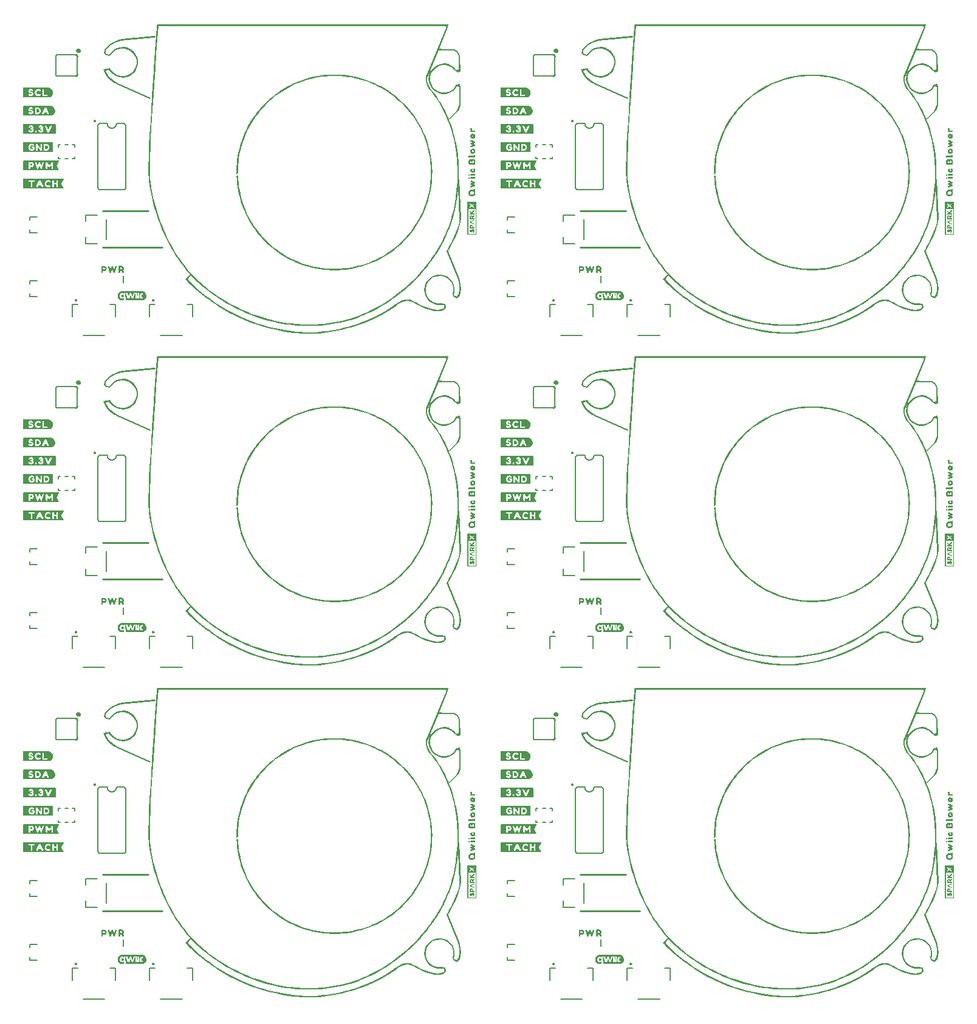
<source format=gto>
G04 EAGLE Gerber RS-274X export*
G75*
%MOMM*%
%FSLAX34Y34*%
%LPD*%
%INSilkscreen Top*%
%IPPOS*%
%AMOC8*
5,1,8,0,0,1.08239X$1,22.5*%
G01*
%ADD10C,0.254000*%
%ADD11C,0.015238*%
%ADD12C,0.152400*%
%ADD13C,0.406400*%
%ADD14C,0.203200*%

G36*
X1084361Y931521D02*
X1084361Y931521D01*
X1084362Y931521D01*
X1089562Y931721D01*
X1089563Y931721D01*
X1094763Y932021D01*
X1094764Y932022D01*
X1094765Y932021D01*
X1099765Y932521D01*
X1099765Y932522D01*
X1099766Y932521D01*
X1104766Y933121D01*
X1104767Y933122D01*
X1104767Y933121D01*
X1109667Y933821D01*
X1109668Y933822D01*
X1109668Y933821D01*
X1114468Y934621D01*
X1114469Y934622D01*
X1119269Y935522D01*
X1119270Y935522D01*
X1123870Y936522D01*
X1123871Y936523D01*
X1123872Y936522D01*
X1128372Y937622D01*
X1128372Y937623D01*
X1128373Y937622D01*
X1132873Y938822D01*
X1132873Y938823D01*
X1137173Y940023D01*
X1137174Y940023D01*
X1137175Y940023D01*
X1141375Y941323D01*
X1145475Y942623D01*
X1145475Y942624D01*
X1145476Y942623D01*
X1151276Y944623D01*
X1151277Y944625D01*
X1151278Y944624D01*
X1157778Y947124D01*
X1157778Y947125D01*
X1157779Y947125D01*
X1163979Y949725D01*
X1163980Y949725D01*
X1169780Y952325D01*
X1169781Y952326D01*
X1169781Y952325D01*
X1175081Y954825D01*
X1175082Y954827D01*
X1175082Y954826D01*
X1179982Y957326D01*
X1179983Y957327D01*
X1179984Y957327D01*
X1184384Y959727D01*
X1184384Y959728D01*
X1184385Y959728D01*
X1188285Y962028D01*
X1188286Y962028D01*
X1191686Y964128D01*
X1191686Y964129D01*
X1191687Y964129D01*
X1194487Y965929D01*
X1194487Y965930D01*
X1194488Y965930D01*
X1196788Y967530D01*
X1196788Y967531D01*
X1196789Y967530D01*
X1199089Y969230D01*
X1204087Y972829D01*
X1208081Y975126D01*
X1211872Y976622D01*
X1216660Y977220D01*
X1221246Y976622D01*
X1225438Y974626D01*
X1229636Y972327D01*
X1229637Y972327D01*
X1229637Y972326D01*
X1234937Y969526D01*
X1234940Y969527D01*
X1234941Y969525D01*
X1240041Y967325D01*
X1240043Y967325D01*
X1240043Y967324D01*
X1244943Y965524D01*
X1244946Y965525D01*
X1244947Y965522D01*
X1249747Y964222D01*
X1249750Y964224D01*
X1249751Y964222D01*
X1254451Y963322D01*
X1254454Y963323D01*
X1254455Y963321D01*
X1259055Y962821D01*
X1259060Y962824D01*
X1259062Y962821D01*
X1263462Y963021D01*
X1263469Y963027D01*
X1263474Y963023D01*
X1268374Y964523D01*
X1268387Y964541D01*
X1268400Y964541D01*
X1270700Y967741D01*
X1270700Y967750D01*
X1270705Y967754D01*
X1270699Y967762D01*
X1270699Y967772D01*
X1270708Y967783D01*
X1269308Y973083D01*
X1269270Y973112D01*
X1269266Y973119D01*
X1264566Y973719D01*
X1264562Y973716D01*
X1264559Y973719D01*
X1259465Y973619D01*
X1254577Y974717D01*
X1250289Y977011D01*
X1246698Y980302D01*
X1244105Y984491D01*
X1242509Y989179D01*
X1242309Y994366D01*
X1243307Y999353D01*
X1245601Y1003642D01*
X1248793Y1007333D01*
X1252882Y1010025D01*
X1257570Y1011621D01*
X1262757Y1012020D01*
X1267644Y1011023D01*
X1272133Y1008828D01*
X1275823Y1005737D01*
X1278616Y1001647D01*
X1280311Y997059D01*
X1280710Y991872D01*
X1279911Y986978D01*
X1279918Y986965D01*
X1279912Y986958D01*
X1280912Y983058D01*
X1280938Y983038D01*
X1280941Y983025D01*
X1285441Y981125D01*
X1285476Y981134D01*
X1285488Y981130D01*
X1289588Y984030D01*
X1289594Y984046D01*
X1289606Y984056D01*
X1289605Y984056D01*
X1289608Y984057D01*
X1290908Y988957D01*
X1290905Y988964D01*
X1290909Y988966D01*
X1291309Y993966D01*
X1291306Y993970D01*
X1291309Y993973D01*
X1291009Y998973D01*
X1291007Y998976D01*
X1291009Y998978D01*
X1289909Y1005578D01*
X1289905Y1005581D01*
X1289907Y1005584D01*
X1289007Y1008584D01*
X1289004Y1008586D01*
X1289006Y1008588D01*
X1274011Y1045676D01*
X1274307Y1047454D01*
X1275903Y1050447D01*
X1275903Y1050448D01*
X1275904Y1050448D01*
X1278204Y1054948D01*
X1281004Y1060448D01*
X1281004Y1060449D01*
X1281005Y1060449D01*
X1283805Y1066349D01*
X1283804Y1066350D01*
X1283805Y1066350D01*
X1286405Y1072150D01*
X1286405Y1072152D01*
X1286406Y1072152D01*
X1288706Y1077952D01*
X1288705Y1077954D01*
X1288707Y1077955D01*
X1290407Y1083255D01*
X1290406Y1083259D01*
X1290408Y1083260D01*
X1291208Y1087060D01*
X1291205Y1087066D01*
X1291209Y1087069D01*
X1291309Y1091869D01*
X1291308Y1091871D01*
X1291309Y1091872D01*
X1289409Y1146972D01*
X1289404Y1146978D01*
X1289406Y1146986D01*
X1289394Y1146990D01*
X1289372Y1147018D01*
X1289354Y1147003D01*
X1289332Y1147010D01*
X1288409Y1146364D01*
X1288509Y1148668D01*
X1288509Y1148669D01*
X1288609Y1153269D01*
X1288609Y1153270D01*
X1288609Y1157870D01*
X1288609Y1157871D01*
X1288509Y1162571D01*
X1288509Y1162572D01*
X1288309Y1167372D01*
X1288309Y1167373D01*
X1288009Y1172173D01*
X1288009Y1172174D01*
X1287609Y1177074D01*
X1287609Y1177075D01*
X1287109Y1181975D01*
X1287108Y1181976D01*
X1287109Y1181977D01*
X1286409Y1186877D01*
X1286408Y1186877D01*
X1286409Y1186878D01*
X1285609Y1191878D01*
X1285608Y1191878D01*
X1285608Y1191879D01*
X1284708Y1196879D01*
X1284707Y1196880D01*
X1284708Y1196881D01*
X1283608Y1201881D01*
X1283608Y1201882D01*
X1282408Y1206882D01*
X1282407Y1206882D01*
X1282408Y1206882D01*
X1281108Y1211982D01*
X1281106Y1211984D01*
X1281107Y1211985D01*
X1279507Y1216985D01*
X1279507Y1216986D01*
X1277807Y1222086D01*
X1277806Y1222086D01*
X1277806Y1222087D01*
X1276006Y1227087D01*
X1276005Y1227088D01*
X1276006Y1227089D01*
X1273906Y1232189D01*
X1273905Y1232189D01*
X1273905Y1232190D01*
X1271705Y1237190D01*
X1271704Y1237190D01*
X1271704Y1237191D01*
X1269304Y1242191D01*
X1269303Y1242192D01*
X1269303Y1242193D01*
X1266603Y1247193D01*
X1266602Y1247194D01*
X1266603Y1247194D01*
X1263803Y1252094D01*
X1263802Y1252095D01*
X1260802Y1257095D01*
X1260800Y1257096D01*
X1260801Y1257098D01*
X1257501Y1261998D01*
X1257500Y1261998D01*
X1254100Y1266798D01*
X1254097Y1266800D01*
X1254097Y1266802D01*
X1249401Y1272298D01*
X1245906Y1278688D01*
X1244609Y1284175D01*
X1244709Y1288165D01*
X1245008Y1289856D01*
X1260049Y1326219D01*
X1268359Y1326121D01*
X1274959Y1326021D01*
X1281246Y1325821D01*
X1285523Y1323434D01*
X1288012Y1318557D01*
X1288111Y1317068D01*
X1288510Y1300199D01*
X1285272Y1298433D01*
X1282198Y1302201D01*
X1282190Y1302203D01*
X1282190Y1302209D01*
X1278190Y1305209D01*
X1278181Y1305209D01*
X1278180Y1305215D01*
X1273680Y1307215D01*
X1273672Y1307213D01*
X1273669Y1307218D01*
X1268669Y1308118D01*
X1268661Y1308114D01*
X1268656Y1308119D01*
X1263456Y1307719D01*
X1263450Y1307713D01*
X1263444Y1307717D01*
X1258644Y1306117D01*
X1258640Y1306110D01*
X1258634Y1306112D01*
X1254434Y1303512D01*
X1254431Y1303504D01*
X1254426Y1303505D01*
X1250926Y1300105D01*
X1250924Y1300097D01*
X1250918Y1300096D01*
X1248318Y1295896D01*
X1248319Y1295889D01*
X1248315Y1295886D01*
X1248313Y1295885D01*
X1246813Y1291185D01*
X1246816Y1291178D01*
X1246811Y1291175D01*
X1246311Y1285975D01*
X1246316Y1285967D01*
X1246311Y1285962D01*
X1247111Y1280962D01*
X1247118Y1280956D01*
X1247114Y1280951D01*
X1249014Y1276351D01*
X1249022Y1276347D01*
X1249020Y1276341D01*
X1251920Y1272341D01*
X1251928Y1272339D01*
X1251928Y1272333D01*
X1255628Y1269133D01*
X1255636Y1269132D01*
X1255637Y1269126D01*
X1260037Y1266826D01*
X1260046Y1266828D01*
X1260048Y1266822D01*
X1264848Y1265622D01*
X1264856Y1265625D01*
X1264859Y1265621D01*
X1270059Y1265521D01*
X1270067Y1265526D01*
X1270072Y1265522D01*
X1275072Y1266722D01*
X1275078Y1266729D01*
X1275084Y1266727D01*
X1279484Y1269127D01*
X1279487Y1269134D01*
X1279492Y1269133D01*
X1283192Y1272333D01*
X1283194Y1272341D01*
X1283200Y1272341D01*
X1286080Y1276313D01*
X1288911Y1275532D01*
X1289111Y1260569D01*
X1289211Y1254070D01*
X1289111Y1250479D01*
X1287017Y1244695D01*
X1284723Y1241903D01*
X1274524Y1230904D01*
X1274523Y1230898D01*
X1274518Y1230896D01*
X1274522Y1230885D01*
X1274518Y1230844D01*
X1274539Y1230842D01*
X1274546Y1230823D01*
X1276646Y1230223D01*
X1276685Y1230238D01*
X1276696Y1230236D01*
X1286996Y1241236D01*
X1286996Y1241240D01*
X1286999Y1241240D01*
X1288999Y1243840D01*
X1288999Y1243847D01*
X1289002Y1243850D01*
X1289001Y1243852D01*
X1289006Y1243854D01*
X1291106Y1249754D01*
X1291105Y1249758D01*
X1291107Y1249760D01*
X1291104Y1249765D01*
X1291109Y1249769D01*
X1291209Y1253769D01*
X1291208Y1253770D01*
X1291209Y1253770D01*
X1291109Y1264670D01*
X1291009Y1274970D01*
X1291004Y1274977D01*
X1291008Y1274982D01*
X1289908Y1279282D01*
X1289861Y1279319D01*
X1289858Y1279315D01*
X1289854Y1279319D01*
X1285154Y1278719D01*
X1285132Y1278697D01*
X1285118Y1278696D01*
X1282522Y1274501D01*
X1278931Y1271110D01*
X1274642Y1268716D01*
X1269655Y1267519D01*
X1264468Y1267719D01*
X1259681Y1269215D01*
X1255591Y1271709D01*
X1252200Y1275200D01*
X1249806Y1279489D01*
X1248509Y1284476D01*
X1248609Y1289563D01*
X1249906Y1294451D01*
X1252399Y1298639D01*
X1255890Y1302030D01*
X1260179Y1304524D01*
X1264967Y1305821D01*
X1270253Y1305921D01*
X1275041Y1304524D01*
X1279330Y1302130D01*
X1282825Y1298635D01*
X1282829Y1298635D01*
X1282829Y1298632D01*
X1286229Y1295832D01*
X1286252Y1295831D01*
X1286259Y1295822D01*
X1286265Y1295822D01*
X1286267Y1295823D01*
X1286269Y1295822D01*
X1290569Y1296622D01*
X1290609Y1296666D01*
X1290606Y1296668D01*
X1290609Y1296671D01*
X1290209Y1318071D01*
X1290203Y1318078D01*
X1290207Y1318084D01*
X1289407Y1320884D01*
X1289399Y1320890D01*
X1289401Y1320897D01*
X1286501Y1325297D01*
X1286485Y1325303D01*
X1286483Y1325313D01*
X1281983Y1327713D01*
X1281969Y1327711D01*
X1281963Y1327719D01*
X1275863Y1328119D01*
X1275862Y1328118D01*
X1275861Y1328119D01*
X1269161Y1328219D01*
X1260914Y1328310D01*
X1273506Y1358751D01*
X1273503Y1358760D01*
X1273508Y1358764D01*
X1273509Y1358765D01*
X1273909Y1362365D01*
X1273878Y1362416D01*
X1273868Y1362409D01*
X1273860Y1362419D01*
X868860Y1362519D01*
X868836Y1362501D01*
X868822Y1362501D01*
X867922Y1361401D01*
X867921Y1361380D01*
X867911Y1361374D01*
X866692Y1345191D01*
X863780Y1346515D01*
X863763Y1346511D01*
X863755Y1346519D01*
X819055Y1341919D01*
X815355Y1341519D01*
X815347Y1341512D01*
X815341Y1341516D01*
X811941Y1340116D01*
X811940Y1340114D01*
X811939Y1340114D01*
X806139Y1337314D01*
X806137Y1337310D01*
X806134Y1337312D01*
X800934Y1334012D01*
X800932Y1334006D01*
X800928Y1334007D01*
X797128Y1330707D01*
X797126Y1330698D01*
X797119Y1330697D01*
X794419Y1326597D01*
X794420Y1326581D01*
X794411Y1326576D01*
X793811Y1321776D01*
X793830Y1321744D01*
X793829Y1321731D01*
X797229Y1319031D01*
X797248Y1319031D01*
X797253Y1319021D01*
X802153Y1318321D01*
X802185Y1318339D01*
X802197Y1318338D01*
X805196Y1321836D01*
X808690Y1325230D01*
X812978Y1327624D01*
X817965Y1328821D01*
X823053Y1328721D01*
X827840Y1327324D01*
X832030Y1324831D01*
X835421Y1321440D01*
X837914Y1317151D01*
X839211Y1312363D01*
X839211Y1307176D01*
X838014Y1302389D01*
X835520Y1298100D01*
X832129Y1294609D01*
X828040Y1292115D01*
X823152Y1290619D01*
X818065Y1290519D01*
X813178Y1291716D01*
X808789Y1294010D01*
X805298Y1297402D01*
X802601Y1301497D01*
X802568Y1301509D01*
X802561Y1301518D01*
X802556Y1301518D01*
X802555Y1301519D01*
X797855Y1301019D01*
X797853Y1301017D01*
X797851Y1301018D01*
X792951Y1300118D01*
X792911Y1300075D01*
X792922Y1300065D01*
X792914Y1300052D01*
X795314Y1293852D01*
X795322Y1293847D01*
X795320Y1293841D01*
X799220Y1288441D01*
X799227Y1288439D01*
X799226Y1288434D01*
X803626Y1284234D01*
X803631Y1284234D01*
X803631Y1284230D01*
X807431Y1281530D01*
X807435Y1281530D01*
X807435Y1281527D01*
X809835Y1280127D01*
X809839Y1280128D01*
X809839Y1280125D01*
X812639Y1278825D01*
X812640Y1278826D01*
X812640Y1278825D01*
X858240Y1258625D01*
X858298Y1258639D01*
X858295Y1258649D01*
X858306Y1258652D01*
X859006Y1260452D01*
X858990Y1260509D01*
X858982Y1260507D01*
X858980Y1260515D01*
X813281Y1280815D01*
X810684Y1282013D01*
X808089Y1283710D01*
X803994Y1287006D01*
X799600Y1291699D01*
X796230Y1297647D01*
X799953Y1299313D01*
X803327Y1296733D01*
X806725Y1293236D01*
X806733Y1293235D01*
X806733Y1293229D01*
X810833Y1290529D01*
X810841Y1290529D01*
X810843Y1290524D01*
X815543Y1288824D01*
X815552Y1288826D01*
X815555Y1288821D01*
X820655Y1288321D01*
X820663Y1288326D01*
X820668Y1288321D01*
X825768Y1289121D01*
X825773Y1289127D01*
X825778Y1289124D01*
X830378Y1290924D01*
X830383Y1290932D01*
X830389Y1290930D01*
X834389Y1293830D01*
X834391Y1293838D01*
X834397Y1293837D01*
X837597Y1297437D01*
X837597Y1297445D01*
X837603Y1297446D01*
X840003Y1301746D01*
X840003Y1301749D01*
X840004Y1301750D01*
X840002Y1301753D01*
X840002Y1301756D01*
X840008Y1301758D01*
X841208Y1306658D01*
X841205Y1306665D01*
X841209Y1306668D01*
X841409Y1311768D01*
X841404Y1311776D01*
X841408Y1311781D01*
X840308Y1316781D01*
X840301Y1316786D01*
X840304Y1316792D01*
X838104Y1321192D01*
X838097Y1321196D01*
X838098Y1321201D01*
X834998Y1325001D01*
X834990Y1325003D01*
X834990Y1325009D01*
X831090Y1328009D01*
X831081Y1328009D01*
X831080Y1328015D01*
X826580Y1330015D01*
X826572Y1330013D01*
X826570Y1330018D01*
X821670Y1331018D01*
X821666Y1331017D01*
X821665Y1331018D01*
X821658Y1331018D01*
X821657Y1331019D01*
X816457Y1330719D01*
X816450Y1330713D01*
X816445Y1330717D01*
X811645Y1329217D01*
X811640Y1329210D01*
X811635Y1329212D01*
X807435Y1326712D01*
X807432Y1326704D01*
X807426Y1326705D01*
X803928Y1323307D01*
X800450Y1320625D01*
X796115Y1322004D01*
X796807Y1326650D01*
X799795Y1330435D01*
X803887Y1333529D01*
X809982Y1336926D01*
X814876Y1339123D01*
X817468Y1339721D01*
X862165Y1344321D01*
X862166Y1344322D01*
X862166Y1344321D01*
X866668Y1344872D01*
X866111Y1337474D01*
X864411Y1313874D01*
X864411Y1313873D01*
X862411Y1285473D01*
X860911Y1263473D01*
X859611Y1242673D01*
X858711Y1227173D01*
X858111Y1217173D01*
X857611Y1207473D01*
X856911Y1193673D01*
X856911Y1193672D01*
X856611Y1186772D01*
X856311Y1180172D01*
X856111Y1174072D01*
X855911Y1168472D01*
X855911Y1168471D01*
X855811Y1163271D01*
X855811Y1163270D01*
X855811Y1154770D01*
X855811Y1154769D01*
X855911Y1151469D01*
X855927Y1151448D01*
X855925Y1151435D01*
X858025Y1149335D01*
X858039Y1149333D01*
X858049Y1149322D01*
X858059Y1149331D01*
X858084Y1149327D01*
X858088Y1149354D01*
X858109Y1149372D01*
X858009Y1151972D01*
X857909Y1155370D01*
X857909Y1163969D01*
X858009Y1169269D01*
X858209Y1174968D01*
X858409Y1181268D01*
X858709Y1187968D01*
X859009Y1194368D01*
X859409Y1203567D01*
X860209Y1217967D01*
X861109Y1233167D01*
X863109Y1264367D01*
X864109Y1279367D01*
X865609Y1301267D01*
X867009Y1321067D01*
X868509Y1342466D01*
X869906Y1360421D01*
X873460Y1360421D01*
X1268449Y1360321D01*
X1271396Y1358945D01*
X1244615Y1294389D01*
X1244615Y1294388D01*
X1244614Y1294388D01*
X1243014Y1290388D01*
X1243015Y1290385D01*
X1243012Y1290382D01*
X1243014Y1290381D01*
X1243012Y1290380D01*
X1242712Y1288880D01*
X1242714Y1288874D01*
X1242711Y1288871D01*
X1242611Y1285171D01*
X1242615Y1285166D01*
X1242611Y1285163D01*
X1243411Y1279963D01*
X1243418Y1279956D01*
X1243415Y1279951D01*
X1246015Y1273751D01*
X1246023Y1273746D01*
X1246022Y1273739D01*
X1250821Y1267740D01*
X1254320Y1262941D01*
X1257719Y1258043D01*
X1260818Y1253144D01*
X1263717Y1248246D01*
X1266416Y1243247D01*
X1268916Y1238249D01*
X1271215Y1233249D01*
X1273314Y1228252D01*
X1275214Y1223153D01*
X1277013Y1218154D01*
X1278613Y1213056D01*
X1280013Y1208057D01*
X1281312Y1203059D01*
X1282412Y1197960D01*
X1283312Y1192961D01*
X1284211Y1188062D01*
X1284911Y1183064D01*
X1285911Y1173266D01*
X1286211Y1168468D01*
X1286411Y1163668D01*
X1286511Y1158969D01*
X1286511Y1154271D01*
X1286311Y1145072D01*
X1285711Y1136274D01*
X1285311Y1131975D01*
X1284911Y1127775D01*
X1284411Y1123577D01*
X1283811Y1119577D01*
X1283211Y1115678D01*
X1282311Y1110378D01*
X1281212Y1104981D01*
X1279912Y1099682D01*
X1278512Y1094483D01*
X1277013Y1089384D01*
X1275313Y1084286D01*
X1273514Y1079387D01*
X1271615Y1074489D01*
X1269515Y1069790D01*
X1267316Y1065091D01*
X1265116Y1060492D01*
X1262717Y1055993D01*
X1260218Y1051595D01*
X1257618Y1047295D01*
X1254919Y1042997D01*
X1252120Y1038898D01*
X1249220Y1034798D01*
X1246320Y1030899D01*
X1243321Y1027000D01*
X1240223Y1023202D01*
X1237023Y1019502D01*
X1233824Y1015903D01*
X1230524Y1012304D01*
X1227225Y1008904D01*
X1223826Y1005506D01*
X1217027Y999106D01*
X1213528Y996007D01*
X1210029Y993008D01*
X1206529Y990108D01*
X1203029Y987308D01*
X1198731Y984110D01*
X1194032Y980710D01*
X1189332Y977411D01*
X1184534Y974312D01*
X1179735Y971413D01*
X1174936Y968713D01*
X1170038Y966114D01*
X1165139Y963614D01*
X1160240Y961315D01*
X1155341Y959215D01*
X1150343Y957216D01*
X1145343Y955416D01*
X1140445Y953717D01*
X1135446Y952217D01*
X1130447Y950817D01*
X1125349Y949518D01*
X1120349Y948418D01*
X1115352Y947419D01*
X1110253Y946619D01*
X1105254Y945919D01*
X1100255Y945319D01*
X1095256Y944919D01*
X1090158Y944619D01*
X1085159Y944419D01*
X1080159Y944319D01*
X1075161Y944319D01*
X1070162Y944519D01*
X1065264Y944819D01*
X1060265Y945219D01*
X1055365Y945719D01*
X1050467Y946319D01*
X1045568Y947119D01*
X1040768Y947919D01*
X1035970Y948818D01*
X1026372Y951018D01*
X1016974Y953617D01*
X1007776Y956617D01*
X1003176Y958217D01*
X998678Y959916D01*
X994180Y961715D01*
X989780Y963615D01*
X985380Y965615D01*
X981082Y967614D01*
X968484Y974213D01*
X964485Y976612D01*
X964485Y976613D01*
X960386Y979012D01*
X956487Y981511D01*
X952588Y984111D01*
X948788Y986710D01*
X941390Y992109D01*
X937791Y994908D01*
X934291Y997808D01*
X930892Y1000707D01*
X927593Y1003607D01*
X923594Y1007306D01*
X919196Y1011704D01*
X914897Y1016303D01*
X910898Y1020902D01*
X906998Y1025701D01*
X903300Y1030499D01*
X899801Y1035398D01*
X896501Y1040397D01*
X893302Y1045396D01*
X890303Y1050395D01*
X887504Y1055493D01*
X884804Y1060592D01*
X882304Y1065691D01*
X879905Y1070691D01*
X877705Y1075789D01*
X875606Y1080789D01*
X873606Y1085688D01*
X871806Y1090686D01*
X870106Y1095486D01*
X868607Y1100184D01*
X867207Y1104884D01*
X865807Y1109483D01*
X864708Y1113882D01*
X863608Y1118182D01*
X862608Y1122381D01*
X861708Y1126381D01*
X860908Y1130179D01*
X860309Y1133878D01*
X860308Y1133878D01*
X860309Y1133878D01*
X859709Y1137377D01*
X859209Y1140677D01*
X859208Y1140678D01*
X859209Y1140678D01*
X858709Y1143777D01*
X858409Y1146575D01*
X858109Y1149275D01*
X858068Y1149319D01*
X858063Y1149314D01*
X858060Y1149317D01*
X858057Y1149317D01*
X858055Y1149319D01*
X856155Y1149119D01*
X856111Y1149078D01*
X856117Y1149072D01*
X856111Y1149066D01*
X856311Y1146366D01*
X856313Y1146364D01*
X856311Y1146363D01*
X856711Y1143563D01*
X857111Y1140464D01*
X857112Y1140463D01*
X857111Y1140463D01*
X857611Y1137163D01*
X857612Y1137162D01*
X857611Y1137162D01*
X858211Y1133662D01*
X858212Y1133661D01*
X858912Y1129961D01*
X859612Y1126161D01*
X859613Y1126160D01*
X859612Y1126159D01*
X860512Y1122159D01*
X861512Y1117959D01*
X862512Y1113659D01*
X862513Y1113658D01*
X862513Y1113657D01*
X863713Y1109257D01*
X863713Y1109256D01*
X865013Y1104756D01*
X866413Y1100056D01*
X866414Y1100055D01*
X866413Y1100054D01*
X868013Y1095354D01*
X869613Y1090554D01*
X869614Y1090554D01*
X869614Y1090553D01*
X871414Y1085653D01*
X873314Y1080653D01*
X873315Y1080652D01*
X873315Y1080651D01*
X875415Y1075651D01*
X875415Y1075650D01*
X877615Y1070650D01*
X877616Y1070650D01*
X877616Y1070649D01*
X880016Y1065649D01*
X880016Y1065648D01*
X882516Y1060548D01*
X885116Y1055448D01*
X885117Y1055447D01*
X885117Y1055446D01*
X887917Y1050346D01*
X887918Y1050346D01*
X887918Y1050345D01*
X890918Y1045345D01*
X890918Y1045344D01*
X894018Y1040344D01*
X894019Y1040344D01*
X894019Y1040343D01*
X897319Y1035343D01*
X897320Y1035342D01*
X897320Y1035341D01*
X900820Y1030441D01*
X900821Y1030441D01*
X900821Y1030440D01*
X904421Y1025640D01*
X904422Y1025640D01*
X904422Y1025639D01*
X908322Y1020839D01*
X908323Y1020839D01*
X908323Y1020838D01*
X912323Y1016138D01*
X912324Y1016138D01*
X912324Y1016137D01*
X913869Y1014444D01*
X907125Y1007605D01*
X907117Y1007546D01*
X907127Y1007544D01*
X907126Y1007535D01*
X911126Y1003635D01*
X911126Y1003634D01*
X915326Y999634D01*
X915327Y999634D01*
X919427Y995834D01*
X919428Y995834D01*
X919427Y995833D01*
X923627Y992133D01*
X923628Y992133D01*
X927728Y988533D01*
X927729Y988533D01*
X927729Y988532D01*
X931929Y985132D01*
X931930Y985132D01*
X931930Y985131D01*
X936130Y981831D01*
X940230Y978731D01*
X940231Y978731D01*
X940231Y978730D01*
X944431Y975630D01*
X944432Y975630D01*
X944432Y975629D01*
X948632Y972729D01*
X948633Y972730D01*
X948633Y972729D01*
X952833Y969929D01*
X952834Y969929D01*
X952835Y969928D01*
X957135Y967328D01*
X961334Y964728D01*
X961336Y964728D01*
X961336Y964727D01*
X969936Y959927D01*
X969937Y959927D01*
X969938Y959926D01*
X974238Y957726D01*
X982838Y953526D01*
X982840Y953526D01*
X982840Y953525D01*
X987240Y951625D01*
X987241Y951625D01*
X987241Y951624D01*
X996041Y948024D01*
X996043Y948025D01*
X996043Y948024D01*
X1000443Y946424D01*
X1000444Y946424D01*
X1004944Y944824D01*
X1004945Y944824D01*
X1004945Y944823D01*
X1013945Y942023D01*
X1013946Y942023D01*
X1013947Y942023D01*
X1018547Y940723D01*
X1023046Y939423D01*
X1023048Y939423D01*
X1023049Y939422D01*
X1027749Y938322D01*
X1032349Y937222D01*
X1032349Y937223D01*
X1032350Y937222D01*
X1041750Y935222D01*
X1041751Y935222D01*
X1046551Y934322D01*
X1046552Y934322D01*
X1046552Y934321D01*
X1051852Y933421D01*
X1051853Y933422D01*
X1051854Y933421D01*
X1057454Y932721D01*
X1057455Y932721D01*
X1062955Y932121D01*
X1062956Y932122D01*
X1062956Y932121D01*
X1068356Y931721D01*
X1068358Y931722D01*
X1068358Y931721D01*
X1073758Y931521D01*
X1073759Y931521D01*
X1079059Y931421D01*
X1079060Y931422D01*
X1079061Y931421D01*
X1084361Y931521D01*
G37*
G36*
X1084361Y469241D02*
X1084361Y469241D01*
X1084362Y469241D01*
X1089562Y469441D01*
X1089563Y469441D01*
X1094763Y469741D01*
X1094764Y469742D01*
X1094765Y469741D01*
X1099765Y470241D01*
X1099765Y470242D01*
X1099766Y470241D01*
X1104766Y470841D01*
X1104767Y470842D01*
X1104767Y470841D01*
X1109667Y471541D01*
X1109668Y471542D01*
X1109668Y471541D01*
X1114468Y472341D01*
X1114469Y472342D01*
X1119269Y473242D01*
X1119270Y473242D01*
X1123870Y474242D01*
X1123871Y474243D01*
X1123872Y474242D01*
X1128372Y475342D01*
X1128372Y475343D01*
X1128373Y475342D01*
X1132873Y476542D01*
X1132873Y476543D01*
X1137173Y477743D01*
X1137174Y477743D01*
X1137175Y477743D01*
X1141375Y479043D01*
X1145475Y480343D01*
X1145475Y480344D01*
X1145476Y480343D01*
X1151276Y482343D01*
X1151277Y482345D01*
X1151278Y482344D01*
X1157778Y484844D01*
X1157778Y484845D01*
X1157779Y484845D01*
X1163979Y487445D01*
X1163980Y487445D01*
X1169780Y490045D01*
X1169781Y490046D01*
X1169781Y490045D01*
X1175081Y492545D01*
X1175082Y492547D01*
X1175082Y492546D01*
X1179982Y495046D01*
X1179983Y495047D01*
X1179984Y495047D01*
X1184384Y497447D01*
X1184384Y497448D01*
X1184385Y497448D01*
X1188285Y499748D01*
X1188286Y499748D01*
X1191686Y501848D01*
X1191686Y501849D01*
X1191687Y501849D01*
X1194487Y503649D01*
X1194487Y503650D01*
X1194488Y503650D01*
X1196788Y505250D01*
X1196788Y505251D01*
X1196789Y505250D01*
X1199089Y506950D01*
X1204087Y510549D01*
X1208081Y512846D01*
X1211872Y514342D01*
X1216660Y514940D01*
X1221246Y514342D01*
X1225438Y512346D01*
X1229636Y510047D01*
X1229637Y510047D01*
X1229637Y510046D01*
X1234937Y507246D01*
X1234940Y507247D01*
X1234941Y507245D01*
X1240041Y505045D01*
X1240043Y505045D01*
X1240043Y505044D01*
X1244943Y503244D01*
X1244946Y503245D01*
X1244947Y503242D01*
X1249747Y501942D01*
X1249750Y501944D01*
X1249751Y501942D01*
X1254451Y501042D01*
X1254454Y501043D01*
X1254455Y501041D01*
X1259055Y500541D01*
X1259060Y500544D01*
X1259062Y500541D01*
X1263462Y500741D01*
X1263469Y500747D01*
X1263474Y500743D01*
X1268374Y502243D01*
X1268387Y502261D01*
X1268400Y502261D01*
X1270700Y505461D01*
X1270700Y505470D01*
X1270705Y505474D01*
X1270699Y505482D01*
X1270699Y505492D01*
X1270708Y505503D01*
X1269308Y510803D01*
X1269270Y510832D01*
X1269266Y510839D01*
X1264566Y511439D01*
X1264562Y511436D01*
X1264559Y511439D01*
X1259465Y511339D01*
X1254577Y512437D01*
X1250289Y514731D01*
X1246698Y518022D01*
X1244105Y522211D01*
X1242509Y526899D01*
X1242309Y532086D01*
X1243307Y537073D01*
X1245601Y541362D01*
X1248793Y545053D01*
X1252882Y547745D01*
X1257570Y549341D01*
X1262757Y549740D01*
X1267644Y548743D01*
X1272133Y546548D01*
X1275823Y543457D01*
X1278616Y539367D01*
X1280311Y534779D01*
X1280710Y529592D01*
X1279911Y524698D01*
X1279918Y524685D01*
X1279912Y524678D01*
X1280912Y520778D01*
X1280938Y520758D01*
X1280941Y520745D01*
X1285441Y518845D01*
X1285476Y518854D01*
X1285488Y518850D01*
X1289588Y521750D01*
X1289594Y521766D01*
X1289606Y521776D01*
X1289605Y521776D01*
X1289608Y521777D01*
X1290908Y526677D01*
X1290905Y526684D01*
X1290909Y526686D01*
X1291309Y531686D01*
X1291306Y531690D01*
X1291309Y531693D01*
X1291009Y536693D01*
X1291007Y536696D01*
X1291009Y536698D01*
X1289909Y543298D01*
X1289905Y543301D01*
X1289907Y543304D01*
X1289007Y546304D01*
X1289004Y546306D01*
X1289006Y546308D01*
X1274011Y583396D01*
X1274307Y585174D01*
X1275903Y588167D01*
X1275903Y588168D01*
X1275904Y588168D01*
X1278204Y592668D01*
X1281004Y598168D01*
X1281004Y598169D01*
X1281005Y598169D01*
X1283805Y604069D01*
X1283804Y604070D01*
X1283805Y604070D01*
X1286405Y609870D01*
X1286405Y609872D01*
X1286406Y609872D01*
X1288706Y615672D01*
X1288705Y615674D01*
X1288707Y615675D01*
X1290407Y620975D01*
X1290406Y620979D01*
X1290408Y620980D01*
X1291208Y624780D01*
X1291205Y624786D01*
X1291209Y624789D01*
X1291309Y629589D01*
X1291308Y629591D01*
X1291309Y629592D01*
X1289409Y684692D01*
X1289404Y684698D01*
X1289406Y684706D01*
X1289394Y684710D01*
X1289372Y684738D01*
X1289354Y684723D01*
X1289332Y684730D01*
X1288409Y684084D01*
X1288509Y686388D01*
X1288509Y686389D01*
X1288609Y690989D01*
X1288609Y690990D01*
X1288609Y695590D01*
X1288609Y695591D01*
X1288509Y700291D01*
X1288509Y700292D01*
X1288309Y705092D01*
X1288309Y705093D01*
X1288009Y709893D01*
X1288009Y709894D01*
X1287609Y714794D01*
X1287609Y714795D01*
X1287109Y719695D01*
X1287108Y719696D01*
X1287109Y719697D01*
X1286409Y724597D01*
X1286408Y724597D01*
X1286409Y724598D01*
X1285609Y729598D01*
X1285608Y729598D01*
X1285608Y729599D01*
X1284708Y734599D01*
X1284707Y734600D01*
X1284708Y734601D01*
X1283608Y739601D01*
X1283608Y739602D01*
X1282408Y744602D01*
X1282407Y744602D01*
X1282408Y744602D01*
X1281108Y749702D01*
X1281106Y749704D01*
X1281107Y749705D01*
X1279507Y754705D01*
X1279507Y754706D01*
X1277807Y759806D01*
X1277806Y759806D01*
X1277806Y759807D01*
X1276006Y764807D01*
X1276005Y764808D01*
X1276006Y764809D01*
X1273906Y769909D01*
X1273905Y769909D01*
X1273905Y769910D01*
X1271705Y774910D01*
X1271704Y774910D01*
X1271704Y774911D01*
X1269304Y779911D01*
X1269303Y779912D01*
X1269303Y779913D01*
X1266603Y784913D01*
X1266602Y784914D01*
X1266603Y784914D01*
X1263803Y789814D01*
X1263802Y789815D01*
X1260802Y794815D01*
X1260800Y794816D01*
X1260801Y794818D01*
X1257501Y799718D01*
X1257500Y799718D01*
X1254100Y804518D01*
X1254097Y804520D01*
X1254097Y804522D01*
X1249401Y810018D01*
X1245906Y816408D01*
X1244609Y821895D01*
X1244709Y825885D01*
X1245008Y827576D01*
X1260049Y863939D01*
X1268359Y863841D01*
X1274959Y863741D01*
X1281246Y863541D01*
X1285523Y861154D01*
X1288012Y856277D01*
X1288111Y854788D01*
X1288510Y837919D01*
X1285272Y836153D01*
X1282198Y839921D01*
X1282190Y839923D01*
X1282190Y839929D01*
X1278190Y842929D01*
X1278181Y842929D01*
X1278180Y842935D01*
X1273680Y844935D01*
X1273672Y844933D01*
X1273669Y844938D01*
X1268669Y845838D01*
X1268661Y845834D01*
X1268656Y845839D01*
X1263456Y845439D01*
X1263450Y845433D01*
X1263444Y845437D01*
X1258644Y843837D01*
X1258640Y843830D01*
X1258634Y843832D01*
X1254434Y841232D01*
X1254431Y841224D01*
X1254426Y841225D01*
X1250926Y837825D01*
X1250924Y837817D01*
X1250918Y837816D01*
X1248318Y833616D01*
X1248319Y833609D01*
X1248315Y833606D01*
X1248313Y833605D01*
X1246813Y828905D01*
X1246816Y828898D01*
X1246811Y828895D01*
X1246311Y823695D01*
X1246316Y823687D01*
X1246311Y823682D01*
X1247111Y818682D01*
X1247118Y818676D01*
X1247114Y818671D01*
X1249014Y814071D01*
X1249022Y814067D01*
X1249020Y814061D01*
X1251920Y810061D01*
X1251928Y810059D01*
X1251928Y810053D01*
X1255628Y806853D01*
X1255636Y806852D01*
X1255637Y806846D01*
X1260037Y804546D01*
X1260046Y804548D01*
X1260048Y804542D01*
X1264848Y803342D01*
X1264856Y803345D01*
X1264859Y803341D01*
X1270059Y803241D01*
X1270067Y803246D01*
X1270072Y803242D01*
X1275072Y804442D01*
X1275078Y804449D01*
X1275084Y804447D01*
X1279484Y806847D01*
X1279487Y806854D01*
X1279492Y806853D01*
X1283192Y810053D01*
X1283194Y810061D01*
X1283200Y810061D01*
X1286080Y814033D01*
X1288911Y813252D01*
X1289111Y798289D01*
X1289211Y791790D01*
X1289111Y788199D01*
X1287017Y782415D01*
X1284723Y779623D01*
X1274524Y768624D01*
X1274523Y768618D01*
X1274518Y768616D01*
X1274522Y768605D01*
X1274518Y768564D01*
X1274539Y768562D01*
X1274546Y768543D01*
X1276646Y767943D01*
X1276685Y767958D01*
X1276696Y767956D01*
X1286996Y778956D01*
X1286996Y778960D01*
X1286999Y778960D01*
X1288999Y781560D01*
X1288999Y781567D01*
X1289002Y781570D01*
X1289001Y781572D01*
X1289006Y781574D01*
X1291106Y787474D01*
X1291105Y787478D01*
X1291107Y787480D01*
X1291104Y787485D01*
X1291109Y787489D01*
X1291209Y791489D01*
X1291208Y791490D01*
X1291209Y791490D01*
X1291109Y802390D01*
X1291009Y812690D01*
X1291004Y812697D01*
X1291008Y812702D01*
X1289908Y817002D01*
X1289861Y817039D01*
X1289858Y817035D01*
X1289854Y817039D01*
X1285154Y816439D01*
X1285132Y816417D01*
X1285118Y816416D01*
X1282522Y812221D01*
X1278931Y808830D01*
X1274642Y806436D01*
X1269655Y805239D01*
X1264468Y805439D01*
X1259681Y806935D01*
X1255591Y809429D01*
X1252200Y812920D01*
X1249806Y817209D01*
X1248509Y822196D01*
X1248609Y827283D01*
X1249906Y832171D01*
X1252399Y836359D01*
X1255890Y839750D01*
X1260179Y842244D01*
X1264967Y843541D01*
X1270253Y843641D01*
X1275041Y842244D01*
X1279330Y839850D01*
X1282825Y836355D01*
X1282829Y836355D01*
X1282829Y836352D01*
X1286229Y833552D01*
X1286252Y833551D01*
X1286259Y833542D01*
X1286265Y833542D01*
X1286267Y833543D01*
X1286269Y833542D01*
X1290569Y834342D01*
X1290609Y834386D01*
X1290606Y834388D01*
X1290609Y834391D01*
X1290209Y855791D01*
X1290203Y855798D01*
X1290207Y855804D01*
X1289407Y858604D01*
X1289399Y858610D01*
X1289401Y858617D01*
X1286501Y863017D01*
X1286485Y863023D01*
X1286483Y863033D01*
X1281983Y865433D01*
X1281969Y865431D01*
X1281963Y865439D01*
X1275863Y865839D01*
X1275862Y865838D01*
X1275861Y865839D01*
X1269161Y865939D01*
X1260914Y866030D01*
X1273506Y896471D01*
X1273503Y896480D01*
X1273508Y896484D01*
X1273509Y896485D01*
X1273909Y900085D01*
X1273878Y900136D01*
X1273868Y900129D01*
X1273860Y900139D01*
X868860Y900239D01*
X868836Y900221D01*
X868822Y900221D01*
X867922Y899121D01*
X867921Y899100D01*
X867911Y899094D01*
X866692Y882911D01*
X863780Y884235D01*
X863763Y884231D01*
X863755Y884239D01*
X819055Y879639D01*
X815355Y879239D01*
X815347Y879232D01*
X815341Y879236D01*
X811941Y877836D01*
X811940Y877834D01*
X811939Y877834D01*
X806139Y875034D01*
X806137Y875030D01*
X806134Y875032D01*
X800934Y871732D01*
X800932Y871726D01*
X800928Y871727D01*
X797128Y868427D01*
X797126Y868418D01*
X797119Y868417D01*
X794419Y864317D01*
X794420Y864301D01*
X794411Y864296D01*
X793811Y859496D01*
X793830Y859464D01*
X793829Y859451D01*
X797229Y856751D01*
X797248Y856751D01*
X797253Y856741D01*
X802153Y856041D01*
X802185Y856059D01*
X802197Y856058D01*
X805196Y859556D01*
X808690Y862950D01*
X812978Y865344D01*
X817965Y866541D01*
X823053Y866441D01*
X827840Y865044D01*
X832030Y862551D01*
X835421Y859160D01*
X837914Y854871D01*
X839211Y850083D01*
X839211Y844896D01*
X838014Y840109D01*
X835520Y835820D01*
X832129Y832329D01*
X828040Y829835D01*
X823152Y828339D01*
X818065Y828239D01*
X813178Y829436D01*
X808789Y831730D01*
X805298Y835122D01*
X802601Y839217D01*
X802568Y839229D01*
X802561Y839238D01*
X802556Y839238D01*
X802555Y839239D01*
X797855Y838739D01*
X797853Y838737D01*
X797851Y838738D01*
X792951Y837838D01*
X792911Y837795D01*
X792922Y837785D01*
X792914Y837772D01*
X795314Y831572D01*
X795322Y831567D01*
X795320Y831561D01*
X799220Y826161D01*
X799227Y826159D01*
X799226Y826154D01*
X803626Y821954D01*
X803631Y821954D01*
X803631Y821950D01*
X807431Y819250D01*
X807435Y819250D01*
X807435Y819247D01*
X809835Y817847D01*
X809839Y817848D01*
X809839Y817845D01*
X812639Y816545D01*
X812640Y816546D01*
X812640Y816545D01*
X858240Y796345D01*
X858298Y796359D01*
X858295Y796369D01*
X858306Y796372D01*
X859006Y798172D01*
X858990Y798229D01*
X858982Y798227D01*
X858980Y798235D01*
X813281Y818535D01*
X810684Y819733D01*
X808089Y821430D01*
X803994Y824726D01*
X799600Y829419D01*
X796230Y835367D01*
X799953Y837033D01*
X803327Y834453D01*
X806725Y830956D01*
X806733Y830955D01*
X806733Y830949D01*
X810833Y828249D01*
X810841Y828249D01*
X810843Y828244D01*
X815543Y826544D01*
X815552Y826546D01*
X815555Y826541D01*
X820655Y826041D01*
X820663Y826046D01*
X820668Y826041D01*
X825768Y826841D01*
X825773Y826847D01*
X825778Y826844D01*
X830378Y828644D01*
X830383Y828652D01*
X830389Y828650D01*
X834389Y831550D01*
X834391Y831558D01*
X834397Y831557D01*
X837597Y835157D01*
X837597Y835165D01*
X837603Y835166D01*
X840003Y839466D01*
X840003Y839469D01*
X840004Y839470D01*
X840002Y839473D01*
X840002Y839476D01*
X840008Y839478D01*
X841208Y844378D01*
X841205Y844385D01*
X841209Y844388D01*
X841409Y849488D01*
X841404Y849496D01*
X841408Y849501D01*
X840308Y854501D01*
X840301Y854506D01*
X840304Y854512D01*
X838104Y858912D01*
X838097Y858916D01*
X838098Y858921D01*
X834998Y862721D01*
X834990Y862723D01*
X834990Y862729D01*
X831090Y865729D01*
X831081Y865729D01*
X831080Y865735D01*
X826580Y867735D01*
X826572Y867733D01*
X826570Y867738D01*
X821670Y868738D01*
X821666Y868737D01*
X821665Y868738D01*
X821658Y868738D01*
X821657Y868739D01*
X816457Y868439D01*
X816450Y868433D01*
X816445Y868437D01*
X811645Y866937D01*
X811640Y866930D01*
X811635Y866932D01*
X807435Y864432D01*
X807432Y864424D01*
X807426Y864425D01*
X803928Y861027D01*
X800450Y858345D01*
X796115Y859724D01*
X796807Y864370D01*
X799795Y868155D01*
X803887Y871249D01*
X809982Y874646D01*
X814876Y876843D01*
X817468Y877441D01*
X862165Y882041D01*
X862166Y882042D01*
X862166Y882041D01*
X866668Y882592D01*
X866111Y875194D01*
X864411Y851594D01*
X864411Y851593D01*
X862411Y823193D01*
X860911Y801193D01*
X859611Y780393D01*
X858711Y764893D01*
X858111Y754893D01*
X857611Y745193D01*
X856911Y731393D01*
X856911Y731392D01*
X856611Y724492D01*
X856311Y717892D01*
X856111Y711792D01*
X855911Y706192D01*
X855911Y706191D01*
X855811Y700991D01*
X855811Y700990D01*
X855811Y692490D01*
X855811Y692489D01*
X855911Y689189D01*
X855927Y689168D01*
X855925Y689155D01*
X858025Y687055D01*
X858039Y687053D01*
X858049Y687042D01*
X858059Y687051D01*
X858084Y687047D01*
X858088Y687074D01*
X858109Y687092D01*
X858009Y689692D01*
X857909Y693090D01*
X857909Y701689D01*
X858009Y706989D01*
X858209Y712688D01*
X858409Y718988D01*
X858709Y725688D01*
X859009Y732088D01*
X859409Y741287D01*
X860209Y755687D01*
X861109Y770887D01*
X863109Y802087D01*
X864109Y817087D01*
X865609Y838987D01*
X867009Y858787D01*
X868509Y880186D01*
X869906Y898141D01*
X873460Y898141D01*
X1268449Y898041D01*
X1271396Y896665D01*
X1244615Y832109D01*
X1244615Y832108D01*
X1244614Y832108D01*
X1243014Y828108D01*
X1243015Y828105D01*
X1243012Y828102D01*
X1243014Y828101D01*
X1243012Y828100D01*
X1242712Y826600D01*
X1242714Y826594D01*
X1242711Y826591D01*
X1242611Y822891D01*
X1242615Y822886D01*
X1242611Y822883D01*
X1243411Y817683D01*
X1243418Y817676D01*
X1243415Y817671D01*
X1246015Y811471D01*
X1246023Y811466D01*
X1246022Y811459D01*
X1250821Y805460D01*
X1254320Y800661D01*
X1257719Y795763D01*
X1260818Y790864D01*
X1263717Y785966D01*
X1266416Y780967D01*
X1268916Y775969D01*
X1271215Y770969D01*
X1273314Y765972D01*
X1275214Y760873D01*
X1277013Y755874D01*
X1278613Y750776D01*
X1280013Y745777D01*
X1281312Y740779D01*
X1282412Y735680D01*
X1283312Y730681D01*
X1284211Y725782D01*
X1284911Y720784D01*
X1285911Y710986D01*
X1286211Y706188D01*
X1286411Y701388D01*
X1286511Y696689D01*
X1286511Y691991D01*
X1286311Y682792D01*
X1285711Y673994D01*
X1285311Y669695D01*
X1284911Y665495D01*
X1284411Y661297D01*
X1283811Y657297D01*
X1283211Y653398D01*
X1282311Y648098D01*
X1281212Y642701D01*
X1279912Y637402D01*
X1278512Y632203D01*
X1277013Y627104D01*
X1275313Y622006D01*
X1273514Y617107D01*
X1271615Y612209D01*
X1269515Y607510D01*
X1267316Y602811D01*
X1265116Y598212D01*
X1262717Y593713D01*
X1260218Y589315D01*
X1257618Y585015D01*
X1254919Y580717D01*
X1252120Y576618D01*
X1249220Y572518D01*
X1246320Y568619D01*
X1243321Y564720D01*
X1240223Y560922D01*
X1237023Y557222D01*
X1233824Y553623D01*
X1230524Y550024D01*
X1227225Y546624D01*
X1223826Y543226D01*
X1217027Y536826D01*
X1213528Y533727D01*
X1210029Y530728D01*
X1206529Y527828D01*
X1203029Y525028D01*
X1198731Y521830D01*
X1194032Y518430D01*
X1189332Y515131D01*
X1184534Y512032D01*
X1179735Y509133D01*
X1174936Y506433D01*
X1170038Y503834D01*
X1165139Y501334D01*
X1160240Y499035D01*
X1155341Y496935D01*
X1150343Y494936D01*
X1145343Y493136D01*
X1140445Y491437D01*
X1135446Y489937D01*
X1130447Y488537D01*
X1125349Y487238D01*
X1120349Y486138D01*
X1115352Y485139D01*
X1110253Y484339D01*
X1105254Y483639D01*
X1100255Y483039D01*
X1095256Y482639D01*
X1090158Y482339D01*
X1085159Y482139D01*
X1080159Y482039D01*
X1075161Y482039D01*
X1070162Y482239D01*
X1065264Y482539D01*
X1060265Y482939D01*
X1055365Y483439D01*
X1050467Y484039D01*
X1045568Y484839D01*
X1040768Y485639D01*
X1035970Y486538D01*
X1026372Y488738D01*
X1016974Y491337D01*
X1007776Y494337D01*
X1003176Y495937D01*
X998678Y497636D01*
X994180Y499435D01*
X989780Y501335D01*
X985380Y503335D01*
X981082Y505334D01*
X968484Y511933D01*
X964485Y514332D01*
X964485Y514333D01*
X960386Y516732D01*
X956487Y519231D01*
X952588Y521831D01*
X948788Y524430D01*
X941390Y529829D01*
X937791Y532628D01*
X934291Y535528D01*
X930892Y538427D01*
X927593Y541327D01*
X923594Y545026D01*
X919196Y549424D01*
X914897Y554023D01*
X910898Y558622D01*
X906998Y563421D01*
X903300Y568219D01*
X899801Y573118D01*
X896501Y578117D01*
X893302Y583116D01*
X890303Y588115D01*
X887504Y593213D01*
X884804Y598312D01*
X882304Y603411D01*
X879905Y608411D01*
X877705Y613509D01*
X875606Y618509D01*
X873606Y623408D01*
X871806Y628406D01*
X870106Y633206D01*
X868607Y637904D01*
X867207Y642604D01*
X865807Y647203D01*
X864708Y651602D01*
X863608Y655902D01*
X862608Y660101D01*
X861708Y664101D01*
X860908Y667899D01*
X860309Y671598D01*
X860308Y671598D01*
X860309Y671598D01*
X859709Y675097D01*
X859209Y678397D01*
X859208Y678398D01*
X859209Y678398D01*
X858709Y681497D01*
X858409Y684295D01*
X858109Y686995D01*
X858068Y687039D01*
X858063Y687034D01*
X858060Y687037D01*
X858057Y687037D01*
X858055Y687039D01*
X856155Y686839D01*
X856111Y686798D01*
X856117Y686792D01*
X856111Y686786D01*
X856311Y684086D01*
X856313Y684084D01*
X856311Y684083D01*
X856711Y681283D01*
X857111Y678184D01*
X857112Y678183D01*
X857111Y678183D01*
X857611Y674883D01*
X857612Y674882D01*
X857611Y674882D01*
X858211Y671382D01*
X858212Y671381D01*
X858912Y667681D01*
X859612Y663881D01*
X859613Y663880D01*
X859612Y663879D01*
X860512Y659879D01*
X861512Y655679D01*
X862512Y651379D01*
X862513Y651378D01*
X862513Y651377D01*
X863713Y646977D01*
X863713Y646976D01*
X865013Y642476D01*
X866413Y637776D01*
X866414Y637775D01*
X866413Y637774D01*
X868013Y633074D01*
X869613Y628274D01*
X869614Y628274D01*
X869614Y628273D01*
X871414Y623373D01*
X873314Y618373D01*
X873315Y618372D01*
X873315Y618371D01*
X875415Y613371D01*
X875415Y613370D01*
X877615Y608370D01*
X877616Y608370D01*
X877616Y608369D01*
X880016Y603369D01*
X880016Y603368D01*
X882516Y598268D01*
X885116Y593168D01*
X885117Y593167D01*
X885117Y593166D01*
X887917Y588066D01*
X887918Y588066D01*
X887918Y588065D01*
X890918Y583065D01*
X890918Y583064D01*
X894018Y578064D01*
X894019Y578064D01*
X894019Y578063D01*
X897319Y573063D01*
X897320Y573062D01*
X897320Y573061D01*
X900820Y568161D01*
X900821Y568161D01*
X900821Y568160D01*
X904421Y563360D01*
X904422Y563360D01*
X904422Y563359D01*
X908322Y558559D01*
X908323Y558559D01*
X908323Y558558D01*
X912323Y553858D01*
X912324Y553858D01*
X912324Y553857D01*
X913869Y552164D01*
X907125Y545325D01*
X907117Y545266D01*
X907127Y545264D01*
X907126Y545255D01*
X911126Y541355D01*
X911126Y541354D01*
X915326Y537354D01*
X915327Y537354D01*
X919427Y533554D01*
X919428Y533554D01*
X919427Y533553D01*
X923627Y529853D01*
X923628Y529853D01*
X927728Y526253D01*
X927729Y526253D01*
X927729Y526252D01*
X931929Y522852D01*
X931930Y522852D01*
X931930Y522851D01*
X936130Y519551D01*
X940230Y516451D01*
X940231Y516451D01*
X940231Y516450D01*
X944431Y513350D01*
X944432Y513350D01*
X944432Y513349D01*
X948632Y510449D01*
X948633Y510450D01*
X948633Y510449D01*
X952833Y507649D01*
X952834Y507649D01*
X952835Y507648D01*
X957135Y505048D01*
X961334Y502448D01*
X961336Y502448D01*
X961336Y502447D01*
X969936Y497647D01*
X969937Y497647D01*
X969938Y497646D01*
X974238Y495446D01*
X982838Y491246D01*
X982840Y491246D01*
X982840Y491245D01*
X987240Y489345D01*
X987241Y489345D01*
X987241Y489344D01*
X996041Y485744D01*
X996043Y485745D01*
X996043Y485744D01*
X1000443Y484144D01*
X1000444Y484144D01*
X1004944Y482544D01*
X1004945Y482544D01*
X1004945Y482543D01*
X1013945Y479743D01*
X1013946Y479743D01*
X1013947Y479743D01*
X1018547Y478443D01*
X1023046Y477143D01*
X1023048Y477143D01*
X1023049Y477142D01*
X1027749Y476042D01*
X1032349Y474942D01*
X1032349Y474943D01*
X1032350Y474942D01*
X1041750Y472942D01*
X1041751Y472942D01*
X1046551Y472042D01*
X1046552Y472042D01*
X1046552Y472041D01*
X1051852Y471141D01*
X1051853Y471142D01*
X1051854Y471141D01*
X1057454Y470441D01*
X1057455Y470441D01*
X1062955Y469841D01*
X1062956Y469842D01*
X1062956Y469841D01*
X1068356Y469441D01*
X1068358Y469442D01*
X1068358Y469441D01*
X1073758Y469241D01*
X1073759Y469241D01*
X1079059Y469141D01*
X1079060Y469142D01*
X1079061Y469141D01*
X1084361Y469241D01*
G37*
G36*
X418881Y469241D02*
X418881Y469241D01*
X418882Y469241D01*
X424082Y469441D01*
X424083Y469441D01*
X429283Y469741D01*
X429284Y469742D01*
X429285Y469741D01*
X434285Y470241D01*
X434285Y470242D01*
X434286Y470241D01*
X439286Y470841D01*
X439287Y470842D01*
X439287Y470841D01*
X444187Y471541D01*
X444188Y471542D01*
X444188Y471541D01*
X448988Y472341D01*
X448989Y472342D01*
X453789Y473242D01*
X453790Y473242D01*
X458390Y474242D01*
X458391Y474243D01*
X458392Y474242D01*
X462892Y475342D01*
X462892Y475343D01*
X462893Y475342D01*
X467393Y476542D01*
X467393Y476543D01*
X471693Y477743D01*
X471694Y477743D01*
X471695Y477743D01*
X475895Y479043D01*
X479995Y480343D01*
X479995Y480344D01*
X479996Y480343D01*
X485796Y482343D01*
X485797Y482345D01*
X485798Y482344D01*
X492298Y484844D01*
X492298Y484845D01*
X492299Y484845D01*
X498499Y487445D01*
X498500Y487445D01*
X504300Y490045D01*
X504301Y490046D01*
X504301Y490045D01*
X509601Y492545D01*
X509602Y492547D01*
X509602Y492546D01*
X514502Y495046D01*
X514503Y495047D01*
X514504Y495047D01*
X518904Y497447D01*
X518904Y497448D01*
X518905Y497448D01*
X522805Y499748D01*
X522806Y499748D01*
X526206Y501848D01*
X526206Y501849D01*
X526207Y501849D01*
X529007Y503649D01*
X529007Y503650D01*
X529008Y503650D01*
X531308Y505250D01*
X531308Y505251D01*
X531309Y505250D01*
X533609Y506950D01*
X538607Y510549D01*
X542601Y512846D01*
X546392Y514342D01*
X551180Y514940D01*
X555766Y514342D01*
X559958Y512346D01*
X564156Y510047D01*
X564157Y510047D01*
X564157Y510046D01*
X569457Y507246D01*
X569460Y507247D01*
X569461Y507245D01*
X574561Y505045D01*
X574563Y505045D01*
X574563Y505044D01*
X579463Y503244D01*
X579466Y503245D01*
X579467Y503242D01*
X584267Y501942D01*
X584270Y501944D01*
X584271Y501942D01*
X588971Y501042D01*
X588974Y501043D01*
X588975Y501041D01*
X593575Y500541D01*
X593580Y500544D01*
X593582Y500541D01*
X597982Y500741D01*
X597989Y500747D01*
X597994Y500743D01*
X602894Y502243D01*
X602907Y502261D01*
X602920Y502261D01*
X605220Y505461D01*
X605220Y505470D01*
X605225Y505474D01*
X605219Y505482D01*
X605219Y505492D01*
X605228Y505503D01*
X603828Y510803D01*
X603790Y510832D01*
X603786Y510839D01*
X599086Y511439D01*
X599082Y511436D01*
X599079Y511439D01*
X593985Y511339D01*
X589097Y512437D01*
X584809Y514731D01*
X581218Y518022D01*
X578625Y522211D01*
X577029Y526899D01*
X576829Y532086D01*
X577827Y537073D01*
X580121Y541362D01*
X583313Y545053D01*
X587402Y547745D01*
X592090Y549341D01*
X597277Y549740D01*
X602164Y548743D01*
X606653Y546548D01*
X610343Y543457D01*
X613136Y539367D01*
X614831Y534779D01*
X615230Y529592D01*
X614431Y524698D01*
X614438Y524685D01*
X614432Y524678D01*
X615432Y520778D01*
X615458Y520758D01*
X615461Y520745D01*
X619961Y518845D01*
X619996Y518854D01*
X620008Y518850D01*
X624108Y521750D01*
X624114Y521766D01*
X624126Y521776D01*
X624125Y521776D01*
X624128Y521777D01*
X625428Y526677D01*
X625425Y526684D01*
X625429Y526686D01*
X625829Y531686D01*
X625826Y531690D01*
X625829Y531693D01*
X625529Y536693D01*
X625527Y536696D01*
X625529Y536698D01*
X624429Y543298D01*
X624425Y543301D01*
X624427Y543304D01*
X623527Y546304D01*
X623524Y546306D01*
X623526Y546308D01*
X608531Y583396D01*
X608827Y585174D01*
X610423Y588167D01*
X610423Y588168D01*
X610424Y588168D01*
X612724Y592668D01*
X615524Y598168D01*
X615524Y598169D01*
X615525Y598169D01*
X618325Y604069D01*
X618324Y604070D01*
X618325Y604070D01*
X620925Y609870D01*
X620925Y609872D01*
X620926Y609872D01*
X623226Y615672D01*
X623225Y615674D01*
X623227Y615675D01*
X624927Y620975D01*
X624926Y620979D01*
X624928Y620980D01*
X625728Y624780D01*
X625725Y624786D01*
X625729Y624789D01*
X625829Y629589D01*
X625828Y629591D01*
X625829Y629592D01*
X623929Y684692D01*
X623924Y684698D01*
X623926Y684706D01*
X623914Y684710D01*
X623892Y684738D01*
X623874Y684723D01*
X623852Y684730D01*
X622929Y684084D01*
X623029Y686388D01*
X623029Y686389D01*
X623129Y690989D01*
X623129Y690990D01*
X623129Y695590D01*
X623129Y695591D01*
X623029Y700291D01*
X623029Y700292D01*
X622829Y705092D01*
X622829Y705093D01*
X622529Y709893D01*
X622529Y709894D01*
X622129Y714794D01*
X622129Y714795D01*
X621629Y719695D01*
X621628Y719696D01*
X621629Y719697D01*
X620929Y724597D01*
X620928Y724597D01*
X620929Y724598D01*
X620129Y729598D01*
X620128Y729598D01*
X620128Y729599D01*
X619228Y734599D01*
X619227Y734600D01*
X619228Y734601D01*
X618128Y739601D01*
X618128Y739602D01*
X616928Y744602D01*
X616927Y744602D01*
X616928Y744602D01*
X615628Y749702D01*
X615626Y749704D01*
X615627Y749705D01*
X614027Y754705D01*
X614027Y754706D01*
X612327Y759806D01*
X612326Y759806D01*
X612326Y759807D01*
X610526Y764807D01*
X610525Y764808D01*
X610526Y764809D01*
X608426Y769909D01*
X608425Y769909D01*
X608425Y769910D01*
X606225Y774910D01*
X606224Y774910D01*
X606224Y774911D01*
X603824Y779911D01*
X603823Y779912D01*
X603823Y779913D01*
X601123Y784913D01*
X601122Y784914D01*
X601123Y784914D01*
X598323Y789814D01*
X598322Y789815D01*
X595322Y794815D01*
X595320Y794816D01*
X595321Y794818D01*
X592021Y799718D01*
X592020Y799718D01*
X588620Y804518D01*
X588617Y804520D01*
X588617Y804522D01*
X583921Y810018D01*
X580426Y816408D01*
X579129Y821895D01*
X579229Y825885D01*
X579528Y827576D01*
X594569Y863939D01*
X602879Y863841D01*
X609479Y863741D01*
X615766Y863541D01*
X620043Y861154D01*
X622532Y856277D01*
X622631Y854788D01*
X623030Y837919D01*
X619792Y836153D01*
X616718Y839921D01*
X616710Y839923D01*
X616710Y839929D01*
X612710Y842929D01*
X612701Y842929D01*
X612700Y842935D01*
X608200Y844935D01*
X608192Y844933D01*
X608189Y844938D01*
X603189Y845838D01*
X603181Y845834D01*
X603176Y845839D01*
X597976Y845439D01*
X597970Y845433D01*
X597964Y845437D01*
X593164Y843837D01*
X593160Y843830D01*
X593154Y843832D01*
X588954Y841232D01*
X588951Y841224D01*
X588946Y841225D01*
X585446Y837825D01*
X585444Y837817D01*
X585438Y837816D01*
X582838Y833616D01*
X582839Y833609D01*
X582835Y833606D01*
X582833Y833605D01*
X581333Y828905D01*
X581336Y828898D01*
X581331Y828895D01*
X580831Y823695D01*
X580836Y823687D01*
X580831Y823682D01*
X581631Y818682D01*
X581638Y818676D01*
X581634Y818671D01*
X583534Y814071D01*
X583542Y814067D01*
X583540Y814061D01*
X586440Y810061D01*
X586448Y810059D01*
X586448Y810053D01*
X590148Y806853D01*
X590156Y806852D01*
X590157Y806846D01*
X594557Y804546D01*
X594566Y804548D01*
X594568Y804542D01*
X599368Y803342D01*
X599376Y803345D01*
X599379Y803341D01*
X604579Y803241D01*
X604587Y803246D01*
X604592Y803242D01*
X609592Y804442D01*
X609598Y804449D01*
X609604Y804447D01*
X614004Y806847D01*
X614007Y806854D01*
X614012Y806853D01*
X617712Y810053D01*
X617714Y810061D01*
X617720Y810061D01*
X620600Y814033D01*
X623431Y813252D01*
X623631Y798289D01*
X623731Y791790D01*
X623631Y788199D01*
X621537Y782415D01*
X619243Y779623D01*
X609044Y768624D01*
X609043Y768618D01*
X609038Y768616D01*
X609042Y768605D01*
X609038Y768564D01*
X609059Y768562D01*
X609066Y768543D01*
X611166Y767943D01*
X611205Y767958D01*
X611216Y767956D01*
X621516Y778956D01*
X621516Y778960D01*
X621519Y778960D01*
X623519Y781560D01*
X623519Y781567D01*
X623522Y781570D01*
X623521Y781572D01*
X623526Y781574D01*
X625626Y787474D01*
X625625Y787478D01*
X625627Y787480D01*
X625624Y787485D01*
X625629Y787489D01*
X625729Y791489D01*
X625728Y791490D01*
X625729Y791490D01*
X625629Y802390D01*
X625529Y812690D01*
X625524Y812697D01*
X625528Y812702D01*
X624428Y817002D01*
X624381Y817039D01*
X624378Y817035D01*
X624374Y817039D01*
X619674Y816439D01*
X619652Y816417D01*
X619638Y816416D01*
X617042Y812221D01*
X613451Y808830D01*
X609162Y806436D01*
X604175Y805239D01*
X598988Y805439D01*
X594201Y806935D01*
X590111Y809429D01*
X586720Y812920D01*
X584326Y817209D01*
X583029Y822196D01*
X583129Y827283D01*
X584426Y832171D01*
X586919Y836359D01*
X590410Y839750D01*
X594699Y842244D01*
X599487Y843541D01*
X604773Y843641D01*
X609561Y842244D01*
X613850Y839850D01*
X617345Y836355D01*
X617349Y836355D01*
X617349Y836352D01*
X620749Y833552D01*
X620772Y833551D01*
X620779Y833542D01*
X620785Y833542D01*
X620787Y833543D01*
X620789Y833542D01*
X625089Y834342D01*
X625129Y834386D01*
X625126Y834388D01*
X625129Y834391D01*
X624729Y855791D01*
X624723Y855798D01*
X624727Y855804D01*
X623927Y858604D01*
X623919Y858610D01*
X623921Y858617D01*
X621021Y863017D01*
X621005Y863023D01*
X621003Y863033D01*
X616503Y865433D01*
X616489Y865431D01*
X616483Y865439D01*
X610383Y865839D01*
X610382Y865838D01*
X610381Y865839D01*
X603681Y865939D01*
X595434Y866030D01*
X608026Y896471D01*
X608023Y896480D01*
X608028Y896484D01*
X608029Y896485D01*
X608429Y900085D01*
X608398Y900136D01*
X608388Y900129D01*
X608380Y900139D01*
X203380Y900239D01*
X203356Y900221D01*
X203342Y900221D01*
X202442Y899121D01*
X202441Y899100D01*
X202431Y899094D01*
X201212Y882911D01*
X198300Y884235D01*
X198283Y884231D01*
X198275Y884239D01*
X153575Y879639D01*
X149875Y879239D01*
X149867Y879232D01*
X149861Y879236D01*
X146461Y877836D01*
X146460Y877834D01*
X146459Y877834D01*
X140659Y875034D01*
X140657Y875030D01*
X140654Y875032D01*
X135454Y871732D01*
X135452Y871726D01*
X135448Y871727D01*
X131648Y868427D01*
X131646Y868418D01*
X131639Y868417D01*
X128939Y864317D01*
X128940Y864301D01*
X128931Y864296D01*
X128331Y859496D01*
X128350Y859464D01*
X128349Y859451D01*
X131749Y856751D01*
X131768Y856751D01*
X131773Y856741D01*
X136673Y856041D01*
X136705Y856059D01*
X136717Y856058D01*
X139716Y859556D01*
X143210Y862950D01*
X147498Y865344D01*
X152485Y866541D01*
X157573Y866441D01*
X162360Y865044D01*
X166550Y862551D01*
X169941Y859160D01*
X172434Y854871D01*
X173731Y850083D01*
X173731Y844896D01*
X172534Y840109D01*
X170040Y835820D01*
X166649Y832329D01*
X162560Y829835D01*
X157672Y828339D01*
X152585Y828239D01*
X147698Y829436D01*
X143309Y831730D01*
X139818Y835122D01*
X137121Y839217D01*
X137088Y839229D01*
X137081Y839238D01*
X137076Y839238D01*
X137075Y839239D01*
X132375Y838739D01*
X132373Y838737D01*
X132371Y838738D01*
X127471Y837838D01*
X127431Y837795D01*
X127442Y837785D01*
X127434Y837772D01*
X129834Y831572D01*
X129842Y831567D01*
X129840Y831561D01*
X133740Y826161D01*
X133747Y826159D01*
X133746Y826154D01*
X138146Y821954D01*
X138151Y821954D01*
X138151Y821950D01*
X141951Y819250D01*
X141955Y819250D01*
X141955Y819247D01*
X144355Y817847D01*
X144359Y817848D01*
X144359Y817845D01*
X147159Y816545D01*
X147160Y816546D01*
X147160Y816545D01*
X192760Y796345D01*
X192818Y796359D01*
X192815Y796369D01*
X192826Y796372D01*
X193526Y798172D01*
X193510Y798229D01*
X193502Y798227D01*
X193500Y798235D01*
X147801Y818535D01*
X145204Y819733D01*
X142609Y821430D01*
X138514Y824726D01*
X134120Y829419D01*
X130750Y835367D01*
X134473Y837033D01*
X137847Y834453D01*
X141245Y830956D01*
X141253Y830955D01*
X141253Y830949D01*
X145353Y828249D01*
X145361Y828249D01*
X145363Y828244D01*
X150063Y826544D01*
X150072Y826546D01*
X150075Y826541D01*
X155175Y826041D01*
X155183Y826046D01*
X155188Y826041D01*
X160288Y826841D01*
X160293Y826847D01*
X160298Y826844D01*
X164898Y828644D01*
X164903Y828652D01*
X164909Y828650D01*
X168909Y831550D01*
X168911Y831558D01*
X168917Y831557D01*
X172117Y835157D01*
X172117Y835165D01*
X172123Y835166D01*
X174523Y839466D01*
X174523Y839469D01*
X174524Y839470D01*
X174522Y839473D01*
X174522Y839476D01*
X174528Y839478D01*
X175728Y844378D01*
X175725Y844385D01*
X175729Y844388D01*
X175929Y849488D01*
X175924Y849496D01*
X175928Y849501D01*
X174828Y854501D01*
X174821Y854506D01*
X174824Y854512D01*
X172624Y858912D01*
X172617Y858916D01*
X172618Y858921D01*
X169518Y862721D01*
X169510Y862723D01*
X169510Y862729D01*
X165610Y865729D01*
X165601Y865729D01*
X165600Y865735D01*
X161100Y867735D01*
X161092Y867733D01*
X161090Y867738D01*
X156190Y868738D01*
X156186Y868737D01*
X156185Y868738D01*
X156178Y868738D01*
X156177Y868739D01*
X150977Y868439D01*
X150970Y868433D01*
X150965Y868437D01*
X146165Y866937D01*
X146160Y866930D01*
X146155Y866932D01*
X141955Y864432D01*
X141952Y864424D01*
X141946Y864425D01*
X138448Y861027D01*
X134970Y858345D01*
X130635Y859724D01*
X131327Y864370D01*
X134315Y868155D01*
X138407Y871249D01*
X144502Y874646D01*
X149396Y876843D01*
X151988Y877441D01*
X196685Y882041D01*
X196686Y882042D01*
X196686Y882041D01*
X201188Y882592D01*
X200631Y875194D01*
X198931Y851594D01*
X198931Y851593D01*
X196931Y823193D01*
X195431Y801193D01*
X194131Y780393D01*
X193231Y764893D01*
X192631Y754893D01*
X192131Y745193D01*
X191431Y731393D01*
X191431Y731392D01*
X191131Y724492D01*
X190831Y717892D01*
X190631Y711792D01*
X190431Y706192D01*
X190431Y706191D01*
X190331Y700991D01*
X190331Y700990D01*
X190331Y692490D01*
X190331Y692489D01*
X190431Y689189D01*
X190447Y689168D01*
X190445Y689155D01*
X192545Y687055D01*
X192559Y687053D01*
X192569Y687042D01*
X192579Y687051D01*
X192604Y687047D01*
X192608Y687074D01*
X192629Y687092D01*
X192529Y689692D01*
X192429Y693090D01*
X192429Y701689D01*
X192529Y706989D01*
X192729Y712688D01*
X192929Y718988D01*
X193229Y725688D01*
X193529Y732088D01*
X193929Y741287D01*
X194729Y755687D01*
X195629Y770887D01*
X197629Y802087D01*
X198629Y817087D01*
X200129Y838987D01*
X201529Y858787D01*
X203029Y880186D01*
X204426Y898141D01*
X207980Y898141D01*
X602969Y898041D01*
X605916Y896665D01*
X579135Y832109D01*
X579135Y832108D01*
X579134Y832108D01*
X577534Y828108D01*
X577535Y828105D01*
X577532Y828102D01*
X577534Y828101D01*
X577532Y828100D01*
X577232Y826600D01*
X577234Y826594D01*
X577231Y826591D01*
X577131Y822891D01*
X577135Y822886D01*
X577131Y822883D01*
X577931Y817683D01*
X577938Y817676D01*
X577935Y817671D01*
X580535Y811471D01*
X580543Y811466D01*
X580542Y811459D01*
X585341Y805460D01*
X588840Y800661D01*
X592239Y795763D01*
X595338Y790864D01*
X598237Y785966D01*
X600936Y780967D01*
X603436Y775969D01*
X605735Y770969D01*
X607834Y765972D01*
X609734Y760873D01*
X611533Y755874D01*
X613133Y750776D01*
X614533Y745777D01*
X615832Y740779D01*
X616932Y735680D01*
X617832Y730681D01*
X618731Y725782D01*
X619431Y720784D01*
X620431Y710986D01*
X620731Y706188D01*
X620931Y701388D01*
X621031Y696689D01*
X621031Y691991D01*
X620831Y682792D01*
X620231Y673994D01*
X619831Y669695D01*
X619431Y665495D01*
X618931Y661297D01*
X618331Y657297D01*
X617731Y653398D01*
X616831Y648098D01*
X615732Y642701D01*
X614432Y637402D01*
X613032Y632203D01*
X611533Y627104D01*
X609833Y622006D01*
X608034Y617107D01*
X606135Y612209D01*
X604035Y607510D01*
X601836Y602811D01*
X599636Y598212D01*
X597237Y593713D01*
X594738Y589315D01*
X592138Y585015D01*
X589439Y580717D01*
X586640Y576618D01*
X583740Y572518D01*
X580840Y568619D01*
X577841Y564720D01*
X574743Y560922D01*
X571543Y557222D01*
X568344Y553623D01*
X565044Y550024D01*
X561745Y546624D01*
X558346Y543226D01*
X551547Y536826D01*
X548048Y533727D01*
X544549Y530728D01*
X541049Y527828D01*
X537549Y525028D01*
X533251Y521830D01*
X528552Y518430D01*
X523852Y515131D01*
X519054Y512032D01*
X514255Y509133D01*
X509456Y506433D01*
X504558Y503834D01*
X499659Y501334D01*
X494760Y499035D01*
X489861Y496935D01*
X484863Y494936D01*
X479863Y493136D01*
X474965Y491437D01*
X469966Y489937D01*
X464967Y488537D01*
X459869Y487238D01*
X454869Y486138D01*
X449872Y485139D01*
X444773Y484339D01*
X439774Y483639D01*
X434775Y483039D01*
X429776Y482639D01*
X424678Y482339D01*
X419679Y482139D01*
X414679Y482039D01*
X409681Y482039D01*
X404682Y482239D01*
X399784Y482539D01*
X394785Y482939D01*
X389885Y483439D01*
X384987Y484039D01*
X380088Y484839D01*
X375288Y485639D01*
X370490Y486538D01*
X360892Y488738D01*
X351494Y491337D01*
X342296Y494337D01*
X337696Y495937D01*
X333198Y497636D01*
X328700Y499435D01*
X324300Y501335D01*
X319900Y503335D01*
X315602Y505334D01*
X303004Y511933D01*
X299005Y514332D01*
X299005Y514333D01*
X294906Y516732D01*
X291007Y519231D01*
X287108Y521831D01*
X283308Y524430D01*
X275910Y529829D01*
X272311Y532628D01*
X268811Y535528D01*
X265412Y538427D01*
X262113Y541327D01*
X258114Y545026D01*
X253716Y549424D01*
X249417Y554023D01*
X245418Y558622D01*
X241518Y563421D01*
X237820Y568219D01*
X234321Y573118D01*
X231021Y578117D01*
X227822Y583116D01*
X224823Y588115D01*
X222024Y593213D01*
X219324Y598312D01*
X216824Y603411D01*
X214425Y608411D01*
X212225Y613509D01*
X210126Y618509D01*
X208126Y623408D01*
X206326Y628406D01*
X204626Y633206D01*
X203127Y637904D01*
X201727Y642604D01*
X200327Y647203D01*
X199228Y651602D01*
X198128Y655902D01*
X197128Y660101D01*
X196228Y664101D01*
X195428Y667899D01*
X194829Y671598D01*
X194828Y671598D01*
X194829Y671598D01*
X194229Y675097D01*
X193729Y678397D01*
X193728Y678398D01*
X193729Y678398D01*
X193229Y681497D01*
X192929Y684295D01*
X192629Y686995D01*
X192588Y687039D01*
X192583Y687034D01*
X192580Y687037D01*
X192577Y687037D01*
X192575Y687039D01*
X190675Y686839D01*
X190631Y686798D01*
X190637Y686792D01*
X190631Y686786D01*
X190831Y684086D01*
X190833Y684084D01*
X190831Y684083D01*
X191231Y681283D01*
X191631Y678184D01*
X191632Y678183D01*
X191631Y678183D01*
X192131Y674883D01*
X192132Y674882D01*
X192131Y674882D01*
X192731Y671382D01*
X192732Y671381D01*
X193432Y667681D01*
X194132Y663881D01*
X194133Y663880D01*
X194132Y663879D01*
X195032Y659879D01*
X196032Y655679D01*
X197032Y651379D01*
X197033Y651378D01*
X197033Y651377D01*
X198233Y646977D01*
X198233Y646976D01*
X199533Y642476D01*
X200933Y637776D01*
X200934Y637775D01*
X200933Y637774D01*
X202533Y633074D01*
X204133Y628274D01*
X204134Y628274D01*
X204134Y628273D01*
X205934Y623373D01*
X207834Y618373D01*
X207835Y618372D01*
X207835Y618371D01*
X209935Y613371D01*
X209935Y613370D01*
X212135Y608370D01*
X212136Y608370D01*
X212136Y608369D01*
X214536Y603369D01*
X214536Y603368D01*
X217036Y598268D01*
X219636Y593168D01*
X219637Y593167D01*
X219637Y593166D01*
X222437Y588066D01*
X222438Y588066D01*
X222438Y588065D01*
X225438Y583065D01*
X225438Y583064D01*
X228538Y578064D01*
X228539Y578064D01*
X228539Y578063D01*
X231839Y573063D01*
X231840Y573062D01*
X231840Y573061D01*
X235340Y568161D01*
X235341Y568161D01*
X235341Y568160D01*
X238941Y563360D01*
X238942Y563360D01*
X238942Y563359D01*
X242842Y558559D01*
X242843Y558559D01*
X242843Y558558D01*
X246843Y553858D01*
X246844Y553858D01*
X246844Y553857D01*
X248389Y552164D01*
X241645Y545325D01*
X241637Y545266D01*
X241647Y545264D01*
X241646Y545255D01*
X245646Y541355D01*
X245646Y541354D01*
X249846Y537354D01*
X249847Y537354D01*
X253947Y533554D01*
X253948Y533554D01*
X253947Y533553D01*
X258147Y529853D01*
X258148Y529853D01*
X262248Y526253D01*
X262249Y526253D01*
X262249Y526252D01*
X266449Y522852D01*
X266450Y522852D01*
X266450Y522851D01*
X270650Y519551D01*
X274750Y516451D01*
X274751Y516451D01*
X274751Y516450D01*
X278951Y513350D01*
X278952Y513350D01*
X278952Y513349D01*
X283152Y510449D01*
X283153Y510450D01*
X283153Y510449D01*
X287353Y507649D01*
X287354Y507649D01*
X287355Y507648D01*
X291655Y505048D01*
X295854Y502448D01*
X295856Y502448D01*
X295856Y502447D01*
X304456Y497647D01*
X304457Y497647D01*
X304458Y497646D01*
X308758Y495446D01*
X317358Y491246D01*
X317360Y491246D01*
X317360Y491245D01*
X321760Y489345D01*
X321761Y489345D01*
X321761Y489344D01*
X330561Y485744D01*
X330563Y485745D01*
X330563Y485744D01*
X334963Y484144D01*
X334964Y484144D01*
X339464Y482544D01*
X339465Y482544D01*
X339465Y482543D01*
X348465Y479743D01*
X348466Y479743D01*
X348467Y479743D01*
X353067Y478443D01*
X357566Y477143D01*
X357568Y477143D01*
X357569Y477142D01*
X362269Y476042D01*
X366869Y474942D01*
X366869Y474943D01*
X366870Y474942D01*
X376270Y472942D01*
X376271Y472942D01*
X381071Y472042D01*
X381072Y472042D01*
X381072Y472041D01*
X386372Y471141D01*
X386373Y471142D01*
X386374Y471141D01*
X391974Y470441D01*
X391975Y470441D01*
X397475Y469841D01*
X397476Y469842D01*
X397476Y469841D01*
X402876Y469441D01*
X402878Y469442D01*
X402878Y469441D01*
X408278Y469241D01*
X408279Y469241D01*
X413579Y469141D01*
X413580Y469142D01*
X413581Y469141D01*
X418881Y469241D01*
G37*
G36*
X418881Y6961D02*
X418881Y6961D01*
X418882Y6961D01*
X424082Y7161D01*
X424083Y7161D01*
X429283Y7461D01*
X429284Y7462D01*
X429285Y7461D01*
X434285Y7961D01*
X434285Y7962D01*
X434286Y7961D01*
X439286Y8561D01*
X439287Y8562D01*
X439287Y8561D01*
X444187Y9261D01*
X444188Y9262D01*
X444188Y9261D01*
X448988Y10061D01*
X448989Y10062D01*
X453789Y10962D01*
X453790Y10962D01*
X458390Y11962D01*
X458391Y11963D01*
X458392Y11962D01*
X462892Y13062D01*
X462892Y13063D01*
X462893Y13062D01*
X467393Y14262D01*
X467393Y14263D01*
X471693Y15463D01*
X471694Y15463D01*
X471695Y15463D01*
X475895Y16763D01*
X479995Y18063D01*
X479995Y18064D01*
X479996Y18063D01*
X485796Y20063D01*
X485797Y20065D01*
X485798Y20064D01*
X492298Y22564D01*
X492298Y22565D01*
X492299Y22565D01*
X498499Y25165D01*
X498500Y25165D01*
X504300Y27765D01*
X504301Y27766D01*
X504301Y27765D01*
X509601Y30265D01*
X509602Y30267D01*
X509602Y30266D01*
X514502Y32766D01*
X514503Y32767D01*
X514504Y32767D01*
X518904Y35167D01*
X518904Y35168D01*
X518905Y35168D01*
X522805Y37468D01*
X522806Y37468D01*
X526206Y39568D01*
X526206Y39569D01*
X526207Y39569D01*
X529007Y41369D01*
X529007Y41370D01*
X529008Y41370D01*
X531308Y42970D01*
X531308Y42971D01*
X531309Y42970D01*
X533609Y44670D01*
X538607Y48269D01*
X542601Y50566D01*
X546392Y52062D01*
X551180Y52660D01*
X555766Y52062D01*
X559958Y50066D01*
X564156Y47767D01*
X564157Y47767D01*
X564157Y47766D01*
X569457Y44966D01*
X569460Y44967D01*
X569461Y44965D01*
X574561Y42765D01*
X574563Y42765D01*
X574563Y42764D01*
X579463Y40964D01*
X579466Y40965D01*
X579467Y40962D01*
X584267Y39662D01*
X584270Y39664D01*
X584271Y39662D01*
X588971Y38762D01*
X588974Y38763D01*
X588975Y38761D01*
X593575Y38261D01*
X593580Y38264D01*
X593582Y38261D01*
X597982Y38461D01*
X597989Y38467D01*
X597994Y38463D01*
X602894Y39963D01*
X602907Y39981D01*
X602920Y39981D01*
X605220Y43181D01*
X605220Y43190D01*
X605225Y43194D01*
X605219Y43202D01*
X605219Y43212D01*
X605228Y43223D01*
X603828Y48523D01*
X603790Y48552D01*
X603786Y48559D01*
X599086Y49159D01*
X599082Y49156D01*
X599079Y49159D01*
X593985Y49059D01*
X589097Y50157D01*
X584809Y52451D01*
X581218Y55742D01*
X578625Y59931D01*
X577029Y64619D01*
X576829Y69806D01*
X577827Y74793D01*
X580121Y79082D01*
X583313Y82773D01*
X587402Y85465D01*
X592090Y87061D01*
X597277Y87460D01*
X602164Y86463D01*
X606653Y84268D01*
X610343Y81177D01*
X613136Y77087D01*
X614831Y72499D01*
X615230Y67312D01*
X614431Y62418D01*
X614438Y62405D01*
X614432Y62398D01*
X615432Y58498D01*
X615458Y58478D01*
X615461Y58465D01*
X619961Y56565D01*
X619996Y56574D01*
X620008Y56570D01*
X624108Y59470D01*
X624114Y59486D01*
X624126Y59496D01*
X624125Y59496D01*
X624128Y59497D01*
X625428Y64397D01*
X625425Y64404D01*
X625429Y64406D01*
X625829Y69406D01*
X625826Y69410D01*
X625829Y69413D01*
X625529Y74413D01*
X625527Y74416D01*
X625529Y74418D01*
X624429Y81018D01*
X624425Y81021D01*
X624427Y81024D01*
X623527Y84024D01*
X623524Y84026D01*
X623526Y84028D01*
X608531Y121116D01*
X608827Y122894D01*
X610423Y125887D01*
X610423Y125888D01*
X610424Y125888D01*
X612724Y130388D01*
X615524Y135888D01*
X615524Y135889D01*
X615525Y135889D01*
X618325Y141789D01*
X618324Y141790D01*
X618325Y141790D01*
X620925Y147590D01*
X620925Y147592D01*
X620926Y147592D01*
X623226Y153392D01*
X623225Y153394D01*
X623227Y153395D01*
X624927Y158695D01*
X624926Y158699D01*
X624928Y158700D01*
X625728Y162500D01*
X625725Y162506D01*
X625729Y162509D01*
X625829Y167309D01*
X625828Y167311D01*
X625829Y167312D01*
X623929Y222412D01*
X623924Y222418D01*
X623926Y222426D01*
X623914Y222430D01*
X623892Y222458D01*
X623874Y222443D01*
X623852Y222450D01*
X622929Y221804D01*
X623029Y224108D01*
X623029Y224109D01*
X623129Y228709D01*
X623129Y228710D01*
X623129Y233310D01*
X623129Y233311D01*
X623029Y238011D01*
X623029Y238012D01*
X622829Y242812D01*
X622829Y242813D01*
X622529Y247613D01*
X622529Y247614D01*
X622129Y252514D01*
X622129Y252515D01*
X621629Y257415D01*
X621628Y257416D01*
X621629Y257417D01*
X620929Y262317D01*
X620928Y262317D01*
X620929Y262318D01*
X620129Y267318D01*
X620128Y267318D01*
X620128Y267319D01*
X619228Y272319D01*
X619227Y272320D01*
X619228Y272321D01*
X618128Y277321D01*
X618128Y277322D01*
X616928Y282322D01*
X616927Y282322D01*
X616928Y282322D01*
X615628Y287422D01*
X615626Y287424D01*
X615627Y287425D01*
X614027Y292425D01*
X614027Y292426D01*
X612327Y297526D01*
X612326Y297526D01*
X612326Y297527D01*
X610526Y302527D01*
X610525Y302528D01*
X610526Y302529D01*
X608426Y307629D01*
X608425Y307629D01*
X608425Y307630D01*
X606225Y312630D01*
X606224Y312630D01*
X606224Y312631D01*
X603824Y317631D01*
X603823Y317632D01*
X603823Y317633D01*
X601123Y322633D01*
X601122Y322634D01*
X601123Y322634D01*
X598323Y327534D01*
X598322Y327535D01*
X595322Y332535D01*
X595320Y332536D01*
X595321Y332538D01*
X592021Y337438D01*
X592020Y337438D01*
X588620Y342238D01*
X588617Y342240D01*
X588617Y342242D01*
X583921Y347738D01*
X580426Y354128D01*
X579129Y359615D01*
X579229Y363605D01*
X579528Y365296D01*
X594569Y401659D01*
X602879Y401561D01*
X609479Y401461D01*
X615766Y401261D01*
X620043Y398874D01*
X622532Y393997D01*
X622631Y392508D01*
X623030Y375639D01*
X619792Y373873D01*
X616718Y377641D01*
X616710Y377643D01*
X616710Y377649D01*
X612710Y380649D01*
X612701Y380649D01*
X612700Y380655D01*
X608200Y382655D01*
X608192Y382653D01*
X608189Y382658D01*
X603189Y383558D01*
X603181Y383554D01*
X603176Y383559D01*
X597976Y383159D01*
X597970Y383153D01*
X597964Y383157D01*
X593164Y381557D01*
X593160Y381550D01*
X593154Y381552D01*
X588954Y378952D01*
X588951Y378944D01*
X588946Y378945D01*
X585446Y375545D01*
X585444Y375537D01*
X585438Y375536D01*
X582838Y371336D01*
X582839Y371329D01*
X582835Y371326D01*
X582833Y371325D01*
X581333Y366625D01*
X581336Y366618D01*
X581331Y366615D01*
X580831Y361415D01*
X580836Y361407D01*
X580831Y361402D01*
X581631Y356402D01*
X581638Y356396D01*
X581634Y356391D01*
X583534Y351791D01*
X583542Y351787D01*
X583540Y351781D01*
X586440Y347781D01*
X586448Y347779D01*
X586448Y347773D01*
X590148Y344573D01*
X590156Y344572D01*
X590157Y344566D01*
X594557Y342266D01*
X594566Y342268D01*
X594568Y342262D01*
X599368Y341062D01*
X599376Y341065D01*
X599379Y341061D01*
X604579Y340961D01*
X604587Y340966D01*
X604592Y340962D01*
X609592Y342162D01*
X609598Y342169D01*
X609604Y342167D01*
X614004Y344567D01*
X614007Y344574D01*
X614012Y344573D01*
X617712Y347773D01*
X617714Y347781D01*
X617720Y347781D01*
X620600Y351753D01*
X623431Y350972D01*
X623631Y336009D01*
X623731Y329510D01*
X623631Y325919D01*
X621537Y320135D01*
X619243Y317343D01*
X609044Y306344D01*
X609043Y306338D01*
X609038Y306336D01*
X609042Y306325D01*
X609038Y306284D01*
X609059Y306282D01*
X609066Y306263D01*
X611166Y305663D01*
X611205Y305678D01*
X611216Y305676D01*
X621516Y316676D01*
X621516Y316680D01*
X621519Y316680D01*
X623519Y319280D01*
X623519Y319287D01*
X623522Y319290D01*
X623521Y319292D01*
X623526Y319294D01*
X625626Y325194D01*
X625625Y325198D01*
X625627Y325200D01*
X625624Y325205D01*
X625629Y325209D01*
X625729Y329209D01*
X625728Y329210D01*
X625729Y329210D01*
X625629Y340110D01*
X625529Y350410D01*
X625524Y350417D01*
X625528Y350422D01*
X624428Y354722D01*
X624381Y354759D01*
X624378Y354755D01*
X624374Y354759D01*
X619674Y354159D01*
X619652Y354137D01*
X619638Y354136D01*
X617042Y349941D01*
X613451Y346550D01*
X609162Y344156D01*
X604175Y342959D01*
X598988Y343159D01*
X594201Y344655D01*
X590111Y347149D01*
X586720Y350640D01*
X584326Y354929D01*
X583029Y359916D01*
X583129Y365003D01*
X584426Y369891D01*
X586919Y374079D01*
X590410Y377470D01*
X594699Y379964D01*
X599487Y381261D01*
X604773Y381361D01*
X609561Y379964D01*
X613850Y377570D01*
X617345Y374075D01*
X617349Y374075D01*
X617349Y374072D01*
X620749Y371272D01*
X620772Y371271D01*
X620779Y371262D01*
X620785Y371262D01*
X620787Y371263D01*
X620789Y371262D01*
X625089Y372062D01*
X625129Y372106D01*
X625126Y372108D01*
X625129Y372111D01*
X624729Y393511D01*
X624723Y393518D01*
X624727Y393524D01*
X623927Y396324D01*
X623919Y396330D01*
X623921Y396337D01*
X621021Y400737D01*
X621005Y400743D01*
X621003Y400753D01*
X616503Y403153D01*
X616489Y403151D01*
X616483Y403159D01*
X610383Y403559D01*
X610382Y403558D01*
X610381Y403559D01*
X603681Y403659D01*
X595434Y403750D01*
X608026Y434191D01*
X608023Y434200D01*
X608028Y434204D01*
X608029Y434205D01*
X608429Y437805D01*
X608398Y437856D01*
X608388Y437849D01*
X608380Y437859D01*
X203380Y437959D01*
X203356Y437941D01*
X203342Y437941D01*
X202442Y436841D01*
X202441Y436820D01*
X202431Y436814D01*
X201212Y420631D01*
X198300Y421955D01*
X198283Y421951D01*
X198275Y421959D01*
X153575Y417359D01*
X149875Y416959D01*
X149867Y416952D01*
X149861Y416956D01*
X146461Y415556D01*
X146460Y415554D01*
X146459Y415554D01*
X140659Y412754D01*
X140657Y412750D01*
X140654Y412752D01*
X135454Y409452D01*
X135452Y409446D01*
X135448Y409447D01*
X131648Y406147D01*
X131646Y406138D01*
X131639Y406137D01*
X128939Y402037D01*
X128940Y402021D01*
X128931Y402016D01*
X128331Y397216D01*
X128350Y397184D01*
X128349Y397171D01*
X131749Y394471D01*
X131768Y394471D01*
X131773Y394461D01*
X136673Y393761D01*
X136705Y393779D01*
X136717Y393778D01*
X139716Y397276D01*
X143210Y400670D01*
X147498Y403064D01*
X152485Y404261D01*
X157573Y404161D01*
X162360Y402764D01*
X166550Y400271D01*
X169941Y396880D01*
X172434Y392591D01*
X173731Y387803D01*
X173731Y382616D01*
X172534Y377829D01*
X170040Y373540D01*
X166649Y370049D01*
X162560Y367555D01*
X157672Y366059D01*
X152585Y365959D01*
X147698Y367156D01*
X143309Y369450D01*
X139818Y372842D01*
X137121Y376937D01*
X137088Y376949D01*
X137081Y376958D01*
X137076Y376958D01*
X137075Y376959D01*
X132375Y376459D01*
X132373Y376457D01*
X132371Y376458D01*
X127471Y375558D01*
X127431Y375515D01*
X127442Y375505D01*
X127434Y375492D01*
X129834Y369292D01*
X129842Y369287D01*
X129840Y369281D01*
X133740Y363881D01*
X133747Y363879D01*
X133746Y363874D01*
X138146Y359674D01*
X138151Y359674D01*
X138151Y359670D01*
X141951Y356970D01*
X141955Y356970D01*
X141955Y356967D01*
X144355Y355567D01*
X144359Y355568D01*
X144359Y355565D01*
X147159Y354265D01*
X147160Y354266D01*
X147160Y354265D01*
X192760Y334065D01*
X192818Y334079D01*
X192815Y334089D01*
X192826Y334092D01*
X193526Y335892D01*
X193510Y335949D01*
X193502Y335947D01*
X193500Y335955D01*
X147801Y356255D01*
X145204Y357453D01*
X142609Y359150D01*
X138514Y362446D01*
X134120Y367139D01*
X130750Y373087D01*
X134473Y374753D01*
X137847Y372173D01*
X141245Y368676D01*
X141253Y368675D01*
X141253Y368669D01*
X145353Y365969D01*
X145361Y365969D01*
X145363Y365964D01*
X150063Y364264D01*
X150072Y364266D01*
X150075Y364261D01*
X155175Y363761D01*
X155183Y363766D01*
X155188Y363761D01*
X160288Y364561D01*
X160293Y364567D01*
X160298Y364564D01*
X164898Y366364D01*
X164903Y366372D01*
X164909Y366370D01*
X168909Y369270D01*
X168911Y369278D01*
X168917Y369277D01*
X172117Y372877D01*
X172117Y372885D01*
X172123Y372886D01*
X174523Y377186D01*
X174523Y377189D01*
X174524Y377190D01*
X174522Y377193D01*
X174522Y377196D01*
X174528Y377198D01*
X175728Y382098D01*
X175725Y382105D01*
X175729Y382108D01*
X175929Y387208D01*
X175924Y387216D01*
X175928Y387221D01*
X174828Y392221D01*
X174821Y392226D01*
X174824Y392232D01*
X172624Y396632D01*
X172617Y396636D01*
X172618Y396641D01*
X169518Y400441D01*
X169510Y400443D01*
X169510Y400449D01*
X165610Y403449D01*
X165601Y403449D01*
X165600Y403455D01*
X161100Y405455D01*
X161092Y405453D01*
X161090Y405458D01*
X156190Y406458D01*
X156186Y406457D01*
X156185Y406458D01*
X156178Y406458D01*
X156177Y406459D01*
X150977Y406159D01*
X150970Y406153D01*
X150965Y406157D01*
X146165Y404657D01*
X146160Y404650D01*
X146155Y404652D01*
X141955Y402152D01*
X141952Y402144D01*
X141946Y402145D01*
X138448Y398747D01*
X134970Y396065D01*
X130635Y397444D01*
X131327Y402090D01*
X134315Y405875D01*
X138407Y408969D01*
X144502Y412366D01*
X149396Y414563D01*
X151988Y415161D01*
X196685Y419761D01*
X196686Y419762D01*
X196686Y419761D01*
X201188Y420312D01*
X200631Y412914D01*
X198931Y389314D01*
X198931Y389313D01*
X196931Y360913D01*
X195431Y338913D01*
X194131Y318113D01*
X193231Y302613D01*
X192631Y292613D01*
X192131Y282913D01*
X191431Y269113D01*
X191431Y269112D01*
X191131Y262212D01*
X190831Y255612D01*
X190631Y249512D01*
X190431Y243912D01*
X190431Y243911D01*
X190331Y238711D01*
X190331Y238710D01*
X190331Y230210D01*
X190331Y230209D01*
X190431Y226909D01*
X190447Y226888D01*
X190445Y226875D01*
X192545Y224775D01*
X192559Y224773D01*
X192569Y224762D01*
X192579Y224771D01*
X192604Y224767D01*
X192608Y224794D01*
X192629Y224812D01*
X192529Y227412D01*
X192429Y230810D01*
X192429Y239409D01*
X192529Y244709D01*
X192729Y250408D01*
X192929Y256708D01*
X193229Y263408D01*
X193529Y269808D01*
X193929Y279007D01*
X194729Y293407D01*
X195629Y308607D01*
X197629Y339807D01*
X198629Y354807D01*
X200129Y376707D01*
X201529Y396507D01*
X203029Y417906D01*
X204426Y435861D01*
X207980Y435861D01*
X602969Y435761D01*
X605916Y434385D01*
X579135Y369829D01*
X579135Y369828D01*
X579134Y369828D01*
X577534Y365828D01*
X577535Y365825D01*
X577532Y365822D01*
X577534Y365821D01*
X577532Y365820D01*
X577232Y364320D01*
X577234Y364314D01*
X577231Y364311D01*
X577131Y360611D01*
X577135Y360606D01*
X577131Y360603D01*
X577931Y355403D01*
X577938Y355396D01*
X577935Y355391D01*
X580535Y349191D01*
X580543Y349186D01*
X580542Y349179D01*
X585341Y343180D01*
X588840Y338381D01*
X592239Y333483D01*
X595338Y328584D01*
X598237Y323686D01*
X600936Y318687D01*
X603436Y313689D01*
X605735Y308689D01*
X607834Y303692D01*
X609734Y298593D01*
X611533Y293594D01*
X613133Y288496D01*
X614533Y283497D01*
X615832Y278499D01*
X616932Y273400D01*
X617832Y268401D01*
X618731Y263502D01*
X619431Y258504D01*
X620431Y248706D01*
X620731Y243908D01*
X620931Y239108D01*
X621031Y234409D01*
X621031Y229711D01*
X620831Y220512D01*
X620231Y211714D01*
X619831Y207415D01*
X619431Y203215D01*
X618931Y199017D01*
X618331Y195017D01*
X617731Y191118D01*
X616831Y185818D01*
X615732Y180421D01*
X614432Y175122D01*
X613032Y169923D01*
X611533Y164824D01*
X609833Y159726D01*
X608034Y154827D01*
X606135Y149929D01*
X604035Y145230D01*
X601836Y140531D01*
X599636Y135932D01*
X597237Y131433D01*
X594738Y127035D01*
X592138Y122735D01*
X589439Y118437D01*
X586640Y114338D01*
X583740Y110238D01*
X580840Y106339D01*
X577841Y102440D01*
X574743Y98642D01*
X571543Y94942D01*
X568344Y91343D01*
X565044Y87744D01*
X561745Y84344D01*
X558346Y80946D01*
X551547Y74546D01*
X548048Y71447D01*
X544549Y68448D01*
X541049Y65548D01*
X537549Y62748D01*
X533251Y59550D01*
X528552Y56150D01*
X523852Y52851D01*
X519054Y49752D01*
X514255Y46853D01*
X509456Y44153D01*
X504558Y41554D01*
X499659Y39054D01*
X494760Y36755D01*
X489861Y34655D01*
X484863Y32656D01*
X479863Y30856D01*
X474965Y29157D01*
X469966Y27657D01*
X464967Y26257D01*
X459869Y24958D01*
X454869Y23858D01*
X449872Y22859D01*
X444773Y22059D01*
X439774Y21359D01*
X434775Y20759D01*
X429776Y20359D01*
X424678Y20059D01*
X419679Y19859D01*
X414679Y19759D01*
X409681Y19759D01*
X404682Y19959D01*
X399784Y20259D01*
X394785Y20659D01*
X389885Y21159D01*
X384987Y21759D01*
X380088Y22559D01*
X375288Y23359D01*
X370490Y24258D01*
X360892Y26458D01*
X351494Y29057D01*
X342296Y32057D01*
X337696Y33657D01*
X333198Y35356D01*
X328700Y37155D01*
X324300Y39055D01*
X319900Y41055D01*
X315602Y43054D01*
X303004Y49653D01*
X299005Y52052D01*
X299005Y52053D01*
X294906Y54452D01*
X291007Y56951D01*
X287108Y59551D01*
X283308Y62150D01*
X275910Y67549D01*
X272311Y70348D01*
X268811Y73248D01*
X265412Y76147D01*
X262113Y79047D01*
X258114Y82746D01*
X253716Y87144D01*
X249417Y91743D01*
X245418Y96342D01*
X241518Y101141D01*
X237820Y105939D01*
X234321Y110838D01*
X231021Y115837D01*
X227822Y120836D01*
X224823Y125835D01*
X222024Y130933D01*
X219324Y136032D01*
X216824Y141131D01*
X214425Y146131D01*
X212225Y151229D01*
X210126Y156229D01*
X208126Y161128D01*
X206326Y166126D01*
X204626Y170926D01*
X203127Y175624D01*
X201727Y180324D01*
X200327Y184923D01*
X199228Y189322D01*
X198128Y193622D01*
X197128Y197821D01*
X196228Y201821D01*
X195428Y205619D01*
X194829Y209318D01*
X194828Y209318D01*
X194829Y209318D01*
X194229Y212817D01*
X193729Y216117D01*
X193728Y216118D01*
X193729Y216118D01*
X193229Y219217D01*
X192929Y222015D01*
X192629Y224715D01*
X192588Y224759D01*
X192583Y224754D01*
X192580Y224757D01*
X192577Y224757D01*
X192575Y224759D01*
X190675Y224559D01*
X190631Y224518D01*
X190637Y224512D01*
X190631Y224506D01*
X190831Y221806D01*
X190833Y221804D01*
X190831Y221803D01*
X191231Y219003D01*
X191631Y215904D01*
X191632Y215903D01*
X191631Y215903D01*
X192131Y212603D01*
X192132Y212602D01*
X192131Y212602D01*
X192731Y209102D01*
X192732Y209101D01*
X193432Y205401D01*
X194132Y201601D01*
X194133Y201600D01*
X194132Y201599D01*
X195032Y197599D01*
X196032Y193399D01*
X197032Y189099D01*
X197033Y189098D01*
X197033Y189097D01*
X198233Y184697D01*
X198233Y184696D01*
X199533Y180196D01*
X200933Y175496D01*
X200934Y175495D01*
X200933Y175494D01*
X202533Y170794D01*
X204133Y165994D01*
X204134Y165994D01*
X204134Y165993D01*
X205934Y161093D01*
X207834Y156093D01*
X207835Y156092D01*
X207835Y156091D01*
X209935Y151091D01*
X209935Y151090D01*
X212135Y146090D01*
X212136Y146090D01*
X212136Y146089D01*
X214536Y141089D01*
X214536Y141088D01*
X217036Y135988D01*
X219636Y130888D01*
X219637Y130887D01*
X219637Y130886D01*
X222437Y125786D01*
X222438Y125786D01*
X222438Y125785D01*
X225438Y120785D01*
X225438Y120784D01*
X228538Y115784D01*
X228539Y115784D01*
X228539Y115783D01*
X231839Y110783D01*
X231840Y110782D01*
X231840Y110781D01*
X235340Y105881D01*
X235341Y105881D01*
X235341Y105880D01*
X238941Y101080D01*
X238942Y101080D01*
X238942Y101079D01*
X242842Y96279D01*
X242843Y96279D01*
X242843Y96278D01*
X246843Y91578D01*
X246844Y91578D01*
X246844Y91577D01*
X248389Y89884D01*
X241645Y83045D01*
X241637Y82986D01*
X241647Y82984D01*
X241646Y82975D01*
X245646Y79075D01*
X245646Y79074D01*
X249846Y75074D01*
X249847Y75074D01*
X253947Y71274D01*
X253948Y71274D01*
X253947Y71273D01*
X258147Y67573D01*
X258148Y67573D01*
X262248Y63973D01*
X262249Y63973D01*
X262249Y63972D01*
X266449Y60572D01*
X266450Y60572D01*
X266450Y60571D01*
X270650Y57271D01*
X274750Y54171D01*
X274751Y54171D01*
X274751Y54170D01*
X278951Y51070D01*
X278952Y51070D01*
X278952Y51069D01*
X283152Y48169D01*
X283153Y48170D01*
X283153Y48169D01*
X287353Y45369D01*
X287354Y45369D01*
X287355Y45368D01*
X291655Y42768D01*
X295854Y40168D01*
X295856Y40168D01*
X295856Y40167D01*
X304456Y35367D01*
X304457Y35367D01*
X304458Y35366D01*
X308758Y33166D01*
X317358Y28966D01*
X317360Y28966D01*
X317360Y28965D01*
X321760Y27065D01*
X321761Y27065D01*
X321761Y27064D01*
X330561Y23464D01*
X330563Y23465D01*
X330563Y23464D01*
X334963Y21864D01*
X334964Y21864D01*
X339464Y20264D01*
X339465Y20264D01*
X339465Y20263D01*
X348465Y17463D01*
X348466Y17463D01*
X348467Y17463D01*
X353067Y16163D01*
X357566Y14863D01*
X357568Y14863D01*
X357569Y14862D01*
X362269Y13762D01*
X366869Y12662D01*
X366869Y12663D01*
X366870Y12662D01*
X376270Y10662D01*
X376271Y10662D01*
X381071Y9762D01*
X381072Y9762D01*
X381072Y9761D01*
X386372Y8861D01*
X386373Y8862D01*
X386374Y8861D01*
X391974Y8161D01*
X391975Y8161D01*
X397475Y7561D01*
X397476Y7562D01*
X397476Y7561D01*
X402876Y7161D01*
X402878Y7162D01*
X402878Y7161D01*
X408278Y6961D01*
X408279Y6961D01*
X413579Y6861D01*
X413580Y6862D01*
X413581Y6861D01*
X418881Y6961D01*
G37*
G36*
X418881Y931521D02*
X418881Y931521D01*
X418882Y931521D01*
X424082Y931721D01*
X424083Y931721D01*
X429283Y932021D01*
X429284Y932022D01*
X429285Y932021D01*
X434285Y932521D01*
X434285Y932522D01*
X434286Y932521D01*
X439286Y933121D01*
X439287Y933122D01*
X439287Y933121D01*
X444187Y933821D01*
X444188Y933822D01*
X444188Y933821D01*
X448988Y934621D01*
X448989Y934622D01*
X453789Y935522D01*
X453790Y935522D01*
X458390Y936522D01*
X458391Y936523D01*
X458392Y936522D01*
X462892Y937622D01*
X462892Y937623D01*
X462893Y937622D01*
X467393Y938822D01*
X467393Y938823D01*
X471693Y940023D01*
X471694Y940023D01*
X471695Y940023D01*
X475895Y941323D01*
X479995Y942623D01*
X479995Y942624D01*
X479996Y942623D01*
X485796Y944623D01*
X485797Y944625D01*
X485798Y944624D01*
X492298Y947124D01*
X492298Y947125D01*
X492299Y947125D01*
X498499Y949725D01*
X498500Y949725D01*
X504300Y952325D01*
X504301Y952326D01*
X504301Y952325D01*
X509601Y954825D01*
X509602Y954827D01*
X509602Y954826D01*
X514502Y957326D01*
X514503Y957327D01*
X514504Y957327D01*
X518904Y959727D01*
X518904Y959728D01*
X518905Y959728D01*
X522805Y962028D01*
X522806Y962028D01*
X526206Y964128D01*
X526206Y964129D01*
X526207Y964129D01*
X529007Y965929D01*
X529007Y965930D01*
X529008Y965930D01*
X531308Y967530D01*
X531308Y967531D01*
X531309Y967530D01*
X533609Y969230D01*
X538607Y972829D01*
X542601Y975126D01*
X546392Y976622D01*
X551180Y977220D01*
X555766Y976622D01*
X559958Y974626D01*
X564156Y972327D01*
X564157Y972327D01*
X564157Y972326D01*
X569457Y969526D01*
X569460Y969527D01*
X569461Y969525D01*
X574561Y967325D01*
X574563Y967325D01*
X574563Y967324D01*
X579463Y965524D01*
X579466Y965525D01*
X579467Y965522D01*
X584267Y964222D01*
X584270Y964224D01*
X584271Y964222D01*
X588971Y963322D01*
X588974Y963323D01*
X588975Y963321D01*
X593575Y962821D01*
X593580Y962824D01*
X593582Y962821D01*
X597982Y963021D01*
X597989Y963027D01*
X597994Y963023D01*
X602894Y964523D01*
X602907Y964541D01*
X602920Y964541D01*
X605220Y967741D01*
X605220Y967750D01*
X605225Y967754D01*
X605219Y967762D01*
X605219Y967772D01*
X605228Y967783D01*
X603828Y973083D01*
X603790Y973112D01*
X603786Y973119D01*
X599086Y973719D01*
X599082Y973716D01*
X599079Y973719D01*
X593985Y973619D01*
X589097Y974717D01*
X584809Y977011D01*
X581218Y980302D01*
X578625Y984491D01*
X577029Y989179D01*
X576829Y994366D01*
X577827Y999353D01*
X580121Y1003642D01*
X583313Y1007333D01*
X587402Y1010025D01*
X592090Y1011621D01*
X597277Y1012020D01*
X602164Y1011023D01*
X606653Y1008828D01*
X610343Y1005737D01*
X613136Y1001647D01*
X614831Y997059D01*
X615230Y991872D01*
X614431Y986978D01*
X614438Y986965D01*
X614432Y986958D01*
X615432Y983058D01*
X615458Y983038D01*
X615461Y983025D01*
X619961Y981125D01*
X619996Y981134D01*
X620008Y981130D01*
X624108Y984030D01*
X624114Y984046D01*
X624126Y984056D01*
X624125Y984056D01*
X624128Y984057D01*
X625428Y988957D01*
X625425Y988964D01*
X625429Y988966D01*
X625829Y993966D01*
X625826Y993970D01*
X625829Y993973D01*
X625529Y998973D01*
X625527Y998976D01*
X625529Y998978D01*
X624429Y1005578D01*
X624425Y1005581D01*
X624427Y1005584D01*
X623527Y1008584D01*
X623524Y1008586D01*
X623526Y1008588D01*
X608531Y1045676D01*
X608827Y1047454D01*
X610423Y1050447D01*
X610423Y1050448D01*
X610424Y1050448D01*
X612724Y1054948D01*
X615524Y1060448D01*
X615524Y1060449D01*
X615525Y1060449D01*
X618325Y1066349D01*
X618324Y1066350D01*
X618325Y1066350D01*
X620925Y1072150D01*
X620925Y1072152D01*
X620926Y1072152D01*
X623226Y1077952D01*
X623225Y1077954D01*
X623227Y1077955D01*
X624927Y1083255D01*
X624926Y1083259D01*
X624928Y1083260D01*
X625728Y1087060D01*
X625725Y1087066D01*
X625729Y1087069D01*
X625829Y1091869D01*
X625828Y1091871D01*
X625829Y1091872D01*
X623929Y1146972D01*
X623924Y1146978D01*
X623926Y1146986D01*
X623914Y1146990D01*
X623892Y1147018D01*
X623874Y1147003D01*
X623852Y1147010D01*
X622929Y1146364D01*
X623029Y1148668D01*
X623029Y1148669D01*
X623129Y1153269D01*
X623129Y1153270D01*
X623129Y1157870D01*
X623129Y1157871D01*
X623029Y1162571D01*
X623029Y1162572D01*
X622829Y1167372D01*
X622829Y1167373D01*
X622529Y1172173D01*
X622529Y1172174D01*
X622129Y1177074D01*
X622129Y1177075D01*
X621629Y1181975D01*
X621628Y1181976D01*
X621629Y1181977D01*
X620929Y1186877D01*
X620928Y1186877D01*
X620929Y1186878D01*
X620129Y1191878D01*
X620128Y1191878D01*
X620128Y1191879D01*
X619228Y1196879D01*
X619227Y1196880D01*
X619228Y1196881D01*
X618128Y1201881D01*
X618128Y1201882D01*
X616928Y1206882D01*
X616927Y1206882D01*
X616928Y1206882D01*
X615628Y1211982D01*
X615626Y1211984D01*
X615627Y1211985D01*
X614027Y1216985D01*
X614027Y1216986D01*
X612327Y1222086D01*
X612326Y1222086D01*
X612326Y1222087D01*
X610526Y1227087D01*
X610525Y1227088D01*
X610526Y1227089D01*
X608426Y1232189D01*
X608425Y1232189D01*
X608425Y1232190D01*
X606225Y1237190D01*
X606224Y1237190D01*
X606224Y1237191D01*
X603824Y1242191D01*
X603823Y1242192D01*
X603823Y1242193D01*
X601123Y1247193D01*
X601122Y1247194D01*
X601123Y1247194D01*
X598323Y1252094D01*
X598322Y1252095D01*
X595322Y1257095D01*
X595320Y1257096D01*
X595321Y1257098D01*
X592021Y1261998D01*
X592020Y1261998D01*
X588620Y1266798D01*
X588617Y1266800D01*
X588617Y1266802D01*
X583921Y1272298D01*
X580426Y1278688D01*
X579129Y1284175D01*
X579229Y1288165D01*
X579528Y1289856D01*
X594569Y1326219D01*
X602879Y1326121D01*
X609479Y1326021D01*
X615766Y1325821D01*
X620043Y1323434D01*
X622532Y1318557D01*
X622631Y1317068D01*
X623030Y1300199D01*
X619792Y1298433D01*
X616718Y1302201D01*
X616710Y1302203D01*
X616710Y1302209D01*
X612710Y1305209D01*
X612701Y1305209D01*
X612700Y1305215D01*
X608200Y1307215D01*
X608192Y1307213D01*
X608189Y1307218D01*
X603189Y1308118D01*
X603181Y1308114D01*
X603176Y1308119D01*
X597976Y1307719D01*
X597970Y1307713D01*
X597964Y1307717D01*
X593164Y1306117D01*
X593160Y1306110D01*
X593154Y1306112D01*
X588954Y1303512D01*
X588951Y1303504D01*
X588946Y1303505D01*
X585446Y1300105D01*
X585444Y1300097D01*
X585438Y1300096D01*
X582838Y1295896D01*
X582839Y1295889D01*
X582835Y1295886D01*
X582833Y1295885D01*
X581333Y1291185D01*
X581336Y1291178D01*
X581331Y1291175D01*
X580831Y1285975D01*
X580836Y1285967D01*
X580831Y1285962D01*
X581631Y1280962D01*
X581638Y1280956D01*
X581634Y1280951D01*
X583534Y1276351D01*
X583542Y1276347D01*
X583540Y1276341D01*
X586440Y1272341D01*
X586448Y1272339D01*
X586448Y1272333D01*
X590148Y1269133D01*
X590156Y1269132D01*
X590157Y1269126D01*
X594557Y1266826D01*
X594566Y1266828D01*
X594568Y1266822D01*
X599368Y1265622D01*
X599376Y1265625D01*
X599379Y1265621D01*
X604579Y1265521D01*
X604587Y1265526D01*
X604592Y1265522D01*
X609592Y1266722D01*
X609598Y1266729D01*
X609604Y1266727D01*
X614004Y1269127D01*
X614007Y1269134D01*
X614012Y1269133D01*
X617712Y1272333D01*
X617714Y1272341D01*
X617720Y1272341D01*
X620600Y1276313D01*
X623431Y1275532D01*
X623631Y1260569D01*
X623731Y1254070D01*
X623631Y1250479D01*
X621537Y1244695D01*
X619243Y1241903D01*
X609044Y1230904D01*
X609043Y1230898D01*
X609038Y1230896D01*
X609042Y1230885D01*
X609038Y1230844D01*
X609059Y1230842D01*
X609066Y1230823D01*
X611166Y1230223D01*
X611205Y1230238D01*
X611216Y1230236D01*
X621516Y1241236D01*
X621516Y1241240D01*
X621519Y1241240D01*
X623519Y1243840D01*
X623519Y1243847D01*
X623522Y1243850D01*
X623521Y1243852D01*
X623526Y1243854D01*
X625626Y1249754D01*
X625625Y1249758D01*
X625627Y1249760D01*
X625624Y1249765D01*
X625629Y1249769D01*
X625729Y1253769D01*
X625728Y1253770D01*
X625729Y1253770D01*
X625629Y1264670D01*
X625529Y1274970D01*
X625524Y1274977D01*
X625528Y1274982D01*
X624428Y1279282D01*
X624381Y1279319D01*
X624378Y1279315D01*
X624374Y1279319D01*
X619674Y1278719D01*
X619652Y1278697D01*
X619638Y1278696D01*
X617042Y1274501D01*
X613451Y1271110D01*
X609162Y1268716D01*
X604175Y1267519D01*
X598988Y1267719D01*
X594201Y1269215D01*
X590111Y1271709D01*
X586720Y1275200D01*
X584326Y1279489D01*
X583029Y1284476D01*
X583129Y1289563D01*
X584426Y1294451D01*
X586919Y1298639D01*
X590410Y1302030D01*
X594699Y1304524D01*
X599487Y1305821D01*
X604773Y1305921D01*
X609561Y1304524D01*
X613850Y1302130D01*
X617345Y1298635D01*
X617349Y1298635D01*
X617349Y1298632D01*
X620749Y1295832D01*
X620772Y1295831D01*
X620779Y1295822D01*
X620785Y1295822D01*
X620787Y1295823D01*
X620789Y1295822D01*
X625089Y1296622D01*
X625129Y1296666D01*
X625126Y1296668D01*
X625129Y1296671D01*
X624729Y1318071D01*
X624723Y1318078D01*
X624727Y1318084D01*
X623927Y1320884D01*
X623919Y1320890D01*
X623921Y1320897D01*
X621021Y1325297D01*
X621005Y1325303D01*
X621003Y1325313D01*
X616503Y1327713D01*
X616489Y1327711D01*
X616483Y1327719D01*
X610383Y1328119D01*
X610382Y1328118D01*
X610381Y1328119D01*
X603681Y1328219D01*
X595434Y1328310D01*
X608026Y1358751D01*
X608023Y1358760D01*
X608028Y1358764D01*
X608029Y1358765D01*
X608429Y1362365D01*
X608398Y1362416D01*
X608388Y1362409D01*
X608380Y1362419D01*
X203380Y1362519D01*
X203356Y1362501D01*
X203342Y1362501D01*
X202442Y1361401D01*
X202441Y1361380D01*
X202431Y1361374D01*
X201212Y1345191D01*
X198300Y1346515D01*
X198283Y1346511D01*
X198275Y1346519D01*
X153575Y1341919D01*
X149875Y1341519D01*
X149867Y1341512D01*
X149861Y1341516D01*
X146461Y1340116D01*
X146460Y1340114D01*
X146459Y1340114D01*
X140659Y1337314D01*
X140657Y1337310D01*
X140654Y1337312D01*
X135454Y1334012D01*
X135452Y1334006D01*
X135448Y1334007D01*
X131648Y1330707D01*
X131646Y1330698D01*
X131639Y1330697D01*
X128939Y1326597D01*
X128940Y1326581D01*
X128931Y1326576D01*
X128331Y1321776D01*
X128350Y1321744D01*
X128349Y1321731D01*
X131749Y1319031D01*
X131768Y1319031D01*
X131773Y1319021D01*
X136673Y1318321D01*
X136705Y1318339D01*
X136717Y1318338D01*
X139716Y1321836D01*
X143210Y1325230D01*
X147498Y1327624D01*
X152485Y1328821D01*
X157573Y1328721D01*
X162360Y1327324D01*
X166550Y1324831D01*
X169941Y1321440D01*
X172434Y1317151D01*
X173731Y1312363D01*
X173731Y1307176D01*
X172534Y1302389D01*
X170040Y1298100D01*
X166649Y1294609D01*
X162560Y1292115D01*
X157672Y1290619D01*
X152585Y1290519D01*
X147698Y1291716D01*
X143309Y1294010D01*
X139818Y1297402D01*
X137121Y1301497D01*
X137088Y1301509D01*
X137081Y1301518D01*
X137076Y1301518D01*
X137075Y1301519D01*
X132375Y1301019D01*
X132373Y1301017D01*
X132371Y1301018D01*
X127471Y1300118D01*
X127431Y1300075D01*
X127442Y1300065D01*
X127434Y1300052D01*
X129834Y1293852D01*
X129842Y1293847D01*
X129840Y1293841D01*
X133740Y1288441D01*
X133747Y1288439D01*
X133746Y1288434D01*
X138146Y1284234D01*
X138151Y1284234D01*
X138151Y1284230D01*
X141951Y1281530D01*
X141955Y1281530D01*
X141955Y1281527D01*
X144355Y1280127D01*
X144359Y1280128D01*
X144359Y1280125D01*
X147159Y1278825D01*
X147160Y1278826D01*
X147160Y1278825D01*
X192760Y1258625D01*
X192818Y1258639D01*
X192815Y1258649D01*
X192826Y1258652D01*
X193526Y1260452D01*
X193510Y1260509D01*
X193502Y1260507D01*
X193500Y1260515D01*
X147801Y1280815D01*
X145204Y1282013D01*
X142609Y1283710D01*
X138514Y1287006D01*
X134120Y1291699D01*
X130750Y1297647D01*
X134473Y1299313D01*
X137847Y1296733D01*
X141245Y1293236D01*
X141253Y1293235D01*
X141253Y1293229D01*
X145353Y1290529D01*
X145361Y1290529D01*
X145363Y1290524D01*
X150063Y1288824D01*
X150072Y1288826D01*
X150075Y1288821D01*
X155175Y1288321D01*
X155183Y1288326D01*
X155188Y1288321D01*
X160288Y1289121D01*
X160293Y1289127D01*
X160298Y1289124D01*
X164898Y1290924D01*
X164903Y1290932D01*
X164909Y1290930D01*
X168909Y1293830D01*
X168911Y1293838D01*
X168917Y1293837D01*
X172117Y1297437D01*
X172117Y1297445D01*
X172123Y1297446D01*
X174523Y1301746D01*
X174523Y1301749D01*
X174524Y1301750D01*
X174522Y1301753D01*
X174522Y1301756D01*
X174528Y1301758D01*
X175728Y1306658D01*
X175725Y1306665D01*
X175729Y1306668D01*
X175929Y1311768D01*
X175924Y1311776D01*
X175928Y1311781D01*
X174828Y1316781D01*
X174821Y1316786D01*
X174824Y1316792D01*
X172624Y1321192D01*
X172617Y1321196D01*
X172618Y1321201D01*
X169518Y1325001D01*
X169510Y1325003D01*
X169510Y1325009D01*
X165610Y1328009D01*
X165601Y1328009D01*
X165600Y1328015D01*
X161100Y1330015D01*
X161092Y1330013D01*
X161090Y1330018D01*
X156190Y1331018D01*
X156186Y1331017D01*
X156185Y1331018D01*
X156178Y1331018D01*
X156177Y1331019D01*
X150977Y1330719D01*
X150970Y1330713D01*
X150965Y1330717D01*
X146165Y1329217D01*
X146160Y1329210D01*
X146155Y1329212D01*
X141955Y1326712D01*
X141952Y1326704D01*
X141946Y1326705D01*
X138448Y1323307D01*
X134970Y1320625D01*
X130635Y1322004D01*
X131327Y1326650D01*
X134315Y1330435D01*
X138407Y1333529D01*
X144502Y1336926D01*
X149396Y1339123D01*
X151988Y1339721D01*
X196685Y1344321D01*
X196686Y1344322D01*
X196686Y1344321D01*
X201188Y1344872D01*
X200631Y1337474D01*
X198931Y1313874D01*
X198931Y1313873D01*
X196931Y1285473D01*
X195431Y1263473D01*
X194131Y1242673D01*
X193231Y1227173D01*
X192631Y1217173D01*
X192131Y1207473D01*
X191431Y1193673D01*
X191431Y1193672D01*
X191131Y1186772D01*
X190831Y1180172D01*
X190631Y1174072D01*
X190431Y1168472D01*
X190431Y1168471D01*
X190331Y1163271D01*
X190331Y1163270D01*
X190331Y1154770D01*
X190331Y1154769D01*
X190431Y1151469D01*
X190447Y1151448D01*
X190445Y1151435D01*
X192545Y1149335D01*
X192559Y1149333D01*
X192569Y1149322D01*
X192579Y1149331D01*
X192604Y1149327D01*
X192608Y1149354D01*
X192629Y1149372D01*
X192529Y1151972D01*
X192429Y1155370D01*
X192429Y1163969D01*
X192529Y1169269D01*
X192729Y1174968D01*
X192929Y1181268D01*
X193229Y1187968D01*
X193529Y1194368D01*
X193929Y1203567D01*
X194729Y1217967D01*
X195629Y1233167D01*
X197629Y1264367D01*
X198629Y1279367D01*
X200129Y1301267D01*
X201529Y1321067D01*
X203029Y1342466D01*
X204426Y1360421D01*
X207980Y1360421D01*
X602969Y1360321D01*
X605916Y1358945D01*
X579135Y1294389D01*
X579135Y1294388D01*
X579134Y1294388D01*
X577534Y1290388D01*
X577535Y1290385D01*
X577532Y1290382D01*
X577534Y1290381D01*
X577532Y1290380D01*
X577232Y1288880D01*
X577234Y1288874D01*
X577231Y1288871D01*
X577131Y1285171D01*
X577135Y1285166D01*
X577131Y1285163D01*
X577931Y1279963D01*
X577938Y1279956D01*
X577935Y1279951D01*
X580535Y1273751D01*
X580543Y1273746D01*
X580542Y1273739D01*
X585341Y1267740D01*
X588840Y1262941D01*
X592239Y1258043D01*
X595338Y1253144D01*
X598237Y1248246D01*
X600936Y1243247D01*
X603436Y1238249D01*
X605735Y1233249D01*
X607834Y1228252D01*
X609734Y1223153D01*
X611533Y1218154D01*
X613133Y1213056D01*
X614533Y1208057D01*
X615832Y1203059D01*
X616932Y1197960D01*
X617832Y1192961D01*
X618731Y1188062D01*
X619431Y1183064D01*
X620431Y1173266D01*
X620731Y1168468D01*
X620931Y1163668D01*
X621031Y1158969D01*
X621031Y1154271D01*
X620831Y1145072D01*
X620231Y1136274D01*
X619831Y1131975D01*
X619431Y1127775D01*
X618931Y1123577D01*
X618331Y1119577D01*
X617731Y1115678D01*
X616831Y1110378D01*
X615732Y1104981D01*
X614432Y1099682D01*
X613032Y1094483D01*
X611533Y1089384D01*
X609833Y1084286D01*
X608034Y1079387D01*
X606135Y1074489D01*
X604035Y1069790D01*
X601836Y1065091D01*
X599636Y1060492D01*
X597237Y1055993D01*
X594738Y1051595D01*
X592138Y1047295D01*
X589439Y1042997D01*
X586640Y1038898D01*
X583740Y1034798D01*
X580840Y1030899D01*
X577841Y1027000D01*
X574743Y1023202D01*
X571543Y1019502D01*
X568344Y1015903D01*
X565044Y1012304D01*
X561745Y1008904D01*
X558346Y1005506D01*
X551547Y999106D01*
X548048Y996007D01*
X544549Y993008D01*
X541049Y990108D01*
X537549Y987308D01*
X533251Y984110D01*
X528552Y980710D01*
X523852Y977411D01*
X519054Y974312D01*
X514255Y971413D01*
X509456Y968713D01*
X504558Y966114D01*
X499659Y963614D01*
X494760Y961315D01*
X489861Y959215D01*
X484863Y957216D01*
X479863Y955416D01*
X474965Y953717D01*
X469966Y952217D01*
X464967Y950817D01*
X459869Y949518D01*
X454869Y948418D01*
X449872Y947419D01*
X444773Y946619D01*
X439774Y945919D01*
X434775Y945319D01*
X429776Y944919D01*
X424678Y944619D01*
X419679Y944419D01*
X414679Y944319D01*
X409681Y944319D01*
X404682Y944519D01*
X399784Y944819D01*
X394785Y945219D01*
X389885Y945719D01*
X384987Y946319D01*
X380088Y947119D01*
X375288Y947919D01*
X370490Y948818D01*
X360892Y951018D01*
X351494Y953617D01*
X342296Y956617D01*
X337696Y958217D01*
X333198Y959916D01*
X328700Y961715D01*
X324300Y963615D01*
X319900Y965615D01*
X315602Y967614D01*
X303004Y974213D01*
X299005Y976612D01*
X299005Y976613D01*
X294906Y979012D01*
X291007Y981511D01*
X287108Y984111D01*
X283308Y986710D01*
X275910Y992109D01*
X272311Y994908D01*
X268811Y997808D01*
X265412Y1000707D01*
X262113Y1003607D01*
X258114Y1007306D01*
X253716Y1011704D01*
X249417Y1016303D01*
X245418Y1020902D01*
X241518Y1025701D01*
X237820Y1030499D01*
X234321Y1035398D01*
X231021Y1040397D01*
X227822Y1045396D01*
X224823Y1050395D01*
X222024Y1055493D01*
X219324Y1060592D01*
X216824Y1065691D01*
X214425Y1070691D01*
X212225Y1075789D01*
X210126Y1080789D01*
X208126Y1085688D01*
X206326Y1090686D01*
X204626Y1095486D01*
X203127Y1100184D01*
X201727Y1104884D01*
X200327Y1109483D01*
X199228Y1113882D01*
X198128Y1118182D01*
X197128Y1122381D01*
X196228Y1126381D01*
X195428Y1130179D01*
X194829Y1133878D01*
X194828Y1133878D01*
X194829Y1133878D01*
X194229Y1137377D01*
X193729Y1140677D01*
X193728Y1140678D01*
X193729Y1140678D01*
X193229Y1143777D01*
X192929Y1146575D01*
X192629Y1149275D01*
X192588Y1149319D01*
X192583Y1149314D01*
X192580Y1149317D01*
X192577Y1149317D01*
X192575Y1149319D01*
X190675Y1149119D01*
X190631Y1149078D01*
X190637Y1149072D01*
X190631Y1149066D01*
X190831Y1146366D01*
X190833Y1146364D01*
X190831Y1146363D01*
X191231Y1143563D01*
X191631Y1140464D01*
X191632Y1140463D01*
X191631Y1140463D01*
X192131Y1137163D01*
X192132Y1137162D01*
X192131Y1137162D01*
X192731Y1133662D01*
X192732Y1133661D01*
X193432Y1129961D01*
X194132Y1126161D01*
X194133Y1126160D01*
X194132Y1126159D01*
X195032Y1122159D01*
X196032Y1117959D01*
X197032Y1113659D01*
X197033Y1113658D01*
X197033Y1113657D01*
X198233Y1109257D01*
X198233Y1109256D01*
X199533Y1104756D01*
X200933Y1100056D01*
X200934Y1100055D01*
X200933Y1100054D01*
X202533Y1095354D01*
X204133Y1090554D01*
X204134Y1090554D01*
X204134Y1090553D01*
X205934Y1085653D01*
X207834Y1080653D01*
X207835Y1080652D01*
X207835Y1080651D01*
X209935Y1075651D01*
X209935Y1075650D01*
X212135Y1070650D01*
X212136Y1070650D01*
X212136Y1070649D01*
X214536Y1065649D01*
X214536Y1065648D01*
X217036Y1060548D01*
X219636Y1055448D01*
X219637Y1055447D01*
X219637Y1055446D01*
X222437Y1050346D01*
X222438Y1050346D01*
X222438Y1050345D01*
X225438Y1045345D01*
X225438Y1045344D01*
X228538Y1040344D01*
X228539Y1040344D01*
X228539Y1040343D01*
X231839Y1035343D01*
X231840Y1035342D01*
X231840Y1035341D01*
X235340Y1030441D01*
X235341Y1030441D01*
X235341Y1030440D01*
X238941Y1025640D01*
X238942Y1025640D01*
X238942Y1025639D01*
X242842Y1020839D01*
X242843Y1020839D01*
X242843Y1020838D01*
X246843Y1016138D01*
X246844Y1016138D01*
X246844Y1016137D01*
X248389Y1014444D01*
X241645Y1007605D01*
X241637Y1007546D01*
X241647Y1007544D01*
X241646Y1007535D01*
X245646Y1003635D01*
X245646Y1003634D01*
X249846Y999634D01*
X249847Y999634D01*
X253947Y995834D01*
X253948Y995834D01*
X253947Y995833D01*
X258147Y992133D01*
X258148Y992133D01*
X262248Y988533D01*
X262249Y988533D01*
X262249Y988532D01*
X266449Y985132D01*
X266450Y985132D01*
X266450Y985131D01*
X270650Y981831D01*
X274750Y978731D01*
X274751Y978731D01*
X274751Y978730D01*
X278951Y975630D01*
X278952Y975630D01*
X278952Y975629D01*
X283152Y972729D01*
X283153Y972730D01*
X283153Y972729D01*
X287353Y969929D01*
X287354Y969929D01*
X287355Y969928D01*
X291655Y967328D01*
X295854Y964728D01*
X295856Y964728D01*
X295856Y964727D01*
X304456Y959927D01*
X304457Y959927D01*
X304458Y959926D01*
X308758Y957726D01*
X317358Y953526D01*
X317360Y953526D01*
X317360Y953525D01*
X321760Y951625D01*
X321761Y951625D01*
X321761Y951624D01*
X330561Y948024D01*
X330563Y948025D01*
X330563Y948024D01*
X334963Y946424D01*
X334964Y946424D01*
X339464Y944824D01*
X339465Y944824D01*
X339465Y944823D01*
X348465Y942023D01*
X348466Y942023D01*
X348467Y942023D01*
X353067Y940723D01*
X357566Y939423D01*
X357568Y939423D01*
X357569Y939422D01*
X362269Y938322D01*
X366869Y937222D01*
X366869Y937223D01*
X366870Y937222D01*
X376270Y935222D01*
X376271Y935222D01*
X381071Y934322D01*
X381072Y934322D01*
X381072Y934321D01*
X386372Y933421D01*
X386373Y933422D01*
X386374Y933421D01*
X391974Y932721D01*
X391975Y932721D01*
X397475Y932121D01*
X397476Y932122D01*
X397476Y932121D01*
X402876Y931721D01*
X402878Y931722D01*
X402878Y931721D01*
X408278Y931521D01*
X408279Y931521D01*
X413579Y931421D01*
X413580Y931422D01*
X413581Y931421D01*
X418881Y931521D01*
G37*
G36*
X1084361Y6961D02*
X1084361Y6961D01*
X1084362Y6961D01*
X1089562Y7161D01*
X1089563Y7161D01*
X1094763Y7461D01*
X1094764Y7462D01*
X1094765Y7461D01*
X1099765Y7961D01*
X1099765Y7962D01*
X1099766Y7961D01*
X1104766Y8561D01*
X1104767Y8562D01*
X1104767Y8561D01*
X1109667Y9261D01*
X1109668Y9262D01*
X1109668Y9261D01*
X1114468Y10061D01*
X1114469Y10062D01*
X1119269Y10962D01*
X1119270Y10962D01*
X1123870Y11962D01*
X1123871Y11963D01*
X1123872Y11962D01*
X1128372Y13062D01*
X1128372Y13063D01*
X1128373Y13062D01*
X1132873Y14262D01*
X1132873Y14263D01*
X1137173Y15463D01*
X1137174Y15463D01*
X1137175Y15463D01*
X1141375Y16763D01*
X1145475Y18063D01*
X1145475Y18064D01*
X1145476Y18063D01*
X1151276Y20063D01*
X1151277Y20065D01*
X1151278Y20064D01*
X1157778Y22564D01*
X1157778Y22565D01*
X1157779Y22565D01*
X1163979Y25165D01*
X1163980Y25165D01*
X1169780Y27765D01*
X1169781Y27766D01*
X1169781Y27765D01*
X1175081Y30265D01*
X1175082Y30267D01*
X1175082Y30266D01*
X1179982Y32766D01*
X1179983Y32767D01*
X1179984Y32767D01*
X1184384Y35167D01*
X1184384Y35168D01*
X1184385Y35168D01*
X1188285Y37468D01*
X1188286Y37468D01*
X1191686Y39568D01*
X1191686Y39569D01*
X1191687Y39569D01*
X1194487Y41369D01*
X1194487Y41370D01*
X1194488Y41370D01*
X1196788Y42970D01*
X1196788Y42971D01*
X1196789Y42970D01*
X1199089Y44670D01*
X1204087Y48269D01*
X1208081Y50566D01*
X1211872Y52062D01*
X1216660Y52660D01*
X1221246Y52062D01*
X1225438Y50066D01*
X1229636Y47767D01*
X1229637Y47767D01*
X1229637Y47766D01*
X1234937Y44966D01*
X1234940Y44967D01*
X1234941Y44965D01*
X1240041Y42765D01*
X1240043Y42765D01*
X1240043Y42764D01*
X1244943Y40964D01*
X1244946Y40965D01*
X1244947Y40962D01*
X1249747Y39662D01*
X1249750Y39664D01*
X1249751Y39662D01*
X1254451Y38762D01*
X1254454Y38763D01*
X1254455Y38761D01*
X1259055Y38261D01*
X1259060Y38264D01*
X1259062Y38261D01*
X1263462Y38461D01*
X1263469Y38467D01*
X1263474Y38463D01*
X1268374Y39963D01*
X1268387Y39981D01*
X1268400Y39981D01*
X1270700Y43181D01*
X1270700Y43190D01*
X1270705Y43194D01*
X1270699Y43202D01*
X1270699Y43212D01*
X1270708Y43223D01*
X1269308Y48523D01*
X1269270Y48552D01*
X1269266Y48559D01*
X1264566Y49159D01*
X1264562Y49156D01*
X1264559Y49159D01*
X1259465Y49059D01*
X1254577Y50157D01*
X1250289Y52451D01*
X1246698Y55742D01*
X1244105Y59931D01*
X1242509Y64619D01*
X1242309Y69806D01*
X1243307Y74793D01*
X1245601Y79082D01*
X1248793Y82773D01*
X1252882Y85465D01*
X1257570Y87061D01*
X1262757Y87460D01*
X1267644Y86463D01*
X1272133Y84268D01*
X1275823Y81177D01*
X1278616Y77087D01*
X1280311Y72499D01*
X1280710Y67312D01*
X1279911Y62418D01*
X1279918Y62405D01*
X1279912Y62398D01*
X1280912Y58498D01*
X1280938Y58478D01*
X1280941Y58465D01*
X1285441Y56565D01*
X1285476Y56574D01*
X1285488Y56570D01*
X1289588Y59470D01*
X1289594Y59486D01*
X1289606Y59496D01*
X1289605Y59496D01*
X1289608Y59497D01*
X1290908Y64397D01*
X1290905Y64404D01*
X1290909Y64406D01*
X1291309Y69406D01*
X1291306Y69410D01*
X1291309Y69413D01*
X1291009Y74413D01*
X1291007Y74416D01*
X1291009Y74418D01*
X1289909Y81018D01*
X1289905Y81021D01*
X1289907Y81024D01*
X1289007Y84024D01*
X1289004Y84026D01*
X1289006Y84028D01*
X1274011Y121116D01*
X1274307Y122894D01*
X1275903Y125887D01*
X1275903Y125888D01*
X1275904Y125888D01*
X1278204Y130388D01*
X1281004Y135888D01*
X1281004Y135889D01*
X1281005Y135889D01*
X1283805Y141789D01*
X1283804Y141790D01*
X1283805Y141790D01*
X1286405Y147590D01*
X1286405Y147592D01*
X1286406Y147592D01*
X1288706Y153392D01*
X1288705Y153394D01*
X1288707Y153395D01*
X1290407Y158695D01*
X1290406Y158699D01*
X1290408Y158700D01*
X1291208Y162500D01*
X1291205Y162506D01*
X1291209Y162509D01*
X1291309Y167309D01*
X1291308Y167311D01*
X1291309Y167312D01*
X1289409Y222412D01*
X1289404Y222418D01*
X1289406Y222426D01*
X1289394Y222430D01*
X1289372Y222458D01*
X1289354Y222443D01*
X1289332Y222450D01*
X1288409Y221804D01*
X1288509Y224108D01*
X1288509Y224109D01*
X1288609Y228709D01*
X1288609Y228710D01*
X1288609Y233310D01*
X1288609Y233311D01*
X1288509Y238011D01*
X1288509Y238012D01*
X1288309Y242812D01*
X1288309Y242813D01*
X1288009Y247613D01*
X1288009Y247614D01*
X1287609Y252514D01*
X1287609Y252515D01*
X1287109Y257415D01*
X1287108Y257416D01*
X1287109Y257417D01*
X1286409Y262317D01*
X1286408Y262317D01*
X1286409Y262318D01*
X1285609Y267318D01*
X1285608Y267318D01*
X1285608Y267319D01*
X1284708Y272319D01*
X1284707Y272320D01*
X1284708Y272321D01*
X1283608Y277321D01*
X1283608Y277322D01*
X1282408Y282322D01*
X1282407Y282322D01*
X1282408Y282322D01*
X1281108Y287422D01*
X1281106Y287424D01*
X1281107Y287425D01*
X1279507Y292425D01*
X1279507Y292426D01*
X1277807Y297526D01*
X1277806Y297526D01*
X1277806Y297527D01*
X1276006Y302527D01*
X1276005Y302528D01*
X1276006Y302529D01*
X1273906Y307629D01*
X1273905Y307629D01*
X1273905Y307630D01*
X1271705Y312630D01*
X1271704Y312630D01*
X1271704Y312631D01*
X1269304Y317631D01*
X1269303Y317632D01*
X1269303Y317633D01*
X1266603Y322633D01*
X1266602Y322634D01*
X1266603Y322634D01*
X1263803Y327534D01*
X1263802Y327535D01*
X1260802Y332535D01*
X1260800Y332536D01*
X1260801Y332538D01*
X1257501Y337438D01*
X1257500Y337438D01*
X1254100Y342238D01*
X1254097Y342240D01*
X1254097Y342242D01*
X1249401Y347738D01*
X1245906Y354128D01*
X1244609Y359615D01*
X1244709Y363605D01*
X1245008Y365296D01*
X1260049Y401659D01*
X1268359Y401561D01*
X1274959Y401461D01*
X1281246Y401261D01*
X1285523Y398874D01*
X1288012Y393997D01*
X1288111Y392508D01*
X1288510Y375639D01*
X1285272Y373873D01*
X1282198Y377641D01*
X1282190Y377643D01*
X1282190Y377649D01*
X1278190Y380649D01*
X1278181Y380649D01*
X1278180Y380655D01*
X1273680Y382655D01*
X1273672Y382653D01*
X1273669Y382658D01*
X1268669Y383558D01*
X1268661Y383554D01*
X1268656Y383559D01*
X1263456Y383159D01*
X1263450Y383153D01*
X1263444Y383157D01*
X1258644Y381557D01*
X1258640Y381550D01*
X1258634Y381552D01*
X1254434Y378952D01*
X1254431Y378944D01*
X1254426Y378945D01*
X1250926Y375545D01*
X1250924Y375537D01*
X1250918Y375536D01*
X1248318Y371336D01*
X1248319Y371329D01*
X1248315Y371326D01*
X1248313Y371325D01*
X1246813Y366625D01*
X1246816Y366618D01*
X1246811Y366615D01*
X1246311Y361415D01*
X1246316Y361407D01*
X1246311Y361402D01*
X1247111Y356402D01*
X1247118Y356396D01*
X1247114Y356391D01*
X1249014Y351791D01*
X1249022Y351787D01*
X1249020Y351781D01*
X1251920Y347781D01*
X1251928Y347779D01*
X1251928Y347773D01*
X1255628Y344573D01*
X1255636Y344572D01*
X1255637Y344566D01*
X1260037Y342266D01*
X1260046Y342268D01*
X1260048Y342262D01*
X1264848Y341062D01*
X1264856Y341065D01*
X1264859Y341061D01*
X1270059Y340961D01*
X1270067Y340966D01*
X1270072Y340962D01*
X1275072Y342162D01*
X1275078Y342169D01*
X1275084Y342167D01*
X1279484Y344567D01*
X1279487Y344574D01*
X1279492Y344573D01*
X1283192Y347773D01*
X1283194Y347781D01*
X1283200Y347781D01*
X1286080Y351753D01*
X1288911Y350972D01*
X1289111Y336009D01*
X1289211Y329510D01*
X1289111Y325919D01*
X1287017Y320135D01*
X1284723Y317343D01*
X1274524Y306344D01*
X1274523Y306338D01*
X1274518Y306336D01*
X1274522Y306325D01*
X1274518Y306284D01*
X1274539Y306282D01*
X1274546Y306263D01*
X1276646Y305663D01*
X1276685Y305678D01*
X1276696Y305676D01*
X1286996Y316676D01*
X1286996Y316680D01*
X1286999Y316680D01*
X1288999Y319280D01*
X1288999Y319287D01*
X1289002Y319290D01*
X1289001Y319292D01*
X1289006Y319294D01*
X1291106Y325194D01*
X1291105Y325198D01*
X1291107Y325200D01*
X1291104Y325205D01*
X1291109Y325209D01*
X1291209Y329209D01*
X1291208Y329210D01*
X1291209Y329210D01*
X1291109Y340110D01*
X1291009Y350410D01*
X1291004Y350417D01*
X1291008Y350422D01*
X1289908Y354722D01*
X1289861Y354759D01*
X1289858Y354755D01*
X1289854Y354759D01*
X1285154Y354159D01*
X1285132Y354137D01*
X1285118Y354136D01*
X1282522Y349941D01*
X1278931Y346550D01*
X1274642Y344156D01*
X1269655Y342959D01*
X1264468Y343159D01*
X1259681Y344655D01*
X1255591Y347149D01*
X1252200Y350640D01*
X1249806Y354929D01*
X1248509Y359916D01*
X1248609Y365003D01*
X1249906Y369891D01*
X1252399Y374079D01*
X1255890Y377470D01*
X1260179Y379964D01*
X1264967Y381261D01*
X1270253Y381361D01*
X1275041Y379964D01*
X1279330Y377570D01*
X1282825Y374075D01*
X1282829Y374075D01*
X1282829Y374072D01*
X1286229Y371272D01*
X1286252Y371271D01*
X1286259Y371262D01*
X1286265Y371262D01*
X1286267Y371263D01*
X1286269Y371262D01*
X1290569Y372062D01*
X1290609Y372106D01*
X1290606Y372108D01*
X1290609Y372111D01*
X1290209Y393511D01*
X1290203Y393518D01*
X1290207Y393524D01*
X1289407Y396324D01*
X1289399Y396330D01*
X1289401Y396337D01*
X1286501Y400737D01*
X1286485Y400743D01*
X1286483Y400753D01*
X1281983Y403153D01*
X1281969Y403151D01*
X1281963Y403159D01*
X1275863Y403559D01*
X1275862Y403558D01*
X1275861Y403559D01*
X1269161Y403659D01*
X1260914Y403750D01*
X1273506Y434191D01*
X1273503Y434200D01*
X1273508Y434204D01*
X1273509Y434205D01*
X1273909Y437805D01*
X1273878Y437856D01*
X1273868Y437849D01*
X1273860Y437859D01*
X868860Y437959D01*
X868836Y437941D01*
X868822Y437941D01*
X867922Y436841D01*
X867921Y436820D01*
X867911Y436814D01*
X866692Y420631D01*
X863780Y421955D01*
X863763Y421951D01*
X863755Y421959D01*
X819055Y417359D01*
X815355Y416959D01*
X815347Y416952D01*
X815341Y416956D01*
X811941Y415556D01*
X811940Y415554D01*
X811939Y415554D01*
X806139Y412754D01*
X806137Y412750D01*
X806134Y412752D01*
X800934Y409452D01*
X800932Y409446D01*
X800928Y409447D01*
X797128Y406147D01*
X797126Y406138D01*
X797119Y406137D01*
X794419Y402037D01*
X794420Y402021D01*
X794411Y402016D01*
X793811Y397216D01*
X793830Y397184D01*
X793829Y397171D01*
X797229Y394471D01*
X797248Y394471D01*
X797253Y394461D01*
X802153Y393761D01*
X802185Y393779D01*
X802197Y393778D01*
X805196Y397276D01*
X808690Y400670D01*
X812978Y403064D01*
X817965Y404261D01*
X823053Y404161D01*
X827840Y402764D01*
X832030Y400271D01*
X835421Y396880D01*
X837914Y392591D01*
X839211Y387803D01*
X839211Y382616D01*
X838014Y377829D01*
X835520Y373540D01*
X832129Y370049D01*
X828040Y367555D01*
X823152Y366059D01*
X818065Y365959D01*
X813178Y367156D01*
X808789Y369450D01*
X805298Y372842D01*
X802601Y376937D01*
X802568Y376949D01*
X802561Y376958D01*
X802556Y376958D01*
X802555Y376959D01*
X797855Y376459D01*
X797853Y376457D01*
X797851Y376458D01*
X792951Y375558D01*
X792911Y375515D01*
X792922Y375505D01*
X792914Y375492D01*
X795314Y369292D01*
X795322Y369287D01*
X795320Y369281D01*
X799220Y363881D01*
X799227Y363879D01*
X799226Y363874D01*
X803626Y359674D01*
X803631Y359674D01*
X803631Y359670D01*
X807431Y356970D01*
X807435Y356970D01*
X807435Y356967D01*
X809835Y355567D01*
X809839Y355568D01*
X809839Y355565D01*
X812639Y354265D01*
X812640Y354266D01*
X812640Y354265D01*
X858240Y334065D01*
X858298Y334079D01*
X858295Y334089D01*
X858306Y334092D01*
X859006Y335892D01*
X858990Y335949D01*
X858982Y335947D01*
X858980Y335955D01*
X813281Y356255D01*
X810684Y357453D01*
X808089Y359150D01*
X803994Y362446D01*
X799600Y367139D01*
X796230Y373087D01*
X799953Y374753D01*
X803327Y372173D01*
X806725Y368676D01*
X806733Y368675D01*
X806733Y368669D01*
X810833Y365969D01*
X810841Y365969D01*
X810843Y365964D01*
X815543Y364264D01*
X815552Y364266D01*
X815555Y364261D01*
X820655Y363761D01*
X820663Y363766D01*
X820668Y363761D01*
X825768Y364561D01*
X825773Y364567D01*
X825778Y364564D01*
X830378Y366364D01*
X830383Y366372D01*
X830389Y366370D01*
X834389Y369270D01*
X834391Y369278D01*
X834397Y369277D01*
X837597Y372877D01*
X837597Y372885D01*
X837603Y372886D01*
X840003Y377186D01*
X840003Y377189D01*
X840004Y377190D01*
X840002Y377193D01*
X840002Y377196D01*
X840008Y377198D01*
X841208Y382098D01*
X841205Y382105D01*
X841209Y382108D01*
X841409Y387208D01*
X841404Y387216D01*
X841408Y387221D01*
X840308Y392221D01*
X840301Y392226D01*
X840304Y392232D01*
X838104Y396632D01*
X838097Y396636D01*
X838098Y396641D01*
X834998Y400441D01*
X834990Y400443D01*
X834990Y400449D01*
X831090Y403449D01*
X831081Y403449D01*
X831080Y403455D01*
X826580Y405455D01*
X826572Y405453D01*
X826570Y405458D01*
X821670Y406458D01*
X821666Y406457D01*
X821665Y406458D01*
X821658Y406458D01*
X821657Y406459D01*
X816457Y406159D01*
X816450Y406153D01*
X816445Y406157D01*
X811645Y404657D01*
X811640Y404650D01*
X811635Y404652D01*
X807435Y402152D01*
X807432Y402144D01*
X807426Y402145D01*
X803928Y398747D01*
X800450Y396065D01*
X796115Y397444D01*
X796807Y402090D01*
X799795Y405875D01*
X803887Y408969D01*
X809982Y412366D01*
X814876Y414563D01*
X817468Y415161D01*
X862165Y419761D01*
X862166Y419762D01*
X862166Y419761D01*
X866668Y420312D01*
X866111Y412914D01*
X864411Y389314D01*
X864411Y389313D01*
X862411Y360913D01*
X860911Y338913D01*
X859611Y318113D01*
X858711Y302613D01*
X858111Y292613D01*
X857611Y282913D01*
X856911Y269113D01*
X856911Y269112D01*
X856611Y262212D01*
X856311Y255612D01*
X856111Y249512D01*
X855911Y243912D01*
X855911Y243911D01*
X855811Y238711D01*
X855811Y238710D01*
X855811Y230210D01*
X855811Y230209D01*
X855911Y226909D01*
X855927Y226888D01*
X855925Y226875D01*
X858025Y224775D01*
X858039Y224773D01*
X858049Y224762D01*
X858059Y224771D01*
X858084Y224767D01*
X858088Y224794D01*
X858109Y224812D01*
X858009Y227412D01*
X857909Y230810D01*
X857909Y239409D01*
X858009Y244709D01*
X858209Y250408D01*
X858409Y256708D01*
X858709Y263408D01*
X859009Y269808D01*
X859409Y279007D01*
X860209Y293407D01*
X861109Y308607D01*
X863109Y339807D01*
X864109Y354807D01*
X865609Y376707D01*
X867009Y396507D01*
X868509Y417906D01*
X869906Y435861D01*
X873460Y435861D01*
X1268449Y435761D01*
X1271396Y434385D01*
X1244615Y369829D01*
X1244615Y369828D01*
X1244614Y369828D01*
X1243014Y365828D01*
X1243015Y365825D01*
X1243012Y365822D01*
X1243014Y365821D01*
X1243012Y365820D01*
X1242712Y364320D01*
X1242714Y364314D01*
X1242711Y364311D01*
X1242611Y360611D01*
X1242615Y360606D01*
X1242611Y360603D01*
X1243411Y355403D01*
X1243418Y355396D01*
X1243415Y355391D01*
X1246015Y349191D01*
X1246023Y349186D01*
X1246022Y349179D01*
X1250821Y343180D01*
X1254320Y338381D01*
X1257719Y333483D01*
X1260818Y328584D01*
X1263717Y323686D01*
X1266416Y318687D01*
X1268916Y313689D01*
X1271215Y308689D01*
X1273314Y303692D01*
X1275214Y298593D01*
X1277013Y293594D01*
X1278613Y288496D01*
X1280013Y283497D01*
X1281312Y278499D01*
X1282412Y273400D01*
X1283312Y268401D01*
X1284211Y263502D01*
X1284911Y258504D01*
X1285911Y248706D01*
X1286211Y243908D01*
X1286411Y239108D01*
X1286511Y234409D01*
X1286511Y229711D01*
X1286311Y220512D01*
X1285711Y211714D01*
X1285311Y207415D01*
X1284911Y203215D01*
X1284411Y199017D01*
X1283811Y195017D01*
X1283211Y191118D01*
X1282311Y185818D01*
X1281212Y180421D01*
X1279912Y175122D01*
X1278512Y169923D01*
X1277013Y164824D01*
X1275313Y159726D01*
X1273514Y154827D01*
X1271615Y149929D01*
X1269515Y145230D01*
X1267316Y140531D01*
X1265116Y135932D01*
X1262717Y131433D01*
X1260218Y127035D01*
X1257618Y122735D01*
X1254919Y118437D01*
X1252120Y114338D01*
X1249220Y110238D01*
X1246320Y106339D01*
X1243321Y102440D01*
X1240223Y98642D01*
X1237023Y94942D01*
X1233824Y91343D01*
X1230524Y87744D01*
X1227225Y84344D01*
X1223826Y80946D01*
X1217027Y74546D01*
X1213528Y71447D01*
X1210029Y68448D01*
X1206529Y65548D01*
X1203029Y62748D01*
X1198731Y59550D01*
X1194032Y56150D01*
X1189332Y52851D01*
X1184534Y49752D01*
X1179735Y46853D01*
X1174936Y44153D01*
X1170038Y41554D01*
X1165139Y39054D01*
X1160240Y36755D01*
X1155341Y34655D01*
X1150343Y32656D01*
X1145343Y30856D01*
X1140445Y29157D01*
X1135446Y27657D01*
X1130447Y26257D01*
X1125349Y24958D01*
X1120349Y23858D01*
X1115352Y22859D01*
X1110253Y22059D01*
X1105254Y21359D01*
X1100255Y20759D01*
X1095256Y20359D01*
X1090158Y20059D01*
X1085159Y19859D01*
X1080159Y19759D01*
X1075161Y19759D01*
X1070162Y19959D01*
X1065264Y20259D01*
X1060265Y20659D01*
X1055365Y21159D01*
X1050467Y21759D01*
X1045568Y22559D01*
X1040768Y23359D01*
X1035970Y24258D01*
X1026372Y26458D01*
X1016974Y29057D01*
X1007776Y32057D01*
X1003176Y33657D01*
X998678Y35356D01*
X994180Y37155D01*
X989780Y39055D01*
X985380Y41055D01*
X981082Y43054D01*
X968484Y49653D01*
X964485Y52052D01*
X964485Y52053D01*
X960386Y54452D01*
X956487Y56951D01*
X952588Y59551D01*
X948788Y62150D01*
X941390Y67549D01*
X937791Y70348D01*
X934291Y73248D01*
X930892Y76147D01*
X927593Y79047D01*
X923594Y82746D01*
X919196Y87144D01*
X914897Y91743D01*
X910898Y96342D01*
X906998Y101141D01*
X903300Y105939D01*
X899801Y110838D01*
X896501Y115837D01*
X893302Y120836D01*
X890303Y125835D01*
X887504Y130933D01*
X884804Y136032D01*
X882304Y141131D01*
X879905Y146131D01*
X877705Y151229D01*
X875606Y156229D01*
X873606Y161128D01*
X871806Y166126D01*
X870106Y170926D01*
X868607Y175624D01*
X867207Y180324D01*
X865807Y184923D01*
X864708Y189322D01*
X863608Y193622D01*
X862608Y197821D01*
X861708Y201821D01*
X860908Y205619D01*
X860309Y209318D01*
X860308Y209318D01*
X860309Y209318D01*
X859709Y212817D01*
X859209Y216117D01*
X859208Y216118D01*
X859209Y216118D01*
X858709Y219217D01*
X858409Y222015D01*
X858109Y224715D01*
X858068Y224759D01*
X858063Y224754D01*
X858060Y224757D01*
X858057Y224757D01*
X858055Y224759D01*
X856155Y224559D01*
X856111Y224518D01*
X856117Y224512D01*
X856111Y224506D01*
X856311Y221806D01*
X856313Y221804D01*
X856311Y221803D01*
X856711Y219003D01*
X857111Y215904D01*
X857112Y215903D01*
X857111Y215903D01*
X857611Y212603D01*
X857612Y212602D01*
X857611Y212602D01*
X858211Y209102D01*
X858212Y209101D01*
X858912Y205401D01*
X859612Y201601D01*
X859613Y201600D01*
X859612Y201599D01*
X860512Y197599D01*
X861512Y193399D01*
X862512Y189099D01*
X862513Y189098D01*
X862513Y189097D01*
X863713Y184697D01*
X863713Y184696D01*
X865013Y180196D01*
X866413Y175496D01*
X866414Y175495D01*
X866413Y175494D01*
X868013Y170794D01*
X869613Y165994D01*
X869614Y165994D01*
X869614Y165993D01*
X871414Y161093D01*
X873314Y156093D01*
X873315Y156092D01*
X873315Y156091D01*
X875415Y151091D01*
X875415Y151090D01*
X877615Y146090D01*
X877616Y146090D01*
X877616Y146089D01*
X880016Y141089D01*
X880016Y141088D01*
X882516Y135988D01*
X885116Y130888D01*
X885117Y130887D01*
X885117Y130886D01*
X887917Y125786D01*
X887918Y125786D01*
X887918Y125785D01*
X890918Y120785D01*
X890918Y120784D01*
X894018Y115784D01*
X894019Y115784D01*
X894019Y115783D01*
X897319Y110783D01*
X897320Y110782D01*
X897320Y110781D01*
X900820Y105881D01*
X900821Y105881D01*
X900821Y105880D01*
X904421Y101080D01*
X904422Y101080D01*
X904422Y101079D01*
X908322Y96279D01*
X908323Y96279D01*
X908323Y96278D01*
X912323Y91578D01*
X912324Y91578D01*
X912324Y91577D01*
X913869Y89884D01*
X907125Y83045D01*
X907117Y82986D01*
X907127Y82984D01*
X907126Y82975D01*
X911126Y79075D01*
X911126Y79074D01*
X915326Y75074D01*
X915327Y75074D01*
X919427Y71274D01*
X919428Y71274D01*
X919427Y71273D01*
X923627Y67573D01*
X923628Y67573D01*
X927728Y63973D01*
X927729Y63973D01*
X927729Y63972D01*
X931929Y60572D01*
X931930Y60572D01*
X931930Y60571D01*
X936130Y57271D01*
X940230Y54171D01*
X940231Y54171D01*
X940231Y54170D01*
X944431Y51070D01*
X944432Y51070D01*
X944432Y51069D01*
X948632Y48169D01*
X948633Y48170D01*
X948633Y48169D01*
X952833Y45369D01*
X952834Y45369D01*
X952835Y45368D01*
X957135Y42768D01*
X961334Y40168D01*
X961336Y40168D01*
X961336Y40167D01*
X969936Y35367D01*
X969937Y35367D01*
X969938Y35366D01*
X974238Y33166D01*
X982838Y28966D01*
X982840Y28966D01*
X982840Y28965D01*
X987240Y27065D01*
X987241Y27065D01*
X987241Y27064D01*
X996041Y23464D01*
X996043Y23465D01*
X996043Y23464D01*
X1000443Y21864D01*
X1000444Y21864D01*
X1004944Y20264D01*
X1004945Y20264D01*
X1004945Y20263D01*
X1013945Y17463D01*
X1013946Y17463D01*
X1013947Y17463D01*
X1018547Y16163D01*
X1023046Y14863D01*
X1023048Y14863D01*
X1023049Y14862D01*
X1027749Y13762D01*
X1032349Y12662D01*
X1032349Y12663D01*
X1032350Y12662D01*
X1041750Y10662D01*
X1041751Y10662D01*
X1046551Y9762D01*
X1046552Y9762D01*
X1046552Y9761D01*
X1051852Y8861D01*
X1051853Y8862D01*
X1051854Y8861D01*
X1057454Y8161D01*
X1057455Y8161D01*
X1062955Y7561D01*
X1062956Y7562D01*
X1062956Y7561D01*
X1068356Y7161D01*
X1068358Y7162D01*
X1068358Y7161D01*
X1073758Y6961D01*
X1073759Y6961D01*
X1079059Y6861D01*
X1079060Y6862D01*
X1079061Y6861D01*
X1084361Y6961D01*
G37*
%LPC*%
G36*
X1073762Y933519D02*
X1073762Y933519D01*
X1068363Y933819D01*
X1062865Y934219D01*
X1057365Y934819D01*
X1051868Y935519D01*
X1046568Y936419D01*
X1041769Y937318D01*
X1032371Y939318D01*
X1027671Y940418D01*
X1018473Y942818D01*
X1013975Y944117D01*
X1009475Y945517D01*
X1004977Y947016D01*
X1000477Y948616D01*
X991679Y952016D01*
X982880Y955815D01*
X974282Y960014D01*
X965684Y964613D01*
X961485Y967112D01*
X957186Y969712D01*
X952987Y972411D01*
X948788Y975211D01*
X944589Y978210D01*
X940390Y981309D01*
X936190Y984509D01*
X931991Y987808D01*
X927892Y991207D01*
X923692Y994807D01*
X919593Y998606D01*
X919593Y998607D01*
X915394Y1002406D01*
X911316Y1006483D01*
X912503Y1010144D01*
X915270Y1012910D01*
X916524Y1011537D01*
X916525Y1011537D01*
X916525Y1011536D01*
X920925Y1007036D01*
X920927Y1007035D01*
X920926Y1007034D01*
X925226Y1003034D01*
X925227Y1003034D01*
X928527Y1000034D01*
X928528Y1000033D01*
X931928Y997133D01*
X931929Y997133D01*
X931929Y997132D01*
X935429Y994232D01*
X938929Y991432D01*
X938930Y991432D01*
X938930Y991431D01*
X942630Y988631D01*
X942631Y988631D01*
X942631Y988630D01*
X946331Y985930D01*
X950131Y983230D01*
X950133Y983230D01*
X950133Y983229D01*
X953933Y980729D01*
X957833Y978229D01*
X957834Y978229D01*
X957834Y978228D01*
X961834Y975728D01*
X961835Y975728D01*
X965935Y973328D01*
X965936Y973328D01*
X965936Y973327D01*
X970036Y971027D01*
X970037Y971027D01*
X970037Y971026D01*
X978437Y966626D01*
X978439Y966627D01*
X978439Y966625D01*
X987039Y962625D01*
X987040Y962625D01*
X991440Y960625D01*
X991441Y960626D01*
X991442Y960624D01*
X995942Y958824D01*
X995943Y958824D01*
X1004943Y955424D01*
X1004944Y955424D01*
X1004944Y955423D01*
X1009544Y953823D01*
X1009545Y953824D01*
X1009545Y953823D01*
X1014145Y952323D01*
X1014146Y952324D01*
X1014147Y952323D01*
X1023547Y949723D01*
X1023548Y949723D01*
X1023548Y949722D01*
X1028248Y948522D01*
X1028249Y948523D01*
X1028249Y948522D01*
X1033049Y947422D01*
X1033050Y947422D01*
X1037850Y946422D01*
X1037851Y946422D01*
X1042651Y945522D01*
X1042652Y945522D01*
X1042652Y945521D01*
X1047552Y944721D01*
X1047553Y944722D01*
X1047553Y944721D01*
X1052453Y944021D01*
X1052454Y944022D01*
X1052454Y944021D01*
X1057354Y943421D01*
X1057355Y943422D01*
X1057356Y943421D01*
X1062256Y943021D01*
X1067256Y942621D01*
X1067257Y942622D01*
X1067258Y942621D01*
X1072258Y942421D01*
X1077158Y942221D01*
X1077159Y942222D01*
X1077160Y942221D01*
X1082160Y942221D01*
X1082161Y942222D01*
X1082162Y942221D01*
X1087162Y942421D01*
X1092262Y942621D01*
X1092263Y942622D01*
X1092264Y942621D01*
X1097264Y943021D01*
X1097265Y943021D01*
X1102265Y943521D01*
X1102265Y943522D01*
X1102266Y943521D01*
X1107266Y944121D01*
X1107266Y944122D01*
X1107267Y944121D01*
X1112367Y944821D01*
X1112368Y944822D01*
X1112369Y944822D01*
X1117369Y945722D01*
X1117370Y945722D01*
X1122370Y946722D01*
X1122371Y946723D01*
X1122371Y946722D01*
X1127471Y947922D01*
X1127472Y947923D01*
X1127472Y947922D01*
X1132472Y949222D01*
X1132473Y949223D01*
X1137473Y950623D01*
X1137474Y950624D01*
X1137475Y950623D01*
X1142475Y952223D01*
X1142475Y952224D01*
X1142476Y952223D01*
X1147476Y953923D01*
X1147477Y953925D01*
X1147478Y953924D01*
X1152378Y955824D01*
X1157378Y957824D01*
X1157379Y957826D01*
X1157380Y957825D01*
X1162280Y960025D01*
X1162281Y960026D01*
X1162281Y960025D01*
X1167181Y962325D01*
X1167182Y962327D01*
X1167182Y962326D01*
X1172082Y964826D01*
X1172083Y964827D01*
X1176983Y967427D01*
X1176984Y967428D01*
X1176985Y967427D01*
X1181785Y970227D01*
X1181785Y970228D01*
X1186585Y973128D01*
X1186586Y973129D01*
X1186587Y973129D01*
X1191387Y976329D01*
X1191388Y976329D01*
X1196088Y979529D01*
X1196088Y979531D01*
X1196089Y979531D01*
X1200789Y983031D01*
X1200790Y983031D01*
X1204790Y986131D01*
X1208390Y988931D01*
X1208391Y988932D01*
X1211891Y991832D01*
X1211892Y991833D01*
X1215392Y994833D01*
X1215392Y994834D01*
X1215393Y994834D01*
X1218793Y997934D01*
X1222293Y1001134D01*
X1222293Y1001135D01*
X1222294Y1001135D01*
X1225694Y1004435D01*
X1225695Y1004435D01*
X1228995Y1007735D01*
X1228995Y1007736D01*
X1228996Y1007736D01*
X1235596Y1014736D01*
X1235596Y1014737D01*
X1235597Y1014737D01*
X1238797Y1018337D01*
X1238797Y1018338D01*
X1238798Y1018338D01*
X1241898Y1022038D01*
X1241898Y1022039D01*
X1244998Y1025839D01*
X1244998Y1025840D01*
X1244999Y1025840D01*
X1247999Y1029740D01*
X1250999Y1033740D01*
X1250999Y1033741D01*
X1251000Y1033741D01*
X1253900Y1037741D01*
X1253900Y1037743D01*
X1253901Y1037743D01*
X1259301Y1046143D01*
X1259301Y1046145D01*
X1259302Y1046145D01*
X1261902Y1050545D01*
X1261902Y1050546D01*
X1261903Y1050546D01*
X1264403Y1054946D01*
X1264403Y1054947D01*
X1266803Y1059447D01*
X1266803Y1059448D01*
X1266804Y1059448D01*
X1269104Y1064048D01*
X1269104Y1064049D01*
X1271304Y1068649D01*
X1271304Y1068650D01*
X1271305Y1068650D01*
X1273405Y1073450D01*
X1273405Y1073452D01*
X1273406Y1073452D01*
X1275306Y1078252D01*
X1275305Y1078253D01*
X1275306Y1078253D01*
X1277106Y1083253D01*
X1277106Y1083254D01*
X1277107Y1083254D01*
X1278807Y1088254D01*
X1278806Y1088255D01*
X1278807Y1088255D01*
X1280407Y1093355D01*
X1280407Y1093356D01*
X1280406Y1093357D01*
X1280408Y1093357D01*
X1281808Y1098557D01*
X1281807Y1098558D01*
X1281808Y1098558D01*
X1283108Y1103858D01*
X1283107Y1103860D01*
X1283108Y1103860D01*
X1284208Y1109260D01*
X1284208Y1109261D01*
X1285208Y1114761D01*
X1285208Y1114762D01*
X1285209Y1114763D01*
X1285809Y1118663D01*
X1285808Y1118664D01*
X1285809Y1118664D01*
X1286309Y1122664D01*
X1286809Y1126764D01*
X1287309Y1130964D01*
X1287308Y1130965D01*
X1287309Y1130965D01*
X1287692Y1135083D01*
X1289311Y1090571D01*
X1288911Y1086278D01*
X1287913Y1082084D01*
X1285814Y1076087D01*
X1283515Y1070590D01*
X1280715Y1064591D01*
X1277816Y1058693D01*
X1275116Y1053493D01*
X1273016Y1049493D01*
X1271816Y1047193D01*
X1271819Y1047175D01*
X1271815Y1047172D01*
X1271818Y1047168D01*
X1271812Y1047161D01*
X1272312Y1044461D01*
X1272317Y1044456D01*
X1272314Y1044452D01*
X1287313Y1007355D01*
X1288112Y1004260D01*
X1289111Y997566D01*
X1289211Y992573D01*
X1288413Y987587D01*
X1286039Y983433D01*
X1281715Y985300D01*
X1282508Y989661D01*
X1282506Y989666D01*
X1282509Y989668D01*
X1282709Y994768D01*
X1282704Y994775D01*
X1282708Y994780D01*
X1281708Y999680D01*
X1281701Y999686D01*
X1281704Y999692D01*
X1279504Y1004192D01*
X1279497Y1004195D01*
X1279498Y1004201D01*
X1276398Y1008001D01*
X1276390Y1008003D01*
X1276391Y1008009D01*
X1272591Y1011009D01*
X1272582Y1011009D01*
X1272581Y1011015D01*
X1268081Y1013115D01*
X1268072Y1013113D01*
X1268069Y1013118D01*
X1263069Y1014018D01*
X1263062Y1014015D01*
X1263058Y1014019D01*
X1257858Y1013819D01*
X1257854Y1013816D01*
X1257849Y1013816D01*
X1257848Y1013816D01*
X1257846Y1013817D01*
X1253046Y1012417D01*
X1253041Y1012410D01*
X1253035Y1012413D01*
X1248735Y1009913D01*
X1248732Y1009904D01*
X1248726Y1009905D01*
X1245226Y1006505D01*
X1245225Y1006498D01*
X1245219Y1006498D01*
X1242519Y1002498D01*
X1242520Y1002489D01*
X1242514Y1002488D01*
X1240714Y997788D01*
X1240717Y997779D01*
X1240711Y997776D01*
X1240111Y992676D01*
X1240116Y992668D01*
X1240111Y992663D01*
X1240811Y987563D01*
X1240817Y987558D01*
X1240814Y987553D01*
X1242514Y982953D01*
X1242521Y982948D01*
X1242519Y982942D01*
X1245319Y978842D01*
X1245327Y978840D01*
X1245327Y978834D01*
X1248927Y975534D01*
X1248935Y975533D01*
X1248936Y975527D01*
X1253236Y973127D01*
X1253244Y973128D01*
X1253246Y973123D01*
X1258046Y971723D01*
X1258055Y971726D01*
X1258058Y971721D01*
X1263158Y971521D01*
X1263160Y971522D01*
X1263161Y971521D01*
X1267916Y971620D01*
X1268407Y966904D01*
X1263350Y965119D01*
X1259062Y964919D01*
X1254568Y965419D01*
X1249871Y966318D01*
X1245075Y967617D01*
X1240079Y969515D01*
X1234982Y971814D01*
X1229783Y974613D01*
X1225784Y976813D01*
X1225780Y976813D01*
X1225780Y976815D01*
X1221480Y978715D01*
X1221470Y978713D01*
X1221466Y978719D01*
X1216766Y979319D01*
X1216758Y979314D01*
X1216754Y979319D01*
X1211954Y978719D01*
X1211948Y978713D01*
X1211943Y978716D01*
X1207743Y977216D01*
X1207740Y977211D01*
X1207736Y977213D01*
X1203936Y975113D01*
X1203935Y975110D01*
X1203932Y975111D01*
X1199232Y971911D01*
X1199232Y971908D01*
X1199230Y971909D01*
X1196131Y969510D01*
X1191334Y966312D01*
X1188035Y964312D01*
X1184235Y962113D01*
X1179937Y959714D01*
X1175138Y957214D01*
X1169839Y954615D01*
X1164140Y952015D01*
X1158042Y949416D01*
X1151443Y946916D01*
X1145344Y944716D01*
X1141245Y943417D01*
X1137046Y942117D01*
X1132747Y940918D01*
X1128248Y939718D01*
X1123749Y938618D01*
X1119150Y937618D01*
X1114452Y936719D01*
X1109652Y935919D01*
X1104754Y935219D01*
X1099754Y934619D01*
X1094656Y934119D01*
X1089557Y933719D01*
X1084359Y933519D01*
X1079060Y933419D01*
X1073762Y933519D01*
G37*
%LPD*%
%LPC*%
G36*
X408282Y933519D02*
X408282Y933519D01*
X402883Y933819D01*
X397385Y934219D01*
X391885Y934819D01*
X386388Y935519D01*
X381088Y936419D01*
X376289Y937318D01*
X366891Y939318D01*
X362191Y940418D01*
X352993Y942818D01*
X348495Y944117D01*
X343995Y945517D01*
X339497Y947016D01*
X334997Y948616D01*
X326199Y952016D01*
X317400Y955815D01*
X308802Y960014D01*
X300204Y964613D01*
X296005Y967112D01*
X291706Y969712D01*
X287507Y972411D01*
X283308Y975211D01*
X279109Y978210D01*
X274910Y981309D01*
X270710Y984509D01*
X266511Y987808D01*
X262412Y991207D01*
X258212Y994807D01*
X254113Y998606D01*
X254113Y998607D01*
X249914Y1002406D01*
X245836Y1006483D01*
X247023Y1010144D01*
X249790Y1012910D01*
X251044Y1011537D01*
X251045Y1011537D01*
X251045Y1011536D01*
X255445Y1007036D01*
X255447Y1007035D01*
X255446Y1007034D01*
X259746Y1003034D01*
X259747Y1003034D01*
X263047Y1000034D01*
X263048Y1000033D01*
X266448Y997133D01*
X266449Y997133D01*
X266449Y997132D01*
X269949Y994232D01*
X273449Y991432D01*
X273450Y991432D01*
X273450Y991431D01*
X277150Y988631D01*
X277151Y988631D01*
X277151Y988630D01*
X280851Y985930D01*
X284651Y983230D01*
X284653Y983230D01*
X284653Y983229D01*
X288453Y980729D01*
X292353Y978229D01*
X292354Y978229D01*
X292354Y978228D01*
X296354Y975728D01*
X296355Y975728D01*
X300455Y973328D01*
X300456Y973328D01*
X300456Y973327D01*
X304556Y971027D01*
X304557Y971027D01*
X304557Y971026D01*
X312957Y966626D01*
X312959Y966627D01*
X312959Y966625D01*
X321559Y962625D01*
X321560Y962625D01*
X325960Y960625D01*
X325961Y960626D01*
X325962Y960624D01*
X330462Y958824D01*
X330463Y958824D01*
X339463Y955424D01*
X339464Y955424D01*
X339464Y955423D01*
X344064Y953823D01*
X344065Y953824D01*
X344065Y953823D01*
X348665Y952323D01*
X348666Y952324D01*
X348667Y952323D01*
X358067Y949723D01*
X358068Y949723D01*
X358068Y949722D01*
X362768Y948522D01*
X362769Y948523D01*
X362769Y948522D01*
X367569Y947422D01*
X367570Y947422D01*
X372370Y946422D01*
X372371Y946422D01*
X377171Y945522D01*
X377172Y945522D01*
X377172Y945521D01*
X382072Y944721D01*
X382073Y944722D01*
X382073Y944721D01*
X386973Y944021D01*
X386974Y944022D01*
X386974Y944021D01*
X391874Y943421D01*
X391875Y943422D01*
X391876Y943421D01*
X396776Y943021D01*
X401776Y942621D01*
X401777Y942622D01*
X401778Y942621D01*
X406778Y942421D01*
X411678Y942221D01*
X411679Y942222D01*
X411680Y942221D01*
X416680Y942221D01*
X416681Y942222D01*
X416682Y942221D01*
X421682Y942421D01*
X426782Y942621D01*
X426783Y942622D01*
X426784Y942621D01*
X431784Y943021D01*
X431785Y943021D01*
X436785Y943521D01*
X436785Y943522D01*
X436786Y943521D01*
X441786Y944121D01*
X441786Y944122D01*
X441787Y944121D01*
X446887Y944821D01*
X446888Y944822D01*
X446889Y944822D01*
X451889Y945722D01*
X451890Y945722D01*
X456890Y946722D01*
X456891Y946723D01*
X456891Y946722D01*
X461991Y947922D01*
X461992Y947923D01*
X461992Y947922D01*
X466992Y949222D01*
X466993Y949223D01*
X471993Y950623D01*
X471994Y950624D01*
X471995Y950623D01*
X476995Y952223D01*
X476995Y952224D01*
X476996Y952223D01*
X481996Y953923D01*
X481997Y953925D01*
X481998Y953924D01*
X486898Y955824D01*
X491898Y957824D01*
X491899Y957826D01*
X491900Y957825D01*
X496800Y960025D01*
X496801Y960026D01*
X496801Y960025D01*
X501701Y962325D01*
X501702Y962327D01*
X501702Y962326D01*
X506602Y964826D01*
X506603Y964827D01*
X511503Y967427D01*
X511504Y967428D01*
X511505Y967427D01*
X516305Y970227D01*
X516305Y970228D01*
X521105Y973128D01*
X521106Y973129D01*
X521107Y973129D01*
X525907Y976329D01*
X525908Y976329D01*
X530608Y979529D01*
X530608Y979531D01*
X530609Y979531D01*
X535309Y983031D01*
X535310Y983031D01*
X539310Y986131D01*
X542910Y988931D01*
X542911Y988932D01*
X546411Y991832D01*
X546412Y991833D01*
X549912Y994833D01*
X549912Y994834D01*
X549913Y994834D01*
X553313Y997934D01*
X556813Y1001134D01*
X556813Y1001135D01*
X556814Y1001135D01*
X560214Y1004435D01*
X560215Y1004435D01*
X563515Y1007735D01*
X563515Y1007736D01*
X563516Y1007736D01*
X570116Y1014736D01*
X570116Y1014737D01*
X570117Y1014737D01*
X573317Y1018337D01*
X573317Y1018338D01*
X573318Y1018338D01*
X576418Y1022038D01*
X576418Y1022039D01*
X579518Y1025839D01*
X579518Y1025840D01*
X579519Y1025840D01*
X582519Y1029740D01*
X585519Y1033740D01*
X585519Y1033741D01*
X585520Y1033741D01*
X588420Y1037741D01*
X588420Y1037743D01*
X588421Y1037743D01*
X593821Y1046143D01*
X593821Y1046145D01*
X593822Y1046145D01*
X596422Y1050545D01*
X596422Y1050546D01*
X596423Y1050546D01*
X598923Y1054946D01*
X598923Y1054947D01*
X601323Y1059447D01*
X601323Y1059448D01*
X601324Y1059448D01*
X603624Y1064048D01*
X603624Y1064049D01*
X605824Y1068649D01*
X605824Y1068650D01*
X605825Y1068650D01*
X607925Y1073450D01*
X607925Y1073452D01*
X607926Y1073452D01*
X609826Y1078252D01*
X609825Y1078253D01*
X609826Y1078253D01*
X611626Y1083253D01*
X611626Y1083254D01*
X611627Y1083254D01*
X613327Y1088254D01*
X613326Y1088255D01*
X613327Y1088255D01*
X614927Y1093355D01*
X614927Y1093356D01*
X614926Y1093357D01*
X614928Y1093357D01*
X616328Y1098557D01*
X616327Y1098558D01*
X616328Y1098558D01*
X617628Y1103858D01*
X617627Y1103860D01*
X617628Y1103860D01*
X618728Y1109260D01*
X618728Y1109261D01*
X619728Y1114761D01*
X619728Y1114762D01*
X619729Y1114763D01*
X620329Y1118663D01*
X620328Y1118664D01*
X620329Y1118664D01*
X620829Y1122664D01*
X621329Y1126764D01*
X621829Y1130964D01*
X621828Y1130965D01*
X621829Y1130965D01*
X622212Y1135083D01*
X623831Y1090571D01*
X623431Y1086278D01*
X622433Y1082084D01*
X620334Y1076087D01*
X618035Y1070590D01*
X615235Y1064591D01*
X612336Y1058693D01*
X609636Y1053493D01*
X607536Y1049493D01*
X606336Y1047193D01*
X606339Y1047175D01*
X606335Y1047172D01*
X606338Y1047168D01*
X606332Y1047161D01*
X606832Y1044461D01*
X606837Y1044456D01*
X606834Y1044452D01*
X621833Y1007355D01*
X622632Y1004260D01*
X623631Y997566D01*
X623731Y992573D01*
X622933Y987587D01*
X620559Y983433D01*
X616235Y985300D01*
X617028Y989661D01*
X617026Y989666D01*
X617029Y989668D01*
X617229Y994768D01*
X617224Y994775D01*
X617228Y994780D01*
X616228Y999680D01*
X616221Y999686D01*
X616224Y999692D01*
X614024Y1004192D01*
X614017Y1004195D01*
X614018Y1004201D01*
X610918Y1008001D01*
X610910Y1008003D01*
X610911Y1008009D01*
X607111Y1011009D01*
X607102Y1011009D01*
X607101Y1011015D01*
X602601Y1013115D01*
X602592Y1013113D01*
X602589Y1013118D01*
X597589Y1014018D01*
X597582Y1014015D01*
X597578Y1014019D01*
X592378Y1013819D01*
X592374Y1013816D01*
X592369Y1013816D01*
X592368Y1013816D01*
X592366Y1013817D01*
X587566Y1012417D01*
X587561Y1012410D01*
X587555Y1012413D01*
X583255Y1009913D01*
X583252Y1009904D01*
X583246Y1009905D01*
X579746Y1006505D01*
X579745Y1006498D01*
X579739Y1006498D01*
X577039Y1002498D01*
X577040Y1002489D01*
X577034Y1002488D01*
X575234Y997788D01*
X575237Y997779D01*
X575231Y997776D01*
X574631Y992676D01*
X574636Y992668D01*
X574631Y992663D01*
X575331Y987563D01*
X575337Y987558D01*
X575334Y987553D01*
X577034Y982953D01*
X577041Y982948D01*
X577039Y982942D01*
X579839Y978842D01*
X579847Y978840D01*
X579847Y978834D01*
X583447Y975534D01*
X583455Y975533D01*
X583456Y975527D01*
X587756Y973127D01*
X587764Y973128D01*
X587766Y973123D01*
X592566Y971723D01*
X592575Y971726D01*
X592578Y971721D01*
X597678Y971521D01*
X597680Y971522D01*
X597681Y971521D01*
X602436Y971620D01*
X602927Y966904D01*
X597870Y965119D01*
X593582Y964919D01*
X589088Y965419D01*
X584391Y966318D01*
X579595Y967617D01*
X574599Y969515D01*
X569502Y971814D01*
X564303Y974613D01*
X560304Y976813D01*
X560300Y976813D01*
X560300Y976815D01*
X556000Y978715D01*
X555990Y978713D01*
X555986Y978719D01*
X551286Y979319D01*
X551278Y979314D01*
X551274Y979319D01*
X546474Y978719D01*
X546468Y978713D01*
X546463Y978716D01*
X542263Y977216D01*
X542260Y977211D01*
X542256Y977213D01*
X538456Y975113D01*
X538455Y975110D01*
X538452Y975111D01*
X533752Y971911D01*
X533752Y971908D01*
X533750Y971909D01*
X530651Y969510D01*
X525854Y966312D01*
X522555Y964312D01*
X518755Y962113D01*
X514457Y959714D01*
X509658Y957214D01*
X504359Y954615D01*
X498660Y952015D01*
X492562Y949416D01*
X485963Y946916D01*
X479864Y944716D01*
X475765Y943417D01*
X471566Y942117D01*
X467267Y940918D01*
X462768Y939718D01*
X458269Y938618D01*
X453670Y937618D01*
X448972Y936719D01*
X444172Y935919D01*
X439274Y935219D01*
X434274Y934619D01*
X429176Y934119D01*
X424077Y933719D01*
X418879Y933519D01*
X413580Y933419D01*
X408282Y933519D01*
G37*
%LPD*%
%LPC*%
G36*
X408282Y8959D02*
X408282Y8959D01*
X402883Y9259D01*
X397385Y9659D01*
X391885Y10259D01*
X386388Y10959D01*
X381088Y11859D01*
X376289Y12758D01*
X366891Y14758D01*
X362191Y15858D01*
X352993Y18258D01*
X348495Y19557D01*
X343995Y20957D01*
X339497Y22456D01*
X334997Y24056D01*
X326199Y27456D01*
X317400Y31255D01*
X308803Y35454D01*
X300204Y40053D01*
X296005Y42552D01*
X291706Y45152D01*
X287507Y47851D01*
X283308Y50651D01*
X279109Y53650D01*
X274910Y56749D01*
X270710Y59949D01*
X266511Y63248D01*
X262412Y66647D01*
X258212Y70247D01*
X254113Y74046D01*
X254113Y74047D01*
X249914Y77846D01*
X245836Y81923D01*
X247023Y85584D01*
X249790Y88350D01*
X251044Y86977D01*
X251045Y86977D01*
X251045Y86976D01*
X255445Y82476D01*
X255447Y82475D01*
X255446Y82474D01*
X259746Y78474D01*
X259747Y78474D01*
X263047Y75474D01*
X263048Y75473D01*
X266448Y72573D01*
X266449Y72573D01*
X266449Y72572D01*
X269949Y69672D01*
X273449Y66872D01*
X273450Y66872D01*
X273450Y66871D01*
X277150Y64071D01*
X277151Y64071D01*
X277151Y64070D01*
X280851Y61370D01*
X284651Y58670D01*
X284653Y58670D01*
X284653Y58669D01*
X288453Y56169D01*
X292353Y53669D01*
X292354Y53669D01*
X292354Y53668D01*
X296354Y51168D01*
X296355Y51168D01*
X300455Y48768D01*
X300456Y48768D01*
X300456Y48767D01*
X304556Y46467D01*
X304557Y46467D01*
X304557Y46466D01*
X312957Y42066D01*
X312959Y42067D01*
X312959Y42065D01*
X321559Y38065D01*
X321560Y38065D01*
X325960Y36065D01*
X325961Y36066D01*
X325962Y36064D01*
X330462Y34264D01*
X330463Y34264D01*
X339463Y30864D01*
X339464Y30864D01*
X339464Y30863D01*
X344064Y29263D01*
X344065Y29264D01*
X344065Y29263D01*
X348665Y27763D01*
X348666Y27764D01*
X348667Y27763D01*
X358067Y25163D01*
X358068Y25163D01*
X358068Y25162D01*
X362768Y23962D01*
X362769Y23963D01*
X362769Y23962D01*
X367569Y22862D01*
X367570Y22862D01*
X372370Y21862D01*
X372371Y21862D01*
X377171Y20962D01*
X377172Y20962D01*
X377172Y20961D01*
X382072Y20161D01*
X382073Y20162D01*
X382073Y20161D01*
X386973Y19461D01*
X386974Y19462D01*
X386974Y19461D01*
X391874Y18861D01*
X391875Y18862D01*
X391876Y18861D01*
X396776Y18461D01*
X401776Y18061D01*
X401777Y18062D01*
X401778Y18061D01*
X406778Y17861D01*
X411678Y17661D01*
X411679Y17662D01*
X411680Y17661D01*
X416680Y17661D01*
X416681Y17662D01*
X416682Y17661D01*
X421682Y17861D01*
X426782Y18061D01*
X426783Y18062D01*
X426784Y18061D01*
X431784Y18461D01*
X431785Y18461D01*
X436785Y18961D01*
X436785Y18962D01*
X436786Y18961D01*
X441786Y19561D01*
X441786Y19562D01*
X441787Y19561D01*
X446887Y20261D01*
X446888Y20262D01*
X446889Y20262D01*
X451889Y21162D01*
X451890Y21162D01*
X456890Y22162D01*
X456891Y22163D01*
X456891Y22162D01*
X461991Y23362D01*
X461992Y23363D01*
X461992Y23362D01*
X466992Y24662D01*
X466993Y24663D01*
X471993Y26063D01*
X471994Y26064D01*
X471995Y26063D01*
X476995Y27663D01*
X476995Y27664D01*
X476996Y27663D01*
X481996Y29363D01*
X481997Y29365D01*
X481998Y29364D01*
X486898Y31264D01*
X491898Y33264D01*
X491899Y33266D01*
X491900Y33265D01*
X496800Y35465D01*
X496801Y35466D01*
X496801Y35465D01*
X501701Y37765D01*
X501702Y37767D01*
X501702Y37766D01*
X506602Y40266D01*
X506603Y40267D01*
X511503Y42867D01*
X511504Y42868D01*
X511505Y42867D01*
X516305Y45667D01*
X516305Y45668D01*
X521105Y48568D01*
X521106Y48569D01*
X521107Y48569D01*
X525907Y51769D01*
X525908Y51769D01*
X530608Y54969D01*
X530608Y54971D01*
X530609Y54971D01*
X535309Y58471D01*
X535310Y58471D01*
X539310Y61571D01*
X542910Y64371D01*
X542911Y64372D01*
X546411Y67272D01*
X546412Y67273D01*
X549912Y70273D01*
X549912Y70274D01*
X549913Y70274D01*
X553313Y73374D01*
X556813Y76574D01*
X556813Y76575D01*
X556814Y76575D01*
X560214Y79875D01*
X560215Y79875D01*
X563515Y83175D01*
X563515Y83176D01*
X563516Y83176D01*
X570116Y90176D01*
X570116Y90177D01*
X570117Y90177D01*
X573317Y93777D01*
X573317Y93778D01*
X573318Y93778D01*
X576418Y97478D01*
X576418Y97479D01*
X579518Y101279D01*
X579518Y101280D01*
X579519Y101280D01*
X582519Y105180D01*
X585519Y109180D01*
X585519Y109181D01*
X585520Y109181D01*
X588420Y113181D01*
X588420Y113183D01*
X588421Y113183D01*
X593821Y121583D01*
X593821Y121585D01*
X593822Y121585D01*
X596422Y125985D01*
X596422Y125986D01*
X596423Y125986D01*
X598923Y130386D01*
X598923Y130387D01*
X601323Y134887D01*
X601323Y134888D01*
X601324Y134888D01*
X603624Y139488D01*
X603624Y139489D01*
X605824Y144089D01*
X605824Y144090D01*
X605825Y144090D01*
X607925Y148890D01*
X607925Y148892D01*
X607926Y148892D01*
X609826Y153692D01*
X609825Y153693D01*
X609826Y153693D01*
X611626Y158693D01*
X611626Y158694D01*
X611627Y158694D01*
X613327Y163694D01*
X613326Y163695D01*
X613327Y163695D01*
X614927Y168795D01*
X614927Y168796D01*
X614926Y168797D01*
X614928Y168797D01*
X616328Y173997D01*
X616327Y173998D01*
X616328Y173998D01*
X617628Y179298D01*
X617627Y179300D01*
X617628Y179300D01*
X618728Y184700D01*
X618728Y184701D01*
X619728Y190201D01*
X619728Y190202D01*
X619729Y190203D01*
X620329Y194103D01*
X620328Y194104D01*
X620329Y194104D01*
X620829Y198104D01*
X621329Y202204D01*
X621829Y206404D01*
X621828Y206405D01*
X621829Y206405D01*
X622212Y210523D01*
X623831Y166011D01*
X623431Y161718D01*
X622433Y157524D01*
X620334Y151527D01*
X618035Y146030D01*
X615235Y140031D01*
X612336Y134133D01*
X609636Y128933D01*
X607536Y124933D01*
X606336Y122633D01*
X606339Y122615D01*
X606335Y122612D01*
X606338Y122608D01*
X606332Y122601D01*
X606832Y119901D01*
X606837Y119896D01*
X606834Y119892D01*
X621833Y82795D01*
X622632Y79700D01*
X623631Y73006D01*
X623731Y68013D01*
X622933Y63027D01*
X620559Y58873D01*
X616235Y60740D01*
X617028Y65101D01*
X617026Y65106D01*
X617029Y65108D01*
X617229Y70208D01*
X617224Y70215D01*
X617228Y70220D01*
X616228Y75120D01*
X616221Y75126D01*
X616224Y75132D01*
X614024Y79632D01*
X614017Y79635D01*
X614018Y79641D01*
X610918Y83441D01*
X610910Y83443D01*
X610911Y83449D01*
X607111Y86449D01*
X607102Y86449D01*
X607101Y86455D01*
X602601Y88555D01*
X602592Y88553D01*
X602589Y88558D01*
X597589Y89458D01*
X597582Y89455D01*
X597578Y89459D01*
X592378Y89259D01*
X592374Y89256D01*
X592369Y89256D01*
X592368Y89256D01*
X592366Y89257D01*
X587566Y87857D01*
X587561Y87850D01*
X587555Y87853D01*
X583255Y85353D01*
X583252Y85344D01*
X583246Y85345D01*
X579746Y81945D01*
X579745Y81938D01*
X579739Y81938D01*
X577039Y77938D01*
X577040Y77929D01*
X577034Y77928D01*
X575234Y73228D01*
X575237Y73219D01*
X575231Y73216D01*
X574631Y68116D01*
X574636Y68108D01*
X574631Y68103D01*
X575331Y63003D01*
X575337Y62998D01*
X575334Y62993D01*
X577034Y58393D01*
X577041Y58388D01*
X577039Y58382D01*
X579839Y54282D01*
X579847Y54280D01*
X579847Y54274D01*
X583447Y50974D01*
X583455Y50973D01*
X583456Y50967D01*
X587756Y48567D01*
X587764Y48568D01*
X587766Y48563D01*
X592566Y47163D01*
X592575Y47166D01*
X592578Y47161D01*
X597678Y46961D01*
X597680Y46962D01*
X597681Y46961D01*
X602436Y47060D01*
X602927Y42344D01*
X597870Y40559D01*
X593582Y40359D01*
X589088Y40859D01*
X584391Y41758D01*
X579595Y43057D01*
X574599Y44955D01*
X569502Y47254D01*
X564303Y50053D01*
X560304Y52253D01*
X560300Y52253D01*
X560300Y52255D01*
X556000Y54155D01*
X555990Y54153D01*
X555986Y54159D01*
X551286Y54759D01*
X551278Y54754D01*
X551274Y54759D01*
X546474Y54159D01*
X546468Y54153D01*
X546463Y54156D01*
X542263Y52656D01*
X542260Y52651D01*
X542256Y52653D01*
X538456Y50553D01*
X538455Y50550D01*
X538452Y50551D01*
X533752Y47351D01*
X533752Y47348D01*
X533750Y47349D01*
X530651Y44950D01*
X525854Y41752D01*
X522555Y39752D01*
X518755Y37553D01*
X514457Y35154D01*
X509658Y32654D01*
X504359Y30055D01*
X498660Y27455D01*
X492562Y24856D01*
X485963Y22356D01*
X479864Y20156D01*
X475765Y18857D01*
X471566Y17557D01*
X467267Y16358D01*
X462768Y15158D01*
X458269Y14058D01*
X453670Y13058D01*
X448972Y12159D01*
X444172Y11359D01*
X439274Y10659D01*
X434274Y10059D01*
X429176Y9559D01*
X424077Y9159D01*
X418879Y8959D01*
X413580Y8859D01*
X408282Y8959D01*
G37*
%LPD*%
%LPC*%
G36*
X1073762Y471239D02*
X1073762Y471239D01*
X1068363Y471539D01*
X1062865Y471939D01*
X1057365Y472539D01*
X1051868Y473239D01*
X1046568Y474139D01*
X1041769Y475038D01*
X1032371Y477038D01*
X1027671Y478138D01*
X1018473Y480538D01*
X1013975Y481837D01*
X1009475Y483237D01*
X1004977Y484736D01*
X1000477Y486336D01*
X991679Y489736D01*
X982880Y493535D01*
X974283Y497734D01*
X965684Y502333D01*
X961485Y504832D01*
X957186Y507432D01*
X952987Y510131D01*
X948788Y512931D01*
X944589Y515930D01*
X940390Y519029D01*
X936190Y522229D01*
X931991Y525528D01*
X927892Y528927D01*
X923692Y532527D01*
X919593Y536326D01*
X919593Y536327D01*
X915394Y540126D01*
X911316Y544203D01*
X912503Y547864D01*
X915270Y550630D01*
X916524Y549257D01*
X916525Y549257D01*
X916525Y549256D01*
X920925Y544756D01*
X920927Y544755D01*
X920926Y544754D01*
X925226Y540754D01*
X925227Y540754D01*
X928527Y537754D01*
X928528Y537753D01*
X931928Y534853D01*
X931929Y534853D01*
X931929Y534852D01*
X935429Y531952D01*
X938929Y529152D01*
X938930Y529152D01*
X938930Y529151D01*
X942630Y526351D01*
X942631Y526351D01*
X942631Y526350D01*
X946331Y523650D01*
X950131Y520950D01*
X950133Y520950D01*
X950133Y520949D01*
X953933Y518449D01*
X957833Y515949D01*
X957834Y515949D01*
X957834Y515948D01*
X961834Y513448D01*
X961835Y513448D01*
X965935Y511048D01*
X965936Y511048D01*
X965936Y511047D01*
X970036Y508747D01*
X970037Y508747D01*
X970037Y508746D01*
X978437Y504346D01*
X978439Y504347D01*
X978439Y504345D01*
X987039Y500345D01*
X987040Y500345D01*
X991440Y498345D01*
X991441Y498346D01*
X991442Y498344D01*
X995942Y496544D01*
X995943Y496544D01*
X1004943Y493144D01*
X1004944Y493144D01*
X1004944Y493143D01*
X1009544Y491543D01*
X1009545Y491544D01*
X1009545Y491543D01*
X1014145Y490043D01*
X1014146Y490044D01*
X1014147Y490043D01*
X1023547Y487443D01*
X1023548Y487443D01*
X1023548Y487442D01*
X1028248Y486242D01*
X1028249Y486243D01*
X1028249Y486242D01*
X1033049Y485142D01*
X1033050Y485142D01*
X1037850Y484142D01*
X1037851Y484142D01*
X1042651Y483242D01*
X1042652Y483242D01*
X1042652Y483241D01*
X1047552Y482441D01*
X1047553Y482442D01*
X1047553Y482441D01*
X1052453Y481741D01*
X1052454Y481742D01*
X1052454Y481741D01*
X1057354Y481141D01*
X1057355Y481142D01*
X1057356Y481141D01*
X1062256Y480741D01*
X1067256Y480341D01*
X1067257Y480342D01*
X1067258Y480341D01*
X1072258Y480141D01*
X1077158Y479941D01*
X1077159Y479942D01*
X1077160Y479941D01*
X1082160Y479941D01*
X1082161Y479942D01*
X1082162Y479941D01*
X1087162Y480141D01*
X1092262Y480341D01*
X1092263Y480342D01*
X1092264Y480341D01*
X1097264Y480741D01*
X1097265Y480741D01*
X1102265Y481241D01*
X1102265Y481242D01*
X1102266Y481241D01*
X1107266Y481841D01*
X1107266Y481842D01*
X1107267Y481841D01*
X1112367Y482541D01*
X1112368Y482542D01*
X1112369Y482542D01*
X1117369Y483442D01*
X1117370Y483442D01*
X1122370Y484442D01*
X1122371Y484443D01*
X1122371Y484442D01*
X1127471Y485642D01*
X1127472Y485643D01*
X1127472Y485642D01*
X1132472Y486942D01*
X1132473Y486943D01*
X1137473Y488343D01*
X1137474Y488344D01*
X1137475Y488343D01*
X1142475Y489943D01*
X1142475Y489944D01*
X1142476Y489943D01*
X1147476Y491643D01*
X1147477Y491645D01*
X1147478Y491644D01*
X1152378Y493544D01*
X1157378Y495544D01*
X1157379Y495546D01*
X1157380Y495545D01*
X1162280Y497745D01*
X1162281Y497746D01*
X1162281Y497745D01*
X1167181Y500045D01*
X1167182Y500047D01*
X1167182Y500046D01*
X1172082Y502546D01*
X1172083Y502547D01*
X1176983Y505147D01*
X1176984Y505148D01*
X1176985Y505147D01*
X1181785Y507947D01*
X1181785Y507948D01*
X1186585Y510848D01*
X1186586Y510849D01*
X1186587Y510849D01*
X1191387Y514049D01*
X1191388Y514049D01*
X1196088Y517249D01*
X1196088Y517251D01*
X1196089Y517251D01*
X1200789Y520751D01*
X1200790Y520751D01*
X1204790Y523851D01*
X1208390Y526651D01*
X1208391Y526652D01*
X1211891Y529552D01*
X1211892Y529553D01*
X1215392Y532553D01*
X1215392Y532554D01*
X1215393Y532554D01*
X1218793Y535654D01*
X1222293Y538854D01*
X1222293Y538855D01*
X1222294Y538855D01*
X1225694Y542155D01*
X1225695Y542155D01*
X1228995Y545455D01*
X1228995Y545456D01*
X1228996Y545456D01*
X1235596Y552456D01*
X1235596Y552457D01*
X1235597Y552457D01*
X1238797Y556057D01*
X1238797Y556058D01*
X1238798Y556058D01*
X1241898Y559758D01*
X1241898Y559759D01*
X1244998Y563559D01*
X1244998Y563560D01*
X1244999Y563560D01*
X1247999Y567460D01*
X1250999Y571460D01*
X1250999Y571461D01*
X1251000Y571461D01*
X1253900Y575461D01*
X1253900Y575463D01*
X1253901Y575463D01*
X1259301Y583863D01*
X1259301Y583865D01*
X1259302Y583865D01*
X1261902Y588265D01*
X1261902Y588266D01*
X1261903Y588266D01*
X1264403Y592666D01*
X1264403Y592667D01*
X1266803Y597167D01*
X1266803Y597168D01*
X1266804Y597168D01*
X1269104Y601768D01*
X1269104Y601769D01*
X1271304Y606369D01*
X1271304Y606370D01*
X1271305Y606370D01*
X1273405Y611170D01*
X1273405Y611172D01*
X1273406Y611172D01*
X1275306Y615972D01*
X1275305Y615973D01*
X1275306Y615973D01*
X1277106Y620973D01*
X1277106Y620974D01*
X1277107Y620974D01*
X1278807Y625974D01*
X1278806Y625975D01*
X1278807Y625975D01*
X1280407Y631075D01*
X1280407Y631076D01*
X1280406Y631077D01*
X1280408Y631077D01*
X1281808Y636277D01*
X1281807Y636278D01*
X1281808Y636278D01*
X1283108Y641578D01*
X1283107Y641580D01*
X1283108Y641580D01*
X1284208Y646980D01*
X1284208Y646981D01*
X1285208Y652481D01*
X1285208Y652482D01*
X1285209Y652483D01*
X1285809Y656383D01*
X1285808Y656384D01*
X1285809Y656384D01*
X1286309Y660384D01*
X1286809Y664484D01*
X1287309Y668684D01*
X1287308Y668685D01*
X1287309Y668685D01*
X1287692Y672803D01*
X1289311Y628291D01*
X1288911Y623998D01*
X1287913Y619804D01*
X1285814Y613807D01*
X1283515Y608310D01*
X1280715Y602311D01*
X1277816Y596413D01*
X1275116Y591213D01*
X1273016Y587213D01*
X1271816Y584913D01*
X1271819Y584895D01*
X1271815Y584892D01*
X1271818Y584888D01*
X1271812Y584881D01*
X1272312Y582181D01*
X1272317Y582176D01*
X1272314Y582172D01*
X1287313Y545075D01*
X1288112Y541980D01*
X1289111Y535286D01*
X1289211Y530293D01*
X1288413Y525307D01*
X1286039Y521153D01*
X1281715Y523020D01*
X1282508Y527381D01*
X1282506Y527386D01*
X1282509Y527388D01*
X1282709Y532488D01*
X1282704Y532495D01*
X1282708Y532500D01*
X1281708Y537400D01*
X1281701Y537406D01*
X1281704Y537412D01*
X1279504Y541912D01*
X1279497Y541915D01*
X1279498Y541921D01*
X1276398Y545721D01*
X1276390Y545723D01*
X1276391Y545729D01*
X1272591Y548729D01*
X1272582Y548729D01*
X1272581Y548735D01*
X1268081Y550835D01*
X1268072Y550833D01*
X1268069Y550838D01*
X1263069Y551738D01*
X1263062Y551735D01*
X1263058Y551739D01*
X1257858Y551539D01*
X1257854Y551536D01*
X1257849Y551536D01*
X1257848Y551536D01*
X1257846Y551537D01*
X1253046Y550137D01*
X1253041Y550130D01*
X1253035Y550133D01*
X1248735Y547633D01*
X1248732Y547624D01*
X1248726Y547625D01*
X1245226Y544225D01*
X1245225Y544218D01*
X1245219Y544218D01*
X1242519Y540218D01*
X1242520Y540209D01*
X1242514Y540208D01*
X1240714Y535508D01*
X1240717Y535499D01*
X1240711Y535496D01*
X1240111Y530396D01*
X1240116Y530388D01*
X1240111Y530383D01*
X1240811Y525283D01*
X1240817Y525278D01*
X1240814Y525273D01*
X1242514Y520673D01*
X1242521Y520668D01*
X1242519Y520662D01*
X1245319Y516562D01*
X1245327Y516560D01*
X1245327Y516554D01*
X1248927Y513254D01*
X1248935Y513253D01*
X1248936Y513247D01*
X1253236Y510847D01*
X1253244Y510848D01*
X1253246Y510843D01*
X1258046Y509443D01*
X1258055Y509446D01*
X1258058Y509441D01*
X1263158Y509241D01*
X1263160Y509242D01*
X1263161Y509241D01*
X1267916Y509340D01*
X1268407Y504624D01*
X1263350Y502839D01*
X1259062Y502639D01*
X1254568Y503139D01*
X1249871Y504038D01*
X1245075Y505337D01*
X1240079Y507235D01*
X1234982Y509534D01*
X1229783Y512333D01*
X1225784Y514533D01*
X1225780Y514533D01*
X1225780Y514535D01*
X1221480Y516435D01*
X1221470Y516433D01*
X1221466Y516439D01*
X1216766Y517039D01*
X1216758Y517034D01*
X1216754Y517039D01*
X1211954Y516439D01*
X1211948Y516433D01*
X1211943Y516436D01*
X1207743Y514936D01*
X1207740Y514931D01*
X1207736Y514933D01*
X1203936Y512833D01*
X1203935Y512830D01*
X1203932Y512831D01*
X1199232Y509631D01*
X1199232Y509628D01*
X1199230Y509629D01*
X1196131Y507230D01*
X1191334Y504032D01*
X1188035Y502032D01*
X1184235Y499833D01*
X1179937Y497434D01*
X1175138Y494934D01*
X1169839Y492335D01*
X1164140Y489735D01*
X1158042Y487136D01*
X1151443Y484636D01*
X1145344Y482436D01*
X1141245Y481137D01*
X1137046Y479837D01*
X1132747Y478638D01*
X1128248Y477438D01*
X1123749Y476338D01*
X1119150Y475338D01*
X1114452Y474439D01*
X1109652Y473639D01*
X1104754Y472939D01*
X1099754Y472339D01*
X1094656Y471839D01*
X1089557Y471439D01*
X1084359Y471239D01*
X1079060Y471139D01*
X1073762Y471239D01*
G37*
%LPD*%
%LPC*%
G36*
X408282Y471239D02*
X408282Y471239D01*
X402883Y471539D01*
X397385Y471939D01*
X391885Y472539D01*
X386388Y473239D01*
X381088Y474139D01*
X376289Y475038D01*
X366891Y477038D01*
X362191Y478138D01*
X352993Y480538D01*
X348495Y481837D01*
X343995Y483237D01*
X339497Y484736D01*
X334997Y486336D01*
X326199Y489736D01*
X317400Y493535D01*
X308803Y497734D01*
X300204Y502333D01*
X296005Y504832D01*
X291706Y507432D01*
X287507Y510131D01*
X283308Y512931D01*
X279109Y515930D01*
X274910Y519029D01*
X270710Y522229D01*
X266511Y525528D01*
X262412Y528927D01*
X258212Y532527D01*
X254113Y536326D01*
X254113Y536327D01*
X249914Y540126D01*
X245836Y544203D01*
X247023Y547864D01*
X249790Y550630D01*
X251044Y549257D01*
X251045Y549257D01*
X251045Y549256D01*
X255445Y544756D01*
X255447Y544755D01*
X255446Y544754D01*
X259746Y540754D01*
X259747Y540754D01*
X263047Y537754D01*
X263048Y537753D01*
X266448Y534853D01*
X266449Y534853D01*
X266449Y534852D01*
X269949Y531952D01*
X273449Y529152D01*
X273450Y529152D01*
X273450Y529151D01*
X277150Y526351D01*
X277151Y526351D01*
X277151Y526350D01*
X280851Y523650D01*
X284651Y520950D01*
X284653Y520950D01*
X284653Y520949D01*
X288453Y518449D01*
X292353Y515949D01*
X292354Y515949D01*
X292354Y515948D01*
X296354Y513448D01*
X296355Y513448D01*
X300455Y511048D01*
X300456Y511048D01*
X300456Y511047D01*
X304556Y508747D01*
X304557Y508747D01*
X304557Y508746D01*
X312957Y504346D01*
X312959Y504347D01*
X312959Y504345D01*
X321559Y500345D01*
X321560Y500345D01*
X325960Y498345D01*
X325961Y498346D01*
X325962Y498344D01*
X330462Y496544D01*
X330463Y496544D01*
X339463Y493144D01*
X339464Y493144D01*
X339464Y493143D01*
X344064Y491543D01*
X344065Y491544D01*
X344065Y491543D01*
X348665Y490043D01*
X348666Y490044D01*
X348667Y490043D01*
X358067Y487443D01*
X358068Y487443D01*
X358068Y487442D01*
X362768Y486242D01*
X362769Y486243D01*
X362769Y486242D01*
X367569Y485142D01*
X367570Y485142D01*
X372370Y484142D01*
X372371Y484142D01*
X377171Y483242D01*
X377172Y483242D01*
X377172Y483241D01*
X382072Y482441D01*
X382073Y482442D01*
X382073Y482441D01*
X386973Y481741D01*
X386974Y481742D01*
X386974Y481741D01*
X391874Y481141D01*
X391875Y481142D01*
X391876Y481141D01*
X396776Y480741D01*
X401776Y480341D01*
X401777Y480342D01*
X401778Y480341D01*
X406778Y480141D01*
X411678Y479941D01*
X411679Y479942D01*
X411680Y479941D01*
X416680Y479941D01*
X416681Y479942D01*
X416682Y479941D01*
X421682Y480141D01*
X426782Y480341D01*
X426783Y480342D01*
X426784Y480341D01*
X431784Y480741D01*
X431785Y480741D01*
X436785Y481241D01*
X436785Y481242D01*
X436786Y481241D01*
X441786Y481841D01*
X441786Y481842D01*
X441787Y481841D01*
X446887Y482541D01*
X446888Y482542D01*
X446889Y482542D01*
X451889Y483442D01*
X451890Y483442D01*
X456890Y484442D01*
X456891Y484443D01*
X456891Y484442D01*
X461991Y485642D01*
X461992Y485643D01*
X461992Y485642D01*
X466992Y486942D01*
X466993Y486943D01*
X471993Y488343D01*
X471994Y488344D01*
X471995Y488343D01*
X476995Y489943D01*
X476995Y489944D01*
X476996Y489943D01*
X481996Y491643D01*
X481997Y491645D01*
X481998Y491644D01*
X486898Y493544D01*
X491898Y495544D01*
X491899Y495546D01*
X491900Y495545D01*
X496800Y497745D01*
X496801Y497746D01*
X496801Y497745D01*
X501701Y500045D01*
X501702Y500047D01*
X501702Y500046D01*
X506602Y502546D01*
X506603Y502547D01*
X511503Y505147D01*
X511504Y505148D01*
X511505Y505147D01*
X516305Y507947D01*
X516305Y507948D01*
X521105Y510848D01*
X521106Y510849D01*
X521107Y510849D01*
X525907Y514049D01*
X525908Y514049D01*
X530608Y517249D01*
X530608Y517251D01*
X530609Y517251D01*
X535309Y520751D01*
X535310Y520751D01*
X539310Y523851D01*
X542910Y526651D01*
X542911Y526652D01*
X546411Y529552D01*
X546412Y529553D01*
X549912Y532553D01*
X549912Y532554D01*
X549913Y532554D01*
X553313Y535654D01*
X556813Y538854D01*
X556813Y538855D01*
X556814Y538855D01*
X560214Y542155D01*
X560215Y542155D01*
X563515Y545455D01*
X563515Y545456D01*
X563516Y545456D01*
X570116Y552456D01*
X570116Y552457D01*
X570117Y552457D01*
X573317Y556057D01*
X573317Y556058D01*
X573318Y556058D01*
X576418Y559758D01*
X576418Y559759D01*
X579518Y563559D01*
X579518Y563560D01*
X579519Y563560D01*
X582519Y567460D01*
X585519Y571460D01*
X585519Y571461D01*
X585520Y571461D01*
X588420Y575461D01*
X588420Y575463D01*
X588421Y575463D01*
X593821Y583863D01*
X593821Y583865D01*
X593822Y583865D01*
X596422Y588265D01*
X596422Y588266D01*
X596423Y588266D01*
X598923Y592666D01*
X598923Y592667D01*
X601323Y597167D01*
X601323Y597168D01*
X601324Y597168D01*
X603624Y601768D01*
X603624Y601769D01*
X605824Y606369D01*
X605824Y606370D01*
X605825Y606370D01*
X607925Y611170D01*
X607925Y611172D01*
X607926Y611172D01*
X609826Y615972D01*
X609825Y615973D01*
X609826Y615973D01*
X611626Y620973D01*
X611626Y620974D01*
X611627Y620974D01*
X613327Y625974D01*
X613326Y625975D01*
X613327Y625975D01*
X614927Y631075D01*
X614927Y631076D01*
X614926Y631077D01*
X614928Y631077D01*
X616328Y636277D01*
X616327Y636278D01*
X616328Y636278D01*
X617628Y641578D01*
X617627Y641580D01*
X617628Y641580D01*
X618728Y646980D01*
X618728Y646981D01*
X619728Y652481D01*
X619728Y652482D01*
X619729Y652483D01*
X620329Y656383D01*
X620328Y656384D01*
X620329Y656384D01*
X620829Y660384D01*
X621329Y664484D01*
X621829Y668684D01*
X621828Y668685D01*
X621829Y668685D01*
X622212Y672803D01*
X623831Y628291D01*
X623431Y623998D01*
X622433Y619804D01*
X620334Y613807D01*
X618035Y608310D01*
X615235Y602311D01*
X612336Y596413D01*
X609636Y591213D01*
X607536Y587213D01*
X606336Y584913D01*
X606339Y584895D01*
X606335Y584892D01*
X606338Y584888D01*
X606332Y584881D01*
X606832Y582181D01*
X606837Y582176D01*
X606834Y582172D01*
X621833Y545075D01*
X622632Y541980D01*
X623631Y535286D01*
X623731Y530293D01*
X622933Y525307D01*
X620559Y521153D01*
X616235Y523020D01*
X617028Y527381D01*
X617026Y527386D01*
X617029Y527388D01*
X617229Y532488D01*
X617224Y532495D01*
X617228Y532500D01*
X616228Y537400D01*
X616221Y537406D01*
X616224Y537412D01*
X614024Y541912D01*
X614017Y541915D01*
X614018Y541921D01*
X610918Y545721D01*
X610910Y545723D01*
X610911Y545729D01*
X607111Y548729D01*
X607102Y548729D01*
X607101Y548735D01*
X602601Y550835D01*
X602592Y550833D01*
X602589Y550838D01*
X597589Y551738D01*
X597582Y551735D01*
X597578Y551739D01*
X592378Y551539D01*
X592374Y551536D01*
X592369Y551536D01*
X592368Y551536D01*
X592366Y551537D01*
X587566Y550137D01*
X587561Y550130D01*
X587555Y550133D01*
X583255Y547633D01*
X583252Y547624D01*
X583246Y547625D01*
X579746Y544225D01*
X579745Y544218D01*
X579739Y544218D01*
X577039Y540218D01*
X577040Y540209D01*
X577034Y540208D01*
X575234Y535508D01*
X575237Y535499D01*
X575231Y535496D01*
X574631Y530396D01*
X574636Y530388D01*
X574631Y530383D01*
X575331Y525283D01*
X575337Y525278D01*
X575334Y525273D01*
X577034Y520673D01*
X577041Y520668D01*
X577039Y520662D01*
X579839Y516562D01*
X579847Y516560D01*
X579847Y516554D01*
X583447Y513254D01*
X583455Y513253D01*
X583456Y513247D01*
X587756Y510847D01*
X587764Y510848D01*
X587766Y510843D01*
X592566Y509443D01*
X592575Y509446D01*
X592578Y509441D01*
X597678Y509241D01*
X597680Y509242D01*
X597681Y509241D01*
X602436Y509340D01*
X602927Y504624D01*
X597870Y502839D01*
X593582Y502639D01*
X589088Y503139D01*
X584391Y504038D01*
X579595Y505337D01*
X574599Y507235D01*
X569502Y509534D01*
X564303Y512333D01*
X560304Y514533D01*
X560300Y514533D01*
X560300Y514535D01*
X556000Y516435D01*
X555990Y516433D01*
X555986Y516439D01*
X551286Y517039D01*
X551278Y517034D01*
X551274Y517039D01*
X546474Y516439D01*
X546468Y516433D01*
X546463Y516436D01*
X542263Y514936D01*
X542260Y514931D01*
X542256Y514933D01*
X538456Y512833D01*
X538455Y512830D01*
X538452Y512831D01*
X533752Y509631D01*
X533752Y509628D01*
X533750Y509629D01*
X530651Y507230D01*
X525854Y504032D01*
X522555Y502032D01*
X518755Y499833D01*
X514457Y497434D01*
X509658Y494934D01*
X504359Y492335D01*
X498660Y489735D01*
X492562Y487136D01*
X485963Y484636D01*
X479864Y482436D01*
X475765Y481137D01*
X471566Y479837D01*
X467267Y478638D01*
X462768Y477438D01*
X458269Y476338D01*
X453670Y475338D01*
X448972Y474439D01*
X444172Y473639D01*
X439274Y472939D01*
X434274Y472339D01*
X429176Y471839D01*
X424077Y471439D01*
X418879Y471239D01*
X413580Y471139D01*
X408282Y471239D01*
G37*
%LPD*%
%LPC*%
G36*
X1073762Y8959D02*
X1073762Y8959D01*
X1068363Y9259D01*
X1062865Y9659D01*
X1057365Y10259D01*
X1051868Y10959D01*
X1046568Y11859D01*
X1041769Y12758D01*
X1032371Y14758D01*
X1027671Y15858D01*
X1018473Y18258D01*
X1013975Y19557D01*
X1009475Y20957D01*
X1004977Y22456D01*
X1000477Y24056D01*
X991679Y27456D01*
X982880Y31255D01*
X974283Y35454D01*
X965684Y40053D01*
X961485Y42552D01*
X957186Y45152D01*
X952987Y47851D01*
X948788Y50651D01*
X944589Y53650D01*
X940390Y56749D01*
X936190Y59949D01*
X931991Y63248D01*
X927892Y66647D01*
X923692Y70247D01*
X919593Y74046D01*
X919593Y74047D01*
X915394Y77846D01*
X911316Y81923D01*
X912503Y85584D01*
X915270Y88350D01*
X916524Y86977D01*
X916525Y86977D01*
X916525Y86976D01*
X920925Y82476D01*
X920927Y82475D01*
X920926Y82474D01*
X925226Y78474D01*
X925227Y78474D01*
X928527Y75474D01*
X928528Y75473D01*
X931928Y72573D01*
X931929Y72573D01*
X931929Y72572D01*
X935429Y69672D01*
X938929Y66872D01*
X938930Y66872D01*
X938930Y66871D01*
X942630Y64071D01*
X942631Y64071D01*
X942631Y64070D01*
X946331Y61370D01*
X950131Y58670D01*
X950133Y58670D01*
X950133Y58669D01*
X953933Y56169D01*
X957833Y53669D01*
X957834Y53669D01*
X957834Y53668D01*
X961834Y51168D01*
X961835Y51168D01*
X965935Y48768D01*
X965936Y48768D01*
X965936Y48767D01*
X970036Y46467D01*
X970037Y46467D01*
X970037Y46466D01*
X978437Y42066D01*
X978439Y42067D01*
X978439Y42065D01*
X987039Y38065D01*
X987040Y38065D01*
X991440Y36065D01*
X991441Y36066D01*
X991442Y36064D01*
X995942Y34264D01*
X995943Y34264D01*
X1004943Y30864D01*
X1004944Y30864D01*
X1004944Y30863D01*
X1009544Y29263D01*
X1009545Y29264D01*
X1009545Y29263D01*
X1014145Y27763D01*
X1014146Y27764D01*
X1014147Y27763D01*
X1023547Y25163D01*
X1023548Y25163D01*
X1023548Y25162D01*
X1028248Y23962D01*
X1028249Y23963D01*
X1028249Y23962D01*
X1033049Y22862D01*
X1033050Y22862D01*
X1037850Y21862D01*
X1037851Y21862D01*
X1042651Y20962D01*
X1042652Y20962D01*
X1042652Y20961D01*
X1047552Y20161D01*
X1047553Y20162D01*
X1047553Y20161D01*
X1052453Y19461D01*
X1052454Y19462D01*
X1052454Y19461D01*
X1057354Y18861D01*
X1057355Y18862D01*
X1057356Y18861D01*
X1062256Y18461D01*
X1067256Y18061D01*
X1067257Y18062D01*
X1067258Y18061D01*
X1072258Y17861D01*
X1077158Y17661D01*
X1077159Y17662D01*
X1077160Y17661D01*
X1082160Y17661D01*
X1082161Y17662D01*
X1082162Y17661D01*
X1087162Y17861D01*
X1092262Y18061D01*
X1092263Y18062D01*
X1092264Y18061D01*
X1097264Y18461D01*
X1097265Y18461D01*
X1102265Y18961D01*
X1102265Y18962D01*
X1102266Y18961D01*
X1107266Y19561D01*
X1107266Y19562D01*
X1107267Y19561D01*
X1112367Y20261D01*
X1112368Y20262D01*
X1112369Y20262D01*
X1117369Y21162D01*
X1117370Y21162D01*
X1122370Y22162D01*
X1122371Y22163D01*
X1122371Y22162D01*
X1127471Y23362D01*
X1127472Y23363D01*
X1127472Y23362D01*
X1132472Y24662D01*
X1132473Y24663D01*
X1137473Y26063D01*
X1137474Y26064D01*
X1137475Y26063D01*
X1142475Y27663D01*
X1142475Y27664D01*
X1142476Y27663D01*
X1147476Y29363D01*
X1147477Y29365D01*
X1147478Y29364D01*
X1152378Y31264D01*
X1157378Y33264D01*
X1157379Y33266D01*
X1157380Y33265D01*
X1162280Y35465D01*
X1162281Y35466D01*
X1162281Y35465D01*
X1167181Y37765D01*
X1167182Y37767D01*
X1167182Y37766D01*
X1172082Y40266D01*
X1172083Y40267D01*
X1176983Y42867D01*
X1176984Y42868D01*
X1176985Y42867D01*
X1181785Y45667D01*
X1181785Y45668D01*
X1186585Y48568D01*
X1186586Y48569D01*
X1186587Y48569D01*
X1191387Y51769D01*
X1191388Y51769D01*
X1196088Y54969D01*
X1196088Y54971D01*
X1196089Y54971D01*
X1200789Y58471D01*
X1200790Y58471D01*
X1204790Y61571D01*
X1208390Y64371D01*
X1208391Y64372D01*
X1211891Y67272D01*
X1211892Y67273D01*
X1215392Y70273D01*
X1215392Y70274D01*
X1215393Y70274D01*
X1218793Y73374D01*
X1222293Y76574D01*
X1222293Y76575D01*
X1222294Y76575D01*
X1225694Y79875D01*
X1225695Y79875D01*
X1228995Y83175D01*
X1228995Y83176D01*
X1228996Y83176D01*
X1235596Y90176D01*
X1235596Y90177D01*
X1235597Y90177D01*
X1238797Y93777D01*
X1238797Y93778D01*
X1238798Y93778D01*
X1241898Y97478D01*
X1241898Y97479D01*
X1244998Y101279D01*
X1244998Y101280D01*
X1244999Y101280D01*
X1247999Y105180D01*
X1250999Y109180D01*
X1250999Y109181D01*
X1251000Y109181D01*
X1253900Y113181D01*
X1253900Y113183D01*
X1253901Y113183D01*
X1259301Y121583D01*
X1259301Y121585D01*
X1259302Y121585D01*
X1261902Y125985D01*
X1261902Y125986D01*
X1261903Y125986D01*
X1264403Y130386D01*
X1264403Y130387D01*
X1266803Y134887D01*
X1266803Y134888D01*
X1266804Y134888D01*
X1269104Y139488D01*
X1269104Y139489D01*
X1271304Y144089D01*
X1271304Y144090D01*
X1271305Y144090D01*
X1273405Y148890D01*
X1273405Y148892D01*
X1273406Y148892D01*
X1275306Y153692D01*
X1275305Y153693D01*
X1275306Y153693D01*
X1277106Y158693D01*
X1277106Y158694D01*
X1277107Y158694D01*
X1278807Y163694D01*
X1278806Y163695D01*
X1278807Y163695D01*
X1280407Y168795D01*
X1280407Y168796D01*
X1280406Y168797D01*
X1280408Y168797D01*
X1281808Y173997D01*
X1281807Y173998D01*
X1281808Y173998D01*
X1283108Y179298D01*
X1283107Y179300D01*
X1283108Y179300D01*
X1284208Y184700D01*
X1284208Y184701D01*
X1285208Y190201D01*
X1285208Y190202D01*
X1285209Y190203D01*
X1285809Y194103D01*
X1285808Y194104D01*
X1285809Y194104D01*
X1286309Y198104D01*
X1286809Y202204D01*
X1287309Y206404D01*
X1287308Y206405D01*
X1287309Y206405D01*
X1287692Y210523D01*
X1289311Y166011D01*
X1288911Y161718D01*
X1287913Y157524D01*
X1285814Y151527D01*
X1283515Y146030D01*
X1280715Y140031D01*
X1277816Y134133D01*
X1275116Y128933D01*
X1273016Y124933D01*
X1271816Y122633D01*
X1271819Y122615D01*
X1271815Y122612D01*
X1271818Y122608D01*
X1271812Y122601D01*
X1272312Y119901D01*
X1272317Y119896D01*
X1272314Y119892D01*
X1287313Y82795D01*
X1288112Y79700D01*
X1289111Y73006D01*
X1289211Y68013D01*
X1288413Y63027D01*
X1286039Y58873D01*
X1281715Y60740D01*
X1282508Y65101D01*
X1282506Y65106D01*
X1282509Y65108D01*
X1282709Y70208D01*
X1282704Y70215D01*
X1282708Y70220D01*
X1281708Y75120D01*
X1281701Y75126D01*
X1281704Y75132D01*
X1279504Y79632D01*
X1279497Y79635D01*
X1279498Y79641D01*
X1276398Y83441D01*
X1276390Y83443D01*
X1276391Y83449D01*
X1272591Y86449D01*
X1272582Y86449D01*
X1272581Y86455D01*
X1268081Y88555D01*
X1268072Y88553D01*
X1268069Y88558D01*
X1263069Y89458D01*
X1263062Y89455D01*
X1263058Y89459D01*
X1257858Y89259D01*
X1257854Y89256D01*
X1257849Y89256D01*
X1257848Y89256D01*
X1257846Y89257D01*
X1253046Y87857D01*
X1253041Y87850D01*
X1253035Y87853D01*
X1248735Y85353D01*
X1248732Y85344D01*
X1248726Y85345D01*
X1245226Y81945D01*
X1245225Y81938D01*
X1245219Y81938D01*
X1242519Y77938D01*
X1242520Y77929D01*
X1242514Y77928D01*
X1240714Y73228D01*
X1240717Y73219D01*
X1240711Y73216D01*
X1240111Y68116D01*
X1240116Y68108D01*
X1240111Y68103D01*
X1240811Y63003D01*
X1240817Y62998D01*
X1240814Y62993D01*
X1242514Y58393D01*
X1242521Y58388D01*
X1242519Y58382D01*
X1245319Y54282D01*
X1245327Y54280D01*
X1245327Y54274D01*
X1248927Y50974D01*
X1248935Y50973D01*
X1248936Y50967D01*
X1253236Y48567D01*
X1253244Y48568D01*
X1253246Y48563D01*
X1258046Y47163D01*
X1258055Y47166D01*
X1258058Y47161D01*
X1263158Y46961D01*
X1263160Y46962D01*
X1263161Y46961D01*
X1267916Y47060D01*
X1268407Y42344D01*
X1263350Y40559D01*
X1259062Y40359D01*
X1254568Y40859D01*
X1249871Y41758D01*
X1245075Y43057D01*
X1240079Y44955D01*
X1234982Y47254D01*
X1229783Y50053D01*
X1225784Y52253D01*
X1225780Y52253D01*
X1225780Y52255D01*
X1221480Y54155D01*
X1221470Y54153D01*
X1221466Y54159D01*
X1216766Y54759D01*
X1216758Y54754D01*
X1216754Y54759D01*
X1211954Y54159D01*
X1211948Y54153D01*
X1211943Y54156D01*
X1207743Y52656D01*
X1207740Y52651D01*
X1207736Y52653D01*
X1203936Y50553D01*
X1203935Y50550D01*
X1203932Y50551D01*
X1199232Y47351D01*
X1199232Y47348D01*
X1199230Y47349D01*
X1196131Y44950D01*
X1191334Y41752D01*
X1188035Y39752D01*
X1184235Y37553D01*
X1179937Y35154D01*
X1175138Y32654D01*
X1169839Y30055D01*
X1164140Y27455D01*
X1158042Y24856D01*
X1151443Y22356D01*
X1145344Y20156D01*
X1141245Y18857D01*
X1137046Y17557D01*
X1132747Y16358D01*
X1128248Y15158D01*
X1123749Y14058D01*
X1119150Y13058D01*
X1114452Y12159D01*
X1109652Y11359D01*
X1104754Y10659D01*
X1099754Y10059D01*
X1094656Y9559D01*
X1089557Y9159D01*
X1084359Y8959D01*
X1079060Y8859D01*
X1073762Y8959D01*
G37*
%LPD*%
G36*
X455381Y557741D02*
X455381Y557741D01*
X455382Y557742D01*
X455383Y557741D01*
X460583Y558041D01*
X460584Y558042D01*
X460585Y558041D01*
X465785Y558541D01*
X465786Y558542D01*
X465787Y558541D01*
X470887Y559241D01*
X470888Y559242D01*
X470889Y559242D01*
X475989Y560142D01*
X475990Y560143D01*
X475991Y560142D01*
X480891Y561242D01*
X480892Y561243D01*
X480893Y561242D01*
X485793Y562542D01*
X485793Y562543D01*
X485794Y562543D01*
X490694Y563943D01*
X490695Y563944D01*
X490696Y563943D01*
X495396Y565543D01*
X495396Y565544D01*
X495397Y565544D01*
X500097Y567244D01*
X500098Y567246D01*
X500100Y567245D01*
X504700Y569245D01*
X504700Y569246D01*
X504701Y569245D01*
X509201Y571345D01*
X509201Y571346D01*
X509202Y571346D01*
X513602Y573546D01*
X513603Y573548D01*
X513604Y573547D01*
X517904Y575947D01*
X517905Y575948D01*
X522205Y578548D01*
X522206Y578549D01*
X522207Y578549D01*
X526307Y581249D01*
X526307Y581250D01*
X526308Y581250D01*
X530308Y584050D01*
X530309Y584051D01*
X530310Y584051D01*
X534210Y587051D01*
X534210Y587052D01*
X534211Y587052D01*
X538011Y590152D01*
X538012Y590153D01*
X538013Y590153D01*
X541613Y593353D01*
X541613Y593354D01*
X541614Y593354D01*
X545214Y596754D01*
X545214Y596756D01*
X545215Y596756D01*
X548615Y600256D01*
X548615Y600257D01*
X548616Y600257D01*
X551916Y603857D01*
X551916Y603858D01*
X551917Y603858D01*
X555117Y607558D01*
X555117Y607560D01*
X555119Y607560D01*
X558119Y611460D01*
X558119Y611461D01*
X558120Y611461D01*
X561020Y615361D01*
X561020Y615362D01*
X561021Y615362D01*
X563821Y619462D01*
X563821Y619464D01*
X563822Y619464D01*
X566422Y623564D01*
X566421Y623565D01*
X566423Y623565D01*
X568923Y627865D01*
X568922Y627867D01*
X568923Y627867D01*
X571223Y632167D01*
X571223Y632169D01*
X571225Y632169D01*
X573325Y636669D01*
X573324Y636670D01*
X573325Y636670D01*
X575325Y641170D01*
X575325Y641171D01*
X575326Y641171D01*
X577226Y645771D01*
X577225Y645773D01*
X577226Y645773D01*
X578926Y650473D01*
X578926Y650475D01*
X578927Y650475D01*
X580427Y655175D01*
X580426Y655177D01*
X580428Y655177D01*
X581728Y659977D01*
X581727Y659978D01*
X581728Y659978D01*
X582928Y664878D01*
X582927Y664880D01*
X582928Y664881D01*
X583828Y669881D01*
X583828Y669882D01*
X583829Y669882D01*
X584629Y674882D01*
X584628Y674883D01*
X584629Y674883D01*
X585329Y679983D01*
X585328Y679985D01*
X585329Y679986D01*
X585729Y685086D01*
X585728Y685087D01*
X585729Y685088D01*
X585929Y690288D01*
X585929Y690289D01*
X586029Y695489D01*
X586028Y695491D01*
X586029Y695492D01*
X585829Y700792D01*
X585829Y700793D01*
X585529Y705993D01*
X585528Y705995D01*
X585529Y705996D01*
X584929Y711196D01*
X584928Y711196D01*
X584929Y711197D01*
X584229Y716297D01*
X584227Y716298D01*
X584228Y716300D01*
X583228Y721300D01*
X583228Y721301D01*
X582128Y726301D01*
X582127Y726302D01*
X582128Y726303D01*
X580828Y731203D01*
X580827Y731203D01*
X580827Y731204D01*
X579427Y736004D01*
X579426Y736005D01*
X579427Y736006D01*
X577827Y740806D01*
X577825Y740807D01*
X577826Y740808D01*
X576026Y745408D01*
X576025Y745409D01*
X576025Y745410D01*
X574025Y750010D01*
X574024Y750010D01*
X574025Y750011D01*
X571925Y754511D01*
X571923Y754512D01*
X571924Y754513D01*
X569624Y758913D01*
X569623Y758913D01*
X569623Y758914D01*
X567223Y763214D01*
X567221Y763215D01*
X567222Y763216D01*
X564622Y767416D01*
X564621Y767416D01*
X564621Y767417D01*
X561921Y771517D01*
X561920Y771518D01*
X561920Y771519D01*
X559020Y775519D01*
X559018Y775519D01*
X559019Y775521D01*
X556019Y779321D01*
X556018Y779321D01*
X552918Y783121D01*
X552917Y783122D01*
X552917Y783123D01*
X549617Y786823D01*
X549615Y786823D01*
X549615Y786824D01*
X546215Y790324D01*
X546214Y790324D01*
X546214Y790325D01*
X542714Y793725D01*
X542713Y793725D01*
X542713Y793726D01*
X539113Y797026D01*
X539111Y797027D01*
X539111Y797028D01*
X535311Y800128D01*
X535311Y800129D01*
X531511Y803129D01*
X531509Y803129D01*
X531509Y803130D01*
X527509Y806030D01*
X527507Y806030D01*
X527507Y806031D01*
X523407Y808731D01*
X523406Y808731D01*
X523406Y808732D01*
X519206Y811332D01*
X519205Y811332D01*
X519204Y811333D01*
X515004Y813733D01*
X515003Y813733D01*
X515003Y813734D01*
X510603Y816034D01*
X510602Y816034D01*
X506202Y818234D01*
X506199Y818234D01*
X506199Y818236D01*
X501599Y820136D01*
X501598Y820135D01*
X501598Y820136D01*
X496998Y821936D01*
X496997Y821936D01*
X492297Y823636D01*
X492295Y823636D01*
X492295Y823637D01*
X487495Y825137D01*
X487493Y825137D01*
X487493Y825138D01*
X482693Y826438D01*
X482691Y826437D01*
X482691Y826438D01*
X477791Y827538D01*
X477789Y827537D01*
X477789Y827538D01*
X472789Y828438D01*
X472788Y828438D01*
X472788Y828439D01*
X467788Y829239D01*
X467786Y829238D01*
X467786Y829239D01*
X462686Y829839D01*
X462684Y829838D01*
X462684Y829839D01*
X457484Y830239D01*
X457483Y830238D01*
X457482Y830239D01*
X452282Y830439D01*
X452281Y830438D01*
X452280Y830439D01*
X447080Y830439D01*
X447079Y830438D01*
X447078Y830439D01*
X441778Y830239D01*
X441777Y830238D01*
X441776Y830239D01*
X436576Y829839D01*
X436575Y829838D01*
X436574Y829839D01*
X431474Y829239D01*
X431473Y829238D01*
X431472Y829239D01*
X426372Y828439D01*
X426372Y828438D01*
X426371Y828438D01*
X421371Y827538D01*
X421370Y827537D01*
X421369Y827538D01*
X416369Y826338D01*
X416368Y826337D01*
X416367Y826338D01*
X411467Y825038D01*
X411466Y825036D01*
X411465Y825037D01*
X406665Y823537D01*
X406664Y823536D01*
X406663Y823536D01*
X401963Y821836D01*
X401962Y821836D01*
X397262Y820036D01*
X397261Y820034D01*
X397260Y820035D01*
X392760Y818035D01*
X392760Y818034D01*
X392759Y818035D01*
X388259Y815935D01*
X388258Y815933D01*
X388257Y815934D01*
X383857Y813634D01*
X383856Y813632D01*
X383855Y813632D01*
X379655Y811132D01*
X379654Y811132D01*
X375454Y808532D01*
X375453Y808530D01*
X375452Y808531D01*
X371352Y805731D01*
X371352Y805730D01*
X371351Y805730D01*
X367351Y802830D01*
X367351Y802828D01*
X367349Y802829D01*
X363549Y799829D01*
X363549Y799828D01*
X359749Y796728D01*
X359748Y796726D01*
X359747Y796726D01*
X356147Y793426D01*
X356147Y793425D01*
X356146Y793425D01*
X352646Y790025D01*
X352645Y790024D01*
X352644Y790024D01*
X349244Y786424D01*
X349244Y786423D01*
X349243Y786423D01*
X346043Y782823D01*
X346043Y782821D01*
X346042Y782821D01*
X342942Y779021D01*
X342942Y779020D01*
X342941Y779020D01*
X339941Y775120D01*
X339941Y775119D01*
X339940Y775119D01*
X337040Y771119D01*
X337040Y771117D01*
X337039Y771117D01*
X334339Y767017D01*
X334339Y767015D01*
X334338Y767015D01*
X331838Y762815D01*
X331838Y762814D01*
X331837Y762814D01*
X329437Y758514D01*
X329437Y758513D01*
X327137Y754213D01*
X327137Y754211D01*
X327135Y754211D01*
X325035Y749711D01*
X325036Y749709D01*
X325034Y749709D01*
X323134Y745109D01*
X323135Y745108D01*
X323134Y745108D01*
X321334Y740508D01*
X321335Y740506D01*
X321333Y740506D01*
X319733Y735806D01*
X319734Y735805D01*
X319733Y735805D01*
X318233Y731005D01*
X318234Y731003D01*
X318232Y731002D01*
X317032Y726202D01*
X317033Y726201D01*
X317032Y726201D01*
X315932Y721201D01*
X315933Y721199D01*
X315932Y721199D01*
X315032Y716199D01*
X315032Y716198D01*
X315031Y716198D01*
X314231Y711198D01*
X314232Y711196D01*
X314231Y711195D01*
X313731Y706095D01*
X313731Y706094D01*
X313331Y700894D01*
X313332Y700892D01*
X313331Y700891D01*
X313231Y695791D01*
X313231Y695790D01*
X313231Y690490D01*
X313242Y690475D01*
X313243Y690457D01*
X313255Y690458D01*
X313267Y690443D01*
X313291Y690461D01*
X313322Y690464D01*
X315222Y693464D01*
X315220Y693482D01*
X315229Y693489D01*
X315329Y698689D01*
X315629Y703886D01*
X316029Y708984D01*
X316729Y713982D01*
X317528Y719081D01*
X318628Y723978D01*
X319828Y728877D01*
X321227Y733676D01*
X322726Y738373D01*
X324526Y743072D01*
X326325Y747671D01*
X328424Y752168D01*
X330624Y756567D01*
X333023Y760865D01*
X335522Y765064D01*
X338221Y769162D01*
X341020Y773161D01*
X344019Y777060D01*
X347117Y780858D01*
X350317Y784557D01*
X353616Y788056D01*
X357114Y791554D01*
X360712Y794853D01*
X368310Y801051D01*
X372308Y803950D01*
X376307Y806649D01*
X380506Y809248D01*
X384803Y811747D01*
X389202Y814046D01*
X393600Y816245D01*
X402798Y820044D01*
X407595Y821643D01*
X412394Y823143D01*
X417291Y824442D01*
X422190Y825542D01*
X427289Y826541D01*
X432386Y827241D01*
X437484Y827841D01*
X442782Y828241D01*
X447981Y828341D01*
X453279Y828341D01*
X458377Y828141D01*
X463575Y827641D01*
X468573Y827041D01*
X473671Y826242D01*
X478569Y825242D01*
X483468Y824042D01*
X488266Y822743D01*
X493064Y821243D01*
X497762Y819544D01*
X502361Y817644D01*
X506859Y815646D01*
X511258Y813446D01*
X515556Y811147D01*
X519854Y808648D01*
X523952Y805949D01*
X527951Y803150D01*
X531850Y800251D01*
X535748Y797152D01*
X539347Y793954D01*
X542946Y790654D01*
X546444Y787156D01*
X549743Y783557D01*
X552943Y779858D01*
X556041Y776060D01*
X558940Y772161D01*
X561739Y768063D01*
X564338Y763964D01*
X566837Y759666D01*
X569236Y755368D01*
X573435Y746371D01*
X575234Y741672D01*
X576933Y736974D01*
X578433Y732176D01*
X579832Y727378D01*
X580932Y722379D01*
X581931Y717382D01*
X582731Y712284D01*
X583331Y707084D01*
X583731Y701888D01*
X583931Y696689D01*
X583931Y691391D01*
X583731Y686193D01*
X583331Y681095D01*
X582731Y675997D01*
X582031Y670998D01*
X581032Y666001D01*
X579932Y661102D01*
X578533Y656304D01*
X577033Y651506D01*
X575434Y646807D01*
X573634Y642209D01*
X571635Y637711D01*
X569436Y633213D01*
X567137Y628913D01*
X564638Y624616D01*
X562038Y620516D01*
X559340Y616418D01*
X556441Y612520D01*
X553342Y608722D01*
X550143Y604923D01*
X546844Y601324D01*
X543446Y597926D01*
X539847Y594527D01*
X536148Y591328D01*
X532350Y588229D01*
X528451Y585230D01*
X524453Y582431D01*
X520354Y579832D01*
X516056Y577233D01*
X511758Y574934D01*
X507359Y572735D01*
X502760Y570635D01*
X498162Y568736D01*
X493464Y567036D01*
X488666Y565437D01*
X483868Y564138D01*
X478869Y562938D01*
X473871Y561938D01*
X468873Y561039D01*
X463675Y560439D01*
X458477Y560039D01*
X453279Y559739D01*
X447981Y559739D01*
X442782Y559839D01*
X437684Y560239D01*
X432586Y560739D01*
X427488Y561539D01*
X422490Y562438D01*
X417592Y563538D01*
X412794Y564837D01*
X407995Y566237D01*
X403298Y567936D01*
X398699Y569736D01*
X394100Y571635D01*
X389702Y573734D01*
X385303Y576033D01*
X381006Y578532D01*
X376907Y581032D01*
X372809Y583830D01*
X368810Y586729D01*
X365011Y589729D01*
X361212Y592827D01*
X357613Y596126D01*
X354115Y599524D01*
X350716Y603123D01*
X347518Y606722D01*
X344319Y610521D01*
X341420Y614419D01*
X338521Y618418D01*
X335822Y622516D01*
X333323Y626715D01*
X330923Y631013D01*
X328625Y635511D01*
X326625Y640010D01*
X324626Y644608D01*
X322927Y649206D01*
X321327Y654005D01*
X319928Y658902D01*
X318728Y663802D01*
X317628Y668800D01*
X316729Y673797D01*
X316129Y678996D01*
X315629Y684094D01*
X315329Y689393D01*
X315291Y689438D01*
X315283Y689432D01*
X315277Y689439D01*
X313377Y689339D01*
X313332Y689301D01*
X313333Y689300D01*
X313333Y689299D01*
X313337Y689293D01*
X313331Y689288D01*
X313531Y684088D01*
X313532Y684086D01*
X313531Y684085D01*
X314031Y678885D01*
X314032Y678884D01*
X314031Y678883D01*
X314731Y673683D01*
X314732Y673683D01*
X314731Y673682D01*
X315531Y668682D01*
X315533Y668681D01*
X315532Y668679D01*
X316632Y663679D01*
X316633Y663679D01*
X316632Y663678D01*
X317832Y658778D01*
X317833Y658777D01*
X317833Y658776D01*
X319233Y653876D01*
X319233Y653875D01*
X320733Y649075D01*
X320735Y649074D01*
X320734Y649072D01*
X322534Y644372D01*
X322535Y644372D01*
X322534Y644371D01*
X324434Y639771D01*
X324435Y639771D01*
X324435Y639770D01*
X326435Y635270D01*
X326437Y635269D01*
X326436Y635267D01*
X331036Y626467D01*
X331038Y626466D01*
X331038Y626465D01*
X333538Y622265D01*
X333539Y622264D01*
X333539Y622263D01*
X336239Y618163D01*
X336240Y618163D01*
X336239Y618162D01*
X339039Y614062D01*
X339041Y614062D01*
X339041Y614060D01*
X342041Y610160D01*
X342042Y610160D01*
X342042Y610159D01*
X345142Y606359D01*
X345143Y606359D01*
X345143Y606358D01*
X348343Y602658D01*
X348344Y602657D01*
X348344Y602656D01*
X351644Y599156D01*
X351645Y599156D01*
X351645Y599155D01*
X355145Y595655D01*
X355147Y595655D01*
X355147Y595654D01*
X358747Y592354D01*
X358748Y592354D01*
X358748Y592353D01*
X362448Y589153D01*
X362449Y589153D01*
X362449Y589152D01*
X366249Y586052D01*
X366251Y586052D01*
X366251Y586050D01*
X370151Y583150D01*
X370152Y583150D01*
X374152Y580350D01*
X374154Y580350D01*
X374154Y580348D01*
X378354Y577748D01*
X378355Y577748D01*
X382555Y575248D01*
X382556Y575248D01*
X382556Y575247D01*
X386856Y572847D01*
X386858Y572847D01*
X386858Y572846D01*
X391358Y570646D01*
X391360Y570646D01*
X391360Y570645D01*
X395860Y568645D01*
X395861Y568645D01*
X395861Y568644D01*
X400461Y566744D01*
X400463Y566745D01*
X400463Y566744D01*
X405063Y565044D01*
X405065Y565044D01*
X405065Y565043D01*
X409865Y563543D01*
X409866Y563543D01*
X414666Y562143D01*
X414668Y562143D01*
X414668Y562142D01*
X419568Y560942D01*
X419570Y560943D01*
X419570Y560942D01*
X424470Y559942D01*
X424472Y559942D01*
X424472Y559941D01*
X429472Y559141D01*
X429473Y559142D01*
X429473Y559141D01*
X434573Y558441D01*
X434575Y558442D01*
X434575Y558441D01*
X439675Y557941D01*
X439677Y557942D01*
X439678Y557941D01*
X444878Y557741D01*
X444879Y557741D01*
X450079Y557641D01*
X450080Y557642D01*
X450081Y557641D01*
X455381Y557741D01*
G37*
G36*
X1120861Y557741D02*
X1120861Y557741D01*
X1120862Y557742D01*
X1120863Y557741D01*
X1126063Y558041D01*
X1126064Y558042D01*
X1126065Y558041D01*
X1131265Y558541D01*
X1131266Y558542D01*
X1131267Y558541D01*
X1136367Y559241D01*
X1136368Y559242D01*
X1136369Y559242D01*
X1141469Y560142D01*
X1141470Y560143D01*
X1141471Y560142D01*
X1146371Y561242D01*
X1146372Y561243D01*
X1146373Y561242D01*
X1151273Y562542D01*
X1151273Y562543D01*
X1151274Y562543D01*
X1156174Y563943D01*
X1156175Y563944D01*
X1156176Y563943D01*
X1160876Y565543D01*
X1160876Y565544D01*
X1160877Y565544D01*
X1165577Y567244D01*
X1165578Y567246D01*
X1165580Y567245D01*
X1170180Y569245D01*
X1170180Y569246D01*
X1170181Y569245D01*
X1174681Y571345D01*
X1174681Y571346D01*
X1174682Y571346D01*
X1179082Y573546D01*
X1179083Y573548D01*
X1179084Y573547D01*
X1183384Y575947D01*
X1183385Y575948D01*
X1187685Y578548D01*
X1187686Y578549D01*
X1187687Y578549D01*
X1191787Y581249D01*
X1191787Y581250D01*
X1191788Y581250D01*
X1195788Y584050D01*
X1195789Y584051D01*
X1195790Y584051D01*
X1199690Y587051D01*
X1199690Y587052D01*
X1199691Y587052D01*
X1203491Y590152D01*
X1203492Y590153D01*
X1203493Y590153D01*
X1207093Y593353D01*
X1207093Y593354D01*
X1207094Y593354D01*
X1210694Y596754D01*
X1210694Y596756D01*
X1210695Y596756D01*
X1214095Y600256D01*
X1214095Y600257D01*
X1214096Y600257D01*
X1217396Y603857D01*
X1217396Y603858D01*
X1217397Y603858D01*
X1220597Y607558D01*
X1220597Y607560D01*
X1220599Y607560D01*
X1223599Y611460D01*
X1223599Y611461D01*
X1223600Y611461D01*
X1226500Y615361D01*
X1226500Y615362D01*
X1226501Y615362D01*
X1229301Y619462D01*
X1229301Y619464D01*
X1229302Y619464D01*
X1231902Y623564D01*
X1231901Y623565D01*
X1231903Y623565D01*
X1234403Y627865D01*
X1234402Y627867D01*
X1234403Y627867D01*
X1236703Y632167D01*
X1236703Y632169D01*
X1236705Y632169D01*
X1238805Y636669D01*
X1238804Y636670D01*
X1238805Y636670D01*
X1240805Y641170D01*
X1240805Y641171D01*
X1240806Y641171D01*
X1242706Y645771D01*
X1242705Y645773D01*
X1242706Y645773D01*
X1244406Y650473D01*
X1244406Y650475D01*
X1244407Y650475D01*
X1245907Y655175D01*
X1245906Y655177D01*
X1245908Y655177D01*
X1247208Y659977D01*
X1247207Y659978D01*
X1247208Y659978D01*
X1248408Y664878D01*
X1248407Y664880D01*
X1248408Y664881D01*
X1249308Y669881D01*
X1249308Y669882D01*
X1249309Y669882D01*
X1250109Y674882D01*
X1250108Y674883D01*
X1250109Y674883D01*
X1250809Y679983D01*
X1250808Y679985D01*
X1250809Y679986D01*
X1251209Y685086D01*
X1251208Y685087D01*
X1251209Y685088D01*
X1251409Y690288D01*
X1251409Y690289D01*
X1251509Y695489D01*
X1251508Y695491D01*
X1251509Y695492D01*
X1251309Y700792D01*
X1251309Y700793D01*
X1251009Y705993D01*
X1251008Y705995D01*
X1251009Y705996D01*
X1250409Y711196D01*
X1250408Y711196D01*
X1250409Y711197D01*
X1249709Y716297D01*
X1249707Y716298D01*
X1249708Y716300D01*
X1248708Y721300D01*
X1248708Y721301D01*
X1247608Y726301D01*
X1247607Y726302D01*
X1247608Y726303D01*
X1246308Y731203D01*
X1246307Y731203D01*
X1246307Y731204D01*
X1244907Y736004D01*
X1244906Y736005D01*
X1244907Y736006D01*
X1243307Y740806D01*
X1243305Y740807D01*
X1243306Y740808D01*
X1241506Y745408D01*
X1241505Y745409D01*
X1241505Y745410D01*
X1239505Y750010D01*
X1239504Y750010D01*
X1239505Y750011D01*
X1237405Y754511D01*
X1237403Y754512D01*
X1237404Y754513D01*
X1235104Y758913D01*
X1235103Y758913D01*
X1235103Y758914D01*
X1232703Y763214D01*
X1232701Y763215D01*
X1232702Y763216D01*
X1230102Y767416D01*
X1230101Y767416D01*
X1230101Y767417D01*
X1227401Y771517D01*
X1227400Y771518D01*
X1227400Y771519D01*
X1224500Y775519D01*
X1224498Y775519D01*
X1224499Y775521D01*
X1221499Y779321D01*
X1221498Y779321D01*
X1218398Y783121D01*
X1218397Y783122D01*
X1218397Y783123D01*
X1215097Y786823D01*
X1215095Y786823D01*
X1215095Y786824D01*
X1211695Y790324D01*
X1211694Y790324D01*
X1211694Y790325D01*
X1208194Y793725D01*
X1208193Y793725D01*
X1208193Y793726D01*
X1204593Y797026D01*
X1204591Y797027D01*
X1204591Y797028D01*
X1200791Y800128D01*
X1200791Y800129D01*
X1196991Y803129D01*
X1196989Y803129D01*
X1196989Y803130D01*
X1192989Y806030D01*
X1192987Y806030D01*
X1192987Y806031D01*
X1188887Y808731D01*
X1188886Y808731D01*
X1188886Y808732D01*
X1184686Y811332D01*
X1184685Y811332D01*
X1184684Y811333D01*
X1180484Y813733D01*
X1180483Y813733D01*
X1180483Y813734D01*
X1176083Y816034D01*
X1176082Y816034D01*
X1171682Y818234D01*
X1171679Y818234D01*
X1171679Y818236D01*
X1167079Y820136D01*
X1167078Y820135D01*
X1167078Y820136D01*
X1162478Y821936D01*
X1162477Y821936D01*
X1157777Y823636D01*
X1157775Y823636D01*
X1157775Y823637D01*
X1152975Y825137D01*
X1152973Y825137D01*
X1152973Y825138D01*
X1148173Y826438D01*
X1148171Y826437D01*
X1148171Y826438D01*
X1143271Y827538D01*
X1143269Y827537D01*
X1143269Y827538D01*
X1138269Y828438D01*
X1138268Y828438D01*
X1138268Y828439D01*
X1133268Y829239D01*
X1133266Y829238D01*
X1133266Y829239D01*
X1128166Y829839D01*
X1128164Y829838D01*
X1128164Y829839D01*
X1122964Y830239D01*
X1122963Y830238D01*
X1122962Y830239D01*
X1117762Y830439D01*
X1117761Y830438D01*
X1117760Y830439D01*
X1112560Y830439D01*
X1112559Y830438D01*
X1112558Y830439D01*
X1107258Y830239D01*
X1107257Y830238D01*
X1107256Y830239D01*
X1102056Y829839D01*
X1102055Y829838D01*
X1102054Y829839D01*
X1096954Y829239D01*
X1096953Y829238D01*
X1096952Y829239D01*
X1091852Y828439D01*
X1091852Y828438D01*
X1091851Y828438D01*
X1086851Y827538D01*
X1086850Y827537D01*
X1086849Y827538D01*
X1081849Y826338D01*
X1081848Y826337D01*
X1081847Y826338D01*
X1076947Y825038D01*
X1076946Y825036D01*
X1076945Y825037D01*
X1072145Y823537D01*
X1072144Y823536D01*
X1072143Y823536D01*
X1067443Y821836D01*
X1067442Y821836D01*
X1062742Y820036D01*
X1062741Y820034D01*
X1062740Y820035D01*
X1058240Y818035D01*
X1058240Y818034D01*
X1058239Y818035D01*
X1053739Y815935D01*
X1053738Y815933D01*
X1053737Y815934D01*
X1049337Y813634D01*
X1049336Y813632D01*
X1049335Y813632D01*
X1045135Y811132D01*
X1045134Y811132D01*
X1040934Y808532D01*
X1040933Y808530D01*
X1040932Y808531D01*
X1036832Y805731D01*
X1036832Y805730D01*
X1036831Y805730D01*
X1032831Y802830D01*
X1032831Y802828D01*
X1032829Y802829D01*
X1029029Y799829D01*
X1029029Y799828D01*
X1025229Y796728D01*
X1025228Y796726D01*
X1025227Y796726D01*
X1021627Y793426D01*
X1021627Y793425D01*
X1021626Y793425D01*
X1018126Y790025D01*
X1018125Y790024D01*
X1018124Y790024D01*
X1014724Y786424D01*
X1014724Y786423D01*
X1014723Y786423D01*
X1011523Y782823D01*
X1011523Y782821D01*
X1011522Y782821D01*
X1008422Y779021D01*
X1008422Y779020D01*
X1008421Y779020D01*
X1005421Y775120D01*
X1005421Y775119D01*
X1005420Y775119D01*
X1002520Y771119D01*
X1002520Y771117D01*
X1002519Y771117D01*
X999819Y767017D01*
X999819Y767015D01*
X999818Y767015D01*
X997318Y762815D01*
X997318Y762814D01*
X997317Y762814D01*
X994917Y758514D01*
X994917Y758513D01*
X992617Y754213D01*
X992617Y754211D01*
X992615Y754211D01*
X990515Y749711D01*
X990516Y749709D01*
X990514Y749709D01*
X988614Y745109D01*
X988615Y745108D01*
X988614Y745108D01*
X986814Y740508D01*
X986815Y740506D01*
X986813Y740506D01*
X985213Y735806D01*
X985214Y735805D01*
X985213Y735805D01*
X983713Y731005D01*
X983714Y731003D01*
X983712Y731002D01*
X982512Y726202D01*
X982513Y726201D01*
X982512Y726201D01*
X981412Y721201D01*
X981413Y721199D01*
X981412Y721199D01*
X980512Y716199D01*
X980512Y716198D01*
X980511Y716198D01*
X979711Y711198D01*
X979712Y711196D01*
X979711Y711195D01*
X979211Y706095D01*
X979211Y706094D01*
X978811Y700894D01*
X978812Y700892D01*
X978811Y700891D01*
X978711Y695791D01*
X978711Y695790D01*
X978711Y690490D01*
X978722Y690475D01*
X978723Y690457D01*
X978735Y690458D01*
X978747Y690443D01*
X978771Y690461D01*
X978802Y690464D01*
X980702Y693464D01*
X980700Y693482D01*
X980709Y693489D01*
X980809Y698689D01*
X981109Y703886D01*
X981509Y708984D01*
X982209Y713982D01*
X983008Y719081D01*
X984108Y723978D01*
X985308Y728877D01*
X986707Y733676D01*
X988206Y738373D01*
X990006Y743072D01*
X991805Y747671D01*
X993904Y752168D01*
X996104Y756567D01*
X998503Y760865D01*
X1001002Y765064D01*
X1003701Y769162D01*
X1006500Y773161D01*
X1009499Y777060D01*
X1012597Y780858D01*
X1015797Y784557D01*
X1019096Y788056D01*
X1022594Y791554D01*
X1026192Y794853D01*
X1033790Y801051D01*
X1037788Y803950D01*
X1041787Y806649D01*
X1045986Y809248D01*
X1050283Y811747D01*
X1054682Y814046D01*
X1059080Y816245D01*
X1068278Y820044D01*
X1073075Y821643D01*
X1077874Y823143D01*
X1082771Y824442D01*
X1087670Y825542D01*
X1092769Y826541D01*
X1097866Y827241D01*
X1102964Y827841D01*
X1108262Y828241D01*
X1113461Y828341D01*
X1118759Y828341D01*
X1123857Y828141D01*
X1129055Y827641D01*
X1134053Y827041D01*
X1139151Y826242D01*
X1144049Y825242D01*
X1148948Y824042D01*
X1153746Y822743D01*
X1158544Y821243D01*
X1163242Y819544D01*
X1167841Y817644D01*
X1172339Y815646D01*
X1176738Y813446D01*
X1181036Y811147D01*
X1185334Y808648D01*
X1189432Y805949D01*
X1193431Y803150D01*
X1197330Y800251D01*
X1201228Y797152D01*
X1204827Y793954D01*
X1208426Y790654D01*
X1211924Y787156D01*
X1215223Y783557D01*
X1218423Y779858D01*
X1221521Y776060D01*
X1224420Y772161D01*
X1227219Y768063D01*
X1229818Y763964D01*
X1232317Y759666D01*
X1234716Y755368D01*
X1238915Y746371D01*
X1240714Y741672D01*
X1242413Y736974D01*
X1243913Y732176D01*
X1245312Y727378D01*
X1246412Y722379D01*
X1247411Y717382D01*
X1248211Y712284D01*
X1248811Y707084D01*
X1249211Y701888D01*
X1249411Y696689D01*
X1249411Y691391D01*
X1249211Y686193D01*
X1248811Y681095D01*
X1248211Y675997D01*
X1247511Y670998D01*
X1246512Y666001D01*
X1245412Y661102D01*
X1244013Y656304D01*
X1242513Y651506D01*
X1240914Y646807D01*
X1239114Y642209D01*
X1237115Y637711D01*
X1234916Y633213D01*
X1232617Y628913D01*
X1230118Y624616D01*
X1227518Y620516D01*
X1224820Y616418D01*
X1221921Y612520D01*
X1218822Y608722D01*
X1215623Y604923D01*
X1212324Y601324D01*
X1208926Y597926D01*
X1205327Y594527D01*
X1201628Y591328D01*
X1197830Y588229D01*
X1193931Y585230D01*
X1189933Y582431D01*
X1185834Y579832D01*
X1181536Y577233D01*
X1177238Y574934D01*
X1172839Y572735D01*
X1168240Y570635D01*
X1163642Y568736D01*
X1158944Y567036D01*
X1154146Y565437D01*
X1149348Y564138D01*
X1144349Y562938D01*
X1139351Y561938D01*
X1134353Y561039D01*
X1129155Y560439D01*
X1123957Y560039D01*
X1118759Y559739D01*
X1113461Y559739D01*
X1108262Y559839D01*
X1103164Y560239D01*
X1098066Y560739D01*
X1092968Y561539D01*
X1087970Y562438D01*
X1083072Y563538D01*
X1078274Y564837D01*
X1073475Y566237D01*
X1068778Y567936D01*
X1064179Y569736D01*
X1059580Y571635D01*
X1055182Y573734D01*
X1050783Y576033D01*
X1046486Y578532D01*
X1042387Y581032D01*
X1038289Y583830D01*
X1034290Y586729D01*
X1030491Y589729D01*
X1026692Y592827D01*
X1023093Y596126D01*
X1019595Y599524D01*
X1016196Y603123D01*
X1012998Y606722D01*
X1009799Y610521D01*
X1006900Y614419D01*
X1004001Y618418D01*
X1001302Y622516D01*
X998803Y626715D01*
X996403Y631013D01*
X994105Y635511D01*
X992105Y640010D01*
X990106Y644608D01*
X988407Y649206D01*
X986807Y654005D01*
X985408Y658902D01*
X984208Y663802D01*
X983108Y668800D01*
X982209Y673797D01*
X981609Y678996D01*
X981109Y684094D01*
X980809Y689393D01*
X980771Y689438D01*
X980763Y689432D01*
X980757Y689439D01*
X978857Y689339D01*
X978812Y689301D01*
X978813Y689300D01*
X978813Y689299D01*
X978817Y689293D01*
X978811Y689288D01*
X979011Y684088D01*
X979012Y684086D01*
X979011Y684085D01*
X979511Y678885D01*
X979512Y678884D01*
X979511Y678883D01*
X980211Y673683D01*
X980212Y673683D01*
X980211Y673682D01*
X981011Y668682D01*
X981013Y668681D01*
X981012Y668679D01*
X982112Y663679D01*
X982113Y663679D01*
X982112Y663678D01*
X983312Y658778D01*
X983313Y658777D01*
X983313Y658776D01*
X984713Y653876D01*
X984713Y653875D01*
X986213Y649075D01*
X986215Y649074D01*
X986214Y649072D01*
X988014Y644372D01*
X988015Y644372D01*
X988014Y644371D01*
X989914Y639771D01*
X989915Y639771D01*
X989915Y639770D01*
X991915Y635270D01*
X991917Y635269D01*
X991916Y635267D01*
X996516Y626467D01*
X996518Y626466D01*
X996518Y626465D01*
X999018Y622265D01*
X999019Y622264D01*
X999019Y622263D01*
X1001719Y618163D01*
X1001720Y618163D01*
X1001719Y618162D01*
X1004519Y614062D01*
X1004521Y614062D01*
X1004521Y614060D01*
X1007521Y610160D01*
X1007522Y610160D01*
X1007522Y610159D01*
X1010622Y606359D01*
X1010623Y606359D01*
X1010623Y606358D01*
X1013823Y602658D01*
X1013824Y602657D01*
X1013824Y602656D01*
X1017124Y599156D01*
X1017125Y599156D01*
X1017125Y599155D01*
X1020625Y595655D01*
X1020627Y595655D01*
X1020627Y595654D01*
X1024227Y592354D01*
X1024228Y592354D01*
X1024228Y592353D01*
X1027928Y589153D01*
X1027929Y589153D01*
X1027929Y589152D01*
X1031729Y586052D01*
X1031731Y586052D01*
X1031731Y586050D01*
X1035631Y583150D01*
X1035632Y583150D01*
X1039632Y580350D01*
X1039634Y580350D01*
X1039634Y580348D01*
X1043834Y577748D01*
X1043835Y577748D01*
X1048035Y575248D01*
X1048036Y575248D01*
X1048036Y575247D01*
X1052336Y572847D01*
X1052338Y572847D01*
X1052338Y572846D01*
X1056838Y570646D01*
X1056840Y570646D01*
X1056840Y570645D01*
X1061340Y568645D01*
X1061341Y568645D01*
X1061341Y568644D01*
X1065941Y566744D01*
X1065943Y566745D01*
X1065943Y566744D01*
X1070543Y565044D01*
X1070545Y565044D01*
X1070545Y565043D01*
X1075345Y563543D01*
X1075346Y563543D01*
X1080146Y562143D01*
X1080148Y562143D01*
X1080148Y562142D01*
X1085048Y560942D01*
X1085050Y560943D01*
X1085050Y560942D01*
X1089950Y559942D01*
X1089952Y559942D01*
X1089952Y559941D01*
X1094952Y559141D01*
X1094953Y559142D01*
X1094953Y559141D01*
X1100053Y558441D01*
X1100055Y558442D01*
X1100055Y558441D01*
X1105155Y557941D01*
X1105157Y557942D01*
X1105158Y557941D01*
X1110358Y557741D01*
X1110359Y557741D01*
X1115559Y557641D01*
X1115560Y557642D01*
X1115561Y557641D01*
X1120861Y557741D01*
G37*
G36*
X455381Y95461D02*
X455381Y95461D01*
X455382Y95462D01*
X455383Y95461D01*
X460583Y95761D01*
X460584Y95762D01*
X460585Y95761D01*
X465785Y96261D01*
X465786Y96262D01*
X465787Y96261D01*
X470887Y96961D01*
X470888Y96962D01*
X470889Y96962D01*
X475989Y97862D01*
X475990Y97863D01*
X475991Y97862D01*
X480891Y98962D01*
X480892Y98963D01*
X480893Y98962D01*
X485793Y100262D01*
X485793Y100263D01*
X485794Y100263D01*
X490694Y101663D01*
X490695Y101664D01*
X490696Y101663D01*
X495396Y103263D01*
X495396Y103264D01*
X495397Y103264D01*
X500097Y104964D01*
X500098Y104966D01*
X500100Y104965D01*
X504700Y106965D01*
X504700Y106966D01*
X504701Y106965D01*
X509201Y109065D01*
X509201Y109066D01*
X509202Y109066D01*
X513602Y111266D01*
X513603Y111268D01*
X513604Y111267D01*
X517904Y113667D01*
X517905Y113668D01*
X522205Y116268D01*
X522206Y116269D01*
X522207Y116269D01*
X526307Y118969D01*
X526307Y118970D01*
X526308Y118970D01*
X530308Y121770D01*
X530309Y121771D01*
X530310Y121771D01*
X534210Y124771D01*
X534210Y124772D01*
X534211Y124772D01*
X538011Y127872D01*
X538012Y127873D01*
X538013Y127873D01*
X541613Y131073D01*
X541613Y131074D01*
X541614Y131074D01*
X545214Y134474D01*
X545214Y134476D01*
X545215Y134476D01*
X548615Y137976D01*
X548615Y137977D01*
X548616Y137977D01*
X551916Y141577D01*
X551916Y141578D01*
X551917Y141578D01*
X555117Y145278D01*
X555117Y145280D01*
X555119Y145280D01*
X558119Y149180D01*
X558119Y149181D01*
X558120Y149181D01*
X561020Y153081D01*
X561020Y153082D01*
X561021Y153082D01*
X563821Y157182D01*
X563821Y157184D01*
X563822Y157184D01*
X566422Y161284D01*
X566421Y161285D01*
X566423Y161285D01*
X568923Y165585D01*
X568922Y165587D01*
X568923Y165587D01*
X571223Y169887D01*
X571223Y169889D01*
X571225Y169889D01*
X573325Y174389D01*
X573324Y174390D01*
X573325Y174390D01*
X575325Y178890D01*
X575325Y178891D01*
X575326Y178891D01*
X577226Y183491D01*
X577225Y183493D01*
X577226Y183493D01*
X578926Y188193D01*
X578926Y188195D01*
X578927Y188195D01*
X580427Y192895D01*
X580426Y192897D01*
X580428Y192897D01*
X581728Y197697D01*
X581727Y197698D01*
X581728Y197698D01*
X582928Y202598D01*
X582927Y202600D01*
X582928Y202601D01*
X583828Y207601D01*
X583828Y207602D01*
X583829Y207602D01*
X584629Y212602D01*
X584628Y212603D01*
X584629Y212603D01*
X585329Y217703D01*
X585328Y217705D01*
X585329Y217706D01*
X585729Y222806D01*
X585728Y222807D01*
X585729Y222808D01*
X585929Y228008D01*
X585929Y228009D01*
X586029Y233209D01*
X586028Y233211D01*
X586029Y233212D01*
X585829Y238512D01*
X585829Y238513D01*
X585529Y243713D01*
X585528Y243715D01*
X585529Y243716D01*
X584929Y248916D01*
X584928Y248916D01*
X584929Y248917D01*
X584229Y254017D01*
X584227Y254018D01*
X584228Y254020D01*
X583228Y259020D01*
X583228Y259021D01*
X582128Y264021D01*
X582127Y264022D01*
X582128Y264023D01*
X580828Y268923D01*
X580827Y268923D01*
X580827Y268924D01*
X579427Y273724D01*
X579426Y273725D01*
X579427Y273726D01*
X577827Y278526D01*
X577825Y278527D01*
X577826Y278528D01*
X576026Y283128D01*
X576025Y283129D01*
X576025Y283130D01*
X574025Y287730D01*
X574024Y287730D01*
X574025Y287731D01*
X571925Y292231D01*
X571923Y292232D01*
X571924Y292233D01*
X569624Y296633D01*
X569623Y296633D01*
X569623Y296634D01*
X567223Y300934D01*
X567221Y300935D01*
X567222Y300936D01*
X564622Y305136D01*
X564621Y305136D01*
X564621Y305137D01*
X561921Y309237D01*
X561920Y309238D01*
X561920Y309239D01*
X559020Y313239D01*
X559018Y313239D01*
X559019Y313241D01*
X556019Y317041D01*
X556018Y317041D01*
X552918Y320841D01*
X552917Y320842D01*
X552917Y320843D01*
X549617Y324543D01*
X549615Y324543D01*
X549615Y324544D01*
X546215Y328044D01*
X546214Y328044D01*
X546214Y328045D01*
X542714Y331445D01*
X542713Y331445D01*
X542713Y331446D01*
X539113Y334746D01*
X539111Y334747D01*
X539111Y334748D01*
X535311Y337848D01*
X535311Y337849D01*
X531511Y340849D01*
X531509Y340849D01*
X531509Y340850D01*
X527509Y343750D01*
X527507Y343750D01*
X527507Y343751D01*
X523407Y346451D01*
X523406Y346451D01*
X523406Y346452D01*
X519206Y349052D01*
X519205Y349052D01*
X519204Y349053D01*
X515004Y351453D01*
X515003Y351453D01*
X515003Y351454D01*
X510603Y353754D01*
X510602Y353754D01*
X506202Y355954D01*
X506199Y355954D01*
X506199Y355956D01*
X501599Y357856D01*
X501598Y357855D01*
X501598Y357856D01*
X496998Y359656D01*
X496997Y359656D01*
X492297Y361356D01*
X492295Y361356D01*
X492295Y361357D01*
X487495Y362857D01*
X487493Y362857D01*
X487493Y362858D01*
X482693Y364158D01*
X482691Y364157D01*
X482691Y364158D01*
X477791Y365258D01*
X477789Y365257D01*
X477789Y365258D01*
X472789Y366158D01*
X472788Y366158D01*
X472788Y366159D01*
X467788Y366959D01*
X467786Y366958D01*
X467786Y366959D01*
X462686Y367559D01*
X462684Y367558D01*
X462684Y367559D01*
X457484Y367959D01*
X457483Y367958D01*
X457482Y367959D01*
X452282Y368159D01*
X452281Y368158D01*
X452280Y368159D01*
X447080Y368159D01*
X447079Y368158D01*
X447078Y368159D01*
X441778Y367959D01*
X441777Y367958D01*
X441776Y367959D01*
X436576Y367559D01*
X436575Y367558D01*
X436574Y367559D01*
X431474Y366959D01*
X431473Y366958D01*
X431472Y366959D01*
X426372Y366159D01*
X426372Y366158D01*
X426371Y366158D01*
X421371Y365258D01*
X421370Y365257D01*
X421369Y365258D01*
X416369Y364058D01*
X416368Y364057D01*
X416367Y364058D01*
X411467Y362758D01*
X411466Y362756D01*
X411465Y362757D01*
X406665Y361257D01*
X406664Y361256D01*
X406663Y361256D01*
X401963Y359556D01*
X401962Y359556D01*
X397262Y357756D01*
X397261Y357754D01*
X397260Y357755D01*
X392760Y355755D01*
X392760Y355754D01*
X392759Y355755D01*
X388259Y353655D01*
X388258Y353653D01*
X388257Y353654D01*
X383857Y351354D01*
X383856Y351352D01*
X383855Y351352D01*
X379655Y348852D01*
X379654Y348852D01*
X375454Y346252D01*
X375453Y346250D01*
X375452Y346251D01*
X371352Y343451D01*
X371352Y343450D01*
X371351Y343450D01*
X367351Y340550D01*
X367351Y340548D01*
X367349Y340549D01*
X363549Y337549D01*
X363549Y337548D01*
X359749Y334448D01*
X359748Y334446D01*
X359747Y334446D01*
X356147Y331146D01*
X356147Y331145D01*
X356146Y331145D01*
X352646Y327745D01*
X352645Y327744D01*
X352644Y327744D01*
X349244Y324144D01*
X349244Y324143D01*
X349243Y324143D01*
X346043Y320543D01*
X346043Y320541D01*
X346042Y320541D01*
X342942Y316741D01*
X342942Y316740D01*
X342941Y316740D01*
X339941Y312840D01*
X339941Y312839D01*
X339940Y312839D01*
X337040Y308839D01*
X337040Y308837D01*
X337039Y308837D01*
X334339Y304737D01*
X334339Y304735D01*
X334338Y304735D01*
X331838Y300535D01*
X331838Y300534D01*
X331837Y300534D01*
X329437Y296234D01*
X329437Y296233D01*
X327137Y291933D01*
X327137Y291931D01*
X327135Y291931D01*
X325035Y287431D01*
X325036Y287429D01*
X325034Y287429D01*
X323134Y282829D01*
X323135Y282828D01*
X323134Y282828D01*
X321334Y278228D01*
X321335Y278226D01*
X321333Y278226D01*
X319733Y273526D01*
X319734Y273525D01*
X319733Y273525D01*
X318233Y268725D01*
X318234Y268723D01*
X318232Y268722D01*
X317032Y263922D01*
X317033Y263921D01*
X317032Y263921D01*
X315932Y258921D01*
X315933Y258919D01*
X315932Y258919D01*
X315032Y253919D01*
X315032Y253918D01*
X315031Y253918D01*
X314231Y248918D01*
X314232Y248916D01*
X314231Y248915D01*
X313731Y243815D01*
X313731Y243814D01*
X313331Y238614D01*
X313332Y238612D01*
X313331Y238611D01*
X313231Y233511D01*
X313231Y233510D01*
X313231Y228210D01*
X313242Y228195D01*
X313243Y228177D01*
X313255Y228178D01*
X313267Y228163D01*
X313291Y228181D01*
X313322Y228184D01*
X315222Y231184D01*
X315220Y231202D01*
X315229Y231209D01*
X315329Y236409D01*
X315629Y241606D01*
X316029Y246704D01*
X316729Y251702D01*
X317528Y256801D01
... [718034 chars truncated]
</source>
